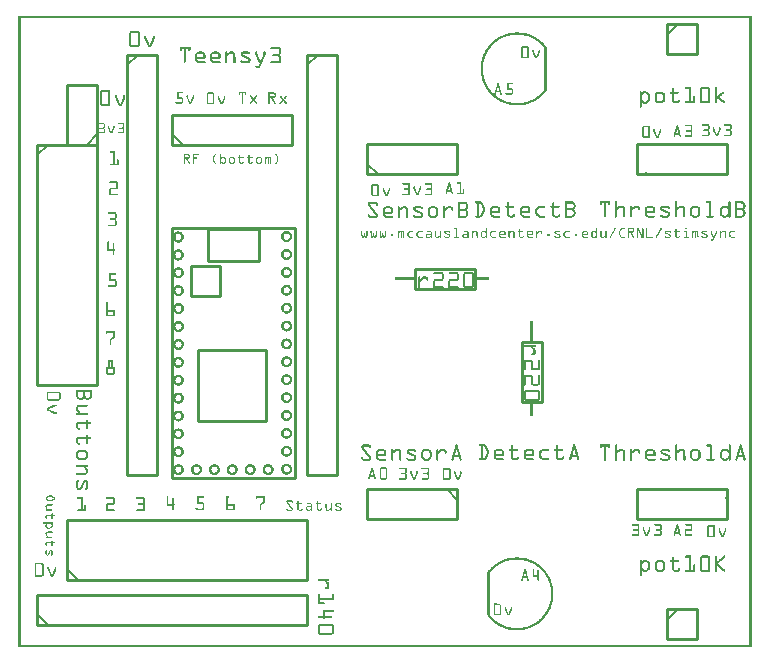
<source format=gto>
G04 MADE WITH FRITZING*
G04 WWW.FRITZING.ORG*
G04 DOUBLE SIDED*
G04 HOLES PLATED*
G04 CONTOUR ON CENTER OF CONTOUR VECTOR*
%ASAXBY*%
%FSLAX23Y23*%
%MOIN*%
%OFA0B0*%
%SFA1.0B1.0*%
%ADD10R,0.418192X0.839419X0.401261X0.822488*%
%ADD11C,0.008466*%
%ADD12R,0.237364X0.243723X0.220433X0.226792*%
%ADD13R,0.106713X0.106713X0.089782X0.089782*%
%ADD14R,0.180848X0.116645X0.163917X0.099713*%
%ADD15C,0.010000*%
%ADD16C,0.005000*%
%ADD17R,0.001000X0.001000*%
%LNSILK1*%
G90*
G70*
G54D11*
X511Y1398D02*
X921Y1398D01*
X921Y567D01*
X511Y567D01*
X511Y1398D01*
D02*
X597Y993D02*
X826Y993D01*
X826Y757D01*
X597Y757D01*
X597Y993D01*
D02*
X574Y1272D02*
X673Y1272D01*
X673Y1173D01*
X574Y1173D01*
X574Y1272D01*
D02*
X631Y1396D02*
X803Y1396D01*
X803Y1288D01*
X631Y1288D01*
X631Y1396D01*
D02*
G54D15*
X963Y1977D02*
X963Y577D01*
D02*
X963Y577D02*
X1063Y577D01*
D02*
X1063Y577D02*
X1063Y1977D01*
D02*
X1063Y1977D02*
X963Y1977D01*
G54D16*
D02*
X963Y1942D02*
X998Y1977D01*
G54D15*
D02*
X363Y1977D02*
X363Y577D01*
D02*
X363Y577D02*
X463Y577D01*
D02*
X463Y577D02*
X463Y1977D01*
D02*
X463Y1977D02*
X363Y1977D01*
G54D16*
D02*
X363Y1942D02*
X398Y1977D01*
G54D15*
D02*
X63Y1677D02*
X63Y877D01*
D02*
X63Y877D02*
X263Y877D01*
D02*
X263Y877D02*
X263Y1677D01*
D02*
X263Y1677D02*
X63Y1677D01*
G54D16*
D02*
X63Y1642D02*
X98Y1677D01*
G54D15*
D02*
X163Y227D02*
X963Y227D01*
D02*
X963Y227D02*
X963Y427D01*
D02*
X963Y427D02*
X163Y427D01*
D02*
X163Y427D02*
X163Y227D01*
G54D16*
D02*
X198Y227D02*
X163Y262D01*
G54D15*
D02*
X63Y77D02*
X963Y77D01*
D02*
X963Y77D02*
X963Y177D01*
D02*
X963Y177D02*
X63Y177D01*
D02*
X63Y177D02*
X63Y77D01*
G54D16*
D02*
X98Y77D02*
X63Y112D01*
G54D15*
D02*
X2363Y528D02*
X2063Y528D01*
D02*
X2063Y528D02*
X2063Y428D01*
D02*
X2063Y428D02*
X2363Y428D01*
D02*
X2363Y428D02*
X2363Y528D01*
D02*
X2063Y1578D02*
X2363Y1578D01*
D02*
X2363Y1578D02*
X2363Y1678D01*
D02*
X2363Y1678D02*
X2063Y1678D01*
D02*
X2063Y1678D02*
X2063Y1578D01*
D02*
X1746Y1019D02*
X1746Y819D01*
D02*
X1746Y819D02*
X1680Y819D01*
D02*
X1680Y819D02*
X1680Y1019D01*
D02*
X1680Y1019D02*
X1746Y1019D01*
D02*
X1322Y1261D02*
X1522Y1261D01*
D02*
X1522Y1261D02*
X1522Y1195D01*
D02*
X1522Y1195D02*
X1322Y1195D01*
D02*
X1322Y1195D02*
X1322Y1261D01*
D02*
X2163Y128D02*
X2163Y28D01*
D02*
X2163Y28D02*
X2263Y28D01*
D02*
X2263Y28D02*
X2263Y128D01*
D02*
X2263Y128D02*
X2163Y128D01*
G54D16*
D02*
X2163Y93D02*
X2198Y128D01*
G54D15*
D02*
X2163Y2078D02*
X2163Y1978D01*
D02*
X2163Y1978D02*
X2263Y1978D01*
D02*
X2263Y1978D02*
X2263Y2078D01*
D02*
X2263Y2078D02*
X2163Y2078D01*
G54D16*
D02*
X2163Y2043D02*
X2198Y2078D01*
G54D15*
D02*
X513Y1677D02*
X913Y1677D01*
D02*
X913Y1677D02*
X913Y1777D01*
D02*
X913Y1777D02*
X513Y1777D01*
D02*
X513Y1777D02*
X513Y1677D01*
G54D16*
D02*
X548Y1677D02*
X513Y1712D01*
G54D15*
D02*
X263Y1677D02*
X263Y1877D01*
D02*
X263Y1877D02*
X163Y1877D01*
D02*
X163Y1877D02*
X163Y1677D01*
D02*
X163Y1677D02*
X263Y1677D01*
G54D16*
D02*
X263Y1712D02*
X228Y1677D01*
G54D15*
D02*
X1463Y528D02*
X1163Y528D01*
D02*
X1163Y528D02*
X1163Y428D01*
D02*
X1163Y428D02*
X1463Y428D01*
D02*
X1463Y428D02*
X1463Y528D01*
G54D16*
D02*
X1428Y528D02*
X1463Y493D01*
G54D15*
D02*
X1163Y1578D02*
X1463Y1578D01*
D02*
X1463Y1578D02*
X1463Y1678D01*
D02*
X1463Y1678D02*
X1163Y1678D01*
D02*
X1163Y1678D02*
X1163Y1578D01*
G54D16*
D02*
X1198Y1578D02*
X1163Y1613D01*
G54D17*
X0Y2105D02*
X2443Y2105D01*
X0Y2104D02*
X2443Y2104D01*
X0Y2103D02*
X2443Y2103D01*
X0Y2102D02*
X2443Y2102D01*
X0Y2101D02*
X2443Y2101D01*
X0Y2100D02*
X2443Y2100D01*
X0Y2099D02*
X2443Y2099D01*
X0Y2098D02*
X2443Y2098D01*
X0Y2097D02*
X7Y2097D01*
X2436Y2097D02*
X2443Y2097D01*
X0Y2096D02*
X7Y2096D01*
X2436Y2096D02*
X2443Y2096D01*
X0Y2095D02*
X7Y2095D01*
X2436Y2095D02*
X2443Y2095D01*
X0Y2094D02*
X7Y2094D01*
X2436Y2094D02*
X2443Y2094D01*
X0Y2093D02*
X7Y2093D01*
X2436Y2093D02*
X2443Y2093D01*
X0Y2092D02*
X7Y2092D01*
X2436Y2092D02*
X2443Y2092D01*
X0Y2091D02*
X7Y2091D01*
X2436Y2091D02*
X2443Y2091D01*
X0Y2090D02*
X7Y2090D01*
X2436Y2090D02*
X2443Y2090D01*
X0Y2089D02*
X7Y2089D01*
X2436Y2089D02*
X2443Y2089D01*
X0Y2088D02*
X7Y2088D01*
X2436Y2088D02*
X2443Y2088D01*
X0Y2087D02*
X7Y2087D01*
X2436Y2087D02*
X2443Y2087D01*
X0Y2086D02*
X7Y2086D01*
X2436Y2086D02*
X2443Y2086D01*
X0Y2085D02*
X7Y2085D01*
X2436Y2085D02*
X2443Y2085D01*
X0Y2084D02*
X7Y2084D01*
X2436Y2084D02*
X2443Y2084D01*
X0Y2083D02*
X7Y2083D01*
X2436Y2083D02*
X2443Y2083D01*
X0Y2082D02*
X7Y2082D01*
X2436Y2082D02*
X2443Y2082D01*
X0Y2081D02*
X7Y2081D01*
X2436Y2081D02*
X2443Y2081D01*
X0Y2080D02*
X7Y2080D01*
X2436Y2080D02*
X2443Y2080D01*
X0Y2079D02*
X7Y2079D01*
X2436Y2079D02*
X2443Y2079D01*
X0Y2078D02*
X7Y2078D01*
X2436Y2078D02*
X2443Y2078D01*
X0Y2077D02*
X7Y2077D01*
X2436Y2077D02*
X2443Y2077D01*
X0Y2076D02*
X7Y2076D01*
X2436Y2076D02*
X2443Y2076D01*
X0Y2075D02*
X7Y2075D01*
X2436Y2075D02*
X2443Y2075D01*
X0Y2074D02*
X7Y2074D01*
X2436Y2074D02*
X2443Y2074D01*
X0Y2073D02*
X7Y2073D01*
X2436Y2073D02*
X2443Y2073D01*
X0Y2072D02*
X7Y2072D01*
X2436Y2072D02*
X2443Y2072D01*
X0Y2071D02*
X7Y2071D01*
X2436Y2071D02*
X2443Y2071D01*
X0Y2070D02*
X7Y2070D01*
X2436Y2070D02*
X2443Y2070D01*
X0Y2069D02*
X7Y2069D01*
X2436Y2069D02*
X2443Y2069D01*
X0Y2068D02*
X7Y2068D01*
X2436Y2068D02*
X2443Y2068D01*
X0Y2067D02*
X7Y2067D01*
X2436Y2067D02*
X2443Y2067D01*
X0Y2066D02*
X7Y2066D01*
X2436Y2066D02*
X2443Y2066D01*
X0Y2065D02*
X7Y2065D01*
X2436Y2065D02*
X2443Y2065D01*
X0Y2064D02*
X7Y2064D01*
X2436Y2064D02*
X2443Y2064D01*
X0Y2063D02*
X7Y2063D01*
X2436Y2063D02*
X2443Y2063D01*
X0Y2062D02*
X7Y2062D01*
X2436Y2062D02*
X2443Y2062D01*
X0Y2061D02*
X7Y2061D01*
X2436Y2061D02*
X2443Y2061D01*
X0Y2060D02*
X7Y2060D01*
X2436Y2060D02*
X2443Y2060D01*
X0Y2059D02*
X7Y2059D01*
X2436Y2059D02*
X2443Y2059D01*
X0Y2058D02*
X7Y2058D01*
X2436Y2058D02*
X2443Y2058D01*
X0Y2057D02*
X7Y2057D01*
X2436Y2057D02*
X2443Y2057D01*
X0Y2056D02*
X7Y2056D01*
X2436Y2056D02*
X2443Y2056D01*
X0Y2055D02*
X7Y2055D01*
X375Y2055D02*
X399Y2055D01*
X2436Y2055D02*
X2443Y2055D01*
X0Y2054D02*
X7Y2054D01*
X373Y2054D02*
X401Y2054D01*
X2436Y2054D02*
X2443Y2054D01*
X0Y2053D02*
X7Y2053D01*
X372Y2053D02*
X402Y2053D01*
X2436Y2053D02*
X2443Y2053D01*
X0Y2052D02*
X7Y2052D01*
X371Y2052D02*
X403Y2052D01*
X2436Y2052D02*
X2443Y2052D01*
X0Y2051D02*
X7Y2051D01*
X371Y2051D02*
X403Y2051D01*
X1657Y2051D02*
X1668Y2051D01*
X2436Y2051D02*
X2443Y2051D01*
X0Y2050D02*
X7Y2050D01*
X370Y2050D02*
X404Y2050D01*
X1646Y2050D02*
X1679Y2050D01*
X2436Y2050D02*
X2443Y2050D01*
X0Y2049D02*
X7Y2049D01*
X370Y2049D02*
X404Y2049D01*
X1640Y2049D02*
X1685Y2049D01*
X2436Y2049D02*
X2443Y2049D01*
X0Y2048D02*
X7Y2048D01*
X370Y2048D02*
X376Y2048D01*
X398Y2048D02*
X404Y2048D01*
X1635Y2048D02*
X1690Y2048D01*
X2436Y2048D02*
X2443Y2048D01*
X0Y2047D02*
X7Y2047D01*
X370Y2047D02*
X376Y2047D01*
X398Y2047D02*
X404Y2047D01*
X1631Y2047D02*
X1694Y2047D01*
X2436Y2047D02*
X2443Y2047D01*
X0Y2046D02*
X7Y2046D01*
X370Y2046D02*
X376Y2046D01*
X398Y2046D02*
X404Y2046D01*
X1628Y2046D02*
X1697Y2046D01*
X2436Y2046D02*
X2443Y2046D01*
X0Y2045D02*
X7Y2045D01*
X370Y2045D02*
X376Y2045D01*
X398Y2045D02*
X404Y2045D01*
X1625Y2045D02*
X1700Y2045D01*
X2436Y2045D02*
X2443Y2045D01*
X0Y2044D02*
X7Y2044D01*
X370Y2044D02*
X376Y2044D01*
X398Y2044D02*
X404Y2044D01*
X1622Y2044D02*
X1703Y2044D01*
X2436Y2044D02*
X2443Y2044D01*
X0Y2043D02*
X7Y2043D01*
X370Y2043D02*
X376Y2043D01*
X398Y2043D02*
X404Y2043D01*
X1619Y2043D02*
X1648Y2043D01*
X1676Y2043D02*
X1706Y2043D01*
X2436Y2043D02*
X2443Y2043D01*
X0Y2042D02*
X7Y2042D01*
X370Y2042D02*
X376Y2042D01*
X398Y2042D02*
X404Y2042D01*
X1616Y2042D02*
X1642Y2042D01*
X1683Y2042D02*
X1709Y2042D01*
X2436Y2042D02*
X2443Y2042D01*
X0Y2041D02*
X7Y2041D01*
X370Y2041D02*
X376Y2041D01*
X398Y2041D02*
X404Y2041D01*
X1614Y2041D02*
X1637Y2041D01*
X1687Y2041D02*
X1711Y2041D01*
X2436Y2041D02*
X2443Y2041D01*
X0Y2040D02*
X7Y2040D01*
X370Y2040D02*
X376Y2040D01*
X398Y2040D02*
X404Y2040D01*
X422Y2040D02*
X425Y2040D01*
X449Y2040D02*
X452Y2040D01*
X1612Y2040D02*
X1633Y2040D01*
X1692Y2040D02*
X1713Y2040D01*
X2436Y2040D02*
X2443Y2040D01*
X0Y2039D02*
X7Y2039D01*
X370Y2039D02*
X376Y2039D01*
X398Y2039D02*
X404Y2039D01*
X421Y2039D02*
X426Y2039D01*
X448Y2039D02*
X453Y2039D01*
X1610Y2039D02*
X1629Y2039D01*
X1695Y2039D02*
X1715Y2039D01*
X2436Y2039D02*
X2443Y2039D01*
X0Y2038D02*
X7Y2038D01*
X370Y2038D02*
X376Y2038D01*
X398Y2038D02*
X404Y2038D01*
X420Y2038D02*
X426Y2038D01*
X448Y2038D02*
X454Y2038D01*
X1608Y2038D02*
X1626Y2038D01*
X1698Y2038D02*
X1717Y2038D01*
X2436Y2038D02*
X2443Y2038D01*
X0Y2037D02*
X7Y2037D01*
X370Y2037D02*
X376Y2037D01*
X398Y2037D02*
X404Y2037D01*
X420Y2037D02*
X426Y2037D01*
X448Y2037D02*
X454Y2037D01*
X1606Y2037D02*
X1623Y2037D01*
X1701Y2037D02*
X1719Y2037D01*
X2436Y2037D02*
X2443Y2037D01*
X0Y2036D02*
X7Y2036D01*
X370Y2036D02*
X376Y2036D01*
X398Y2036D02*
X404Y2036D01*
X420Y2036D02*
X426Y2036D01*
X448Y2036D02*
X454Y2036D01*
X1604Y2036D02*
X1620Y2036D01*
X1704Y2036D02*
X1721Y2036D01*
X2436Y2036D02*
X2443Y2036D01*
X0Y2035D02*
X7Y2035D01*
X370Y2035D02*
X376Y2035D01*
X398Y2035D02*
X404Y2035D01*
X420Y2035D02*
X426Y2035D01*
X448Y2035D02*
X454Y2035D01*
X1602Y2035D02*
X1618Y2035D01*
X1706Y2035D02*
X1723Y2035D01*
X2436Y2035D02*
X2443Y2035D01*
X0Y2034D02*
X7Y2034D01*
X370Y2034D02*
X376Y2034D01*
X398Y2034D02*
X404Y2034D01*
X420Y2034D02*
X426Y2034D01*
X448Y2034D02*
X454Y2034D01*
X1600Y2034D02*
X1616Y2034D01*
X1709Y2034D02*
X1725Y2034D01*
X2436Y2034D02*
X2443Y2034D01*
X0Y2033D02*
X7Y2033D01*
X370Y2033D02*
X376Y2033D01*
X398Y2033D02*
X404Y2033D01*
X420Y2033D02*
X426Y2033D01*
X448Y2033D02*
X454Y2033D01*
X1599Y2033D02*
X1613Y2033D01*
X1711Y2033D02*
X1726Y2033D01*
X2436Y2033D02*
X2443Y2033D01*
X0Y2032D02*
X7Y2032D01*
X370Y2032D02*
X376Y2032D01*
X398Y2032D02*
X404Y2032D01*
X420Y2032D02*
X426Y2032D01*
X448Y2032D02*
X454Y2032D01*
X1597Y2032D02*
X1611Y2032D01*
X1713Y2032D02*
X1728Y2032D01*
X2436Y2032D02*
X2443Y2032D01*
X0Y2031D02*
X7Y2031D01*
X370Y2031D02*
X376Y2031D01*
X398Y2031D02*
X404Y2031D01*
X420Y2031D02*
X427Y2031D01*
X447Y2031D02*
X454Y2031D01*
X1595Y2031D02*
X1609Y2031D01*
X1715Y2031D02*
X1729Y2031D01*
X2436Y2031D02*
X2443Y2031D01*
X0Y2030D02*
X7Y2030D01*
X370Y2030D02*
X376Y2030D01*
X398Y2030D02*
X404Y2030D01*
X421Y2030D02*
X427Y2030D01*
X447Y2030D02*
X454Y2030D01*
X1594Y2030D02*
X1607Y2030D01*
X1717Y2030D02*
X1731Y2030D01*
X2436Y2030D02*
X2443Y2030D01*
X0Y2029D02*
X7Y2029D01*
X370Y2029D02*
X376Y2029D01*
X398Y2029D02*
X404Y2029D01*
X421Y2029D02*
X428Y2029D01*
X447Y2029D02*
X453Y2029D01*
X1592Y2029D02*
X1606Y2029D01*
X1718Y2029D02*
X1732Y2029D01*
X2436Y2029D02*
X2443Y2029D01*
X0Y2028D02*
X7Y2028D01*
X370Y2028D02*
X376Y2028D01*
X398Y2028D02*
X404Y2028D01*
X421Y2028D02*
X428Y2028D01*
X446Y2028D02*
X453Y2028D01*
X1591Y2028D02*
X1604Y2028D01*
X1720Y2028D02*
X1734Y2028D01*
X2436Y2028D02*
X2443Y2028D01*
X0Y2027D02*
X7Y2027D01*
X370Y2027D02*
X376Y2027D01*
X398Y2027D02*
X404Y2027D01*
X422Y2027D02*
X428Y2027D01*
X446Y2027D02*
X452Y2027D01*
X1590Y2027D02*
X1602Y2027D01*
X1722Y2027D02*
X1735Y2027D01*
X2436Y2027D02*
X2443Y2027D01*
X0Y2026D02*
X7Y2026D01*
X370Y2026D02*
X376Y2026D01*
X398Y2026D02*
X404Y2026D01*
X422Y2026D02*
X429Y2026D01*
X445Y2026D02*
X452Y2026D01*
X1588Y2026D02*
X1601Y2026D01*
X1724Y2026D02*
X1736Y2026D01*
X2436Y2026D02*
X2443Y2026D01*
X0Y2025D02*
X7Y2025D01*
X370Y2025D02*
X376Y2025D01*
X398Y2025D02*
X404Y2025D01*
X423Y2025D02*
X429Y2025D01*
X445Y2025D02*
X451Y2025D01*
X1587Y2025D02*
X1599Y2025D01*
X1725Y2025D02*
X1738Y2025D01*
X2436Y2025D02*
X2443Y2025D01*
X0Y2024D02*
X7Y2024D01*
X370Y2024D02*
X376Y2024D01*
X398Y2024D02*
X404Y2024D01*
X423Y2024D02*
X430Y2024D01*
X444Y2024D02*
X451Y2024D01*
X1586Y2024D02*
X1598Y2024D01*
X1727Y2024D02*
X1739Y2024D01*
X2436Y2024D02*
X2443Y2024D01*
X0Y2023D02*
X7Y2023D01*
X370Y2023D02*
X376Y2023D01*
X398Y2023D02*
X404Y2023D01*
X424Y2023D02*
X430Y2023D01*
X444Y2023D02*
X451Y2023D01*
X1585Y2023D02*
X1596Y2023D01*
X1728Y2023D02*
X1740Y2023D01*
X2436Y2023D02*
X2443Y2023D01*
X0Y2022D02*
X7Y2022D01*
X370Y2022D02*
X376Y2022D01*
X398Y2022D02*
X404Y2022D01*
X424Y2022D02*
X431Y2022D01*
X443Y2022D02*
X450Y2022D01*
X1583Y2022D02*
X1595Y2022D01*
X1729Y2022D02*
X1741Y2022D01*
X2436Y2022D02*
X2443Y2022D01*
X0Y2021D02*
X7Y2021D01*
X370Y2021D02*
X376Y2021D01*
X398Y2021D02*
X404Y2021D01*
X424Y2021D02*
X431Y2021D01*
X443Y2021D02*
X450Y2021D01*
X1582Y2021D02*
X1594Y2021D01*
X1731Y2021D02*
X1742Y2021D01*
X2436Y2021D02*
X2443Y2021D01*
X0Y2020D02*
X7Y2020D01*
X370Y2020D02*
X376Y2020D01*
X398Y2020D02*
X404Y2020D01*
X425Y2020D02*
X432Y2020D01*
X443Y2020D02*
X449Y2020D01*
X1581Y2020D02*
X1592Y2020D01*
X1732Y2020D02*
X1743Y2020D01*
X2436Y2020D02*
X2443Y2020D01*
X0Y2019D02*
X7Y2019D01*
X370Y2019D02*
X376Y2019D01*
X398Y2019D02*
X404Y2019D01*
X425Y2019D02*
X432Y2019D01*
X442Y2019D02*
X449Y2019D01*
X1580Y2019D02*
X1591Y2019D01*
X1733Y2019D02*
X1745Y2019D01*
X2436Y2019D02*
X2443Y2019D01*
X0Y2018D02*
X7Y2018D01*
X370Y2018D02*
X376Y2018D01*
X398Y2018D02*
X404Y2018D01*
X426Y2018D02*
X432Y2018D01*
X442Y2018D02*
X448Y2018D01*
X1579Y2018D02*
X1590Y2018D01*
X1735Y2018D02*
X1746Y2018D01*
X2436Y2018D02*
X2443Y2018D01*
X0Y2017D02*
X7Y2017D01*
X370Y2017D02*
X376Y2017D01*
X398Y2017D02*
X404Y2017D01*
X426Y2017D02*
X433Y2017D01*
X441Y2017D02*
X448Y2017D01*
X1578Y2017D02*
X1588Y2017D01*
X1736Y2017D02*
X1747Y2017D01*
X2436Y2017D02*
X2443Y2017D01*
X0Y2016D02*
X7Y2016D01*
X370Y2016D02*
X376Y2016D01*
X398Y2016D02*
X404Y2016D01*
X427Y2016D02*
X433Y2016D01*
X441Y2016D02*
X447Y2016D01*
X1577Y2016D02*
X1587Y2016D01*
X1737Y2016D02*
X1748Y2016D01*
X2436Y2016D02*
X2443Y2016D01*
X0Y2015D02*
X7Y2015D01*
X370Y2015D02*
X376Y2015D01*
X398Y2015D02*
X404Y2015D01*
X427Y2015D02*
X434Y2015D01*
X440Y2015D02*
X447Y2015D01*
X1576Y2015D02*
X1586Y2015D01*
X1738Y2015D02*
X1749Y2015D01*
X2436Y2015D02*
X2443Y2015D01*
X0Y2014D02*
X7Y2014D01*
X370Y2014D02*
X376Y2014D01*
X398Y2014D02*
X404Y2014D01*
X428Y2014D02*
X434Y2014D01*
X440Y2014D02*
X447Y2014D01*
X1575Y2014D02*
X1585Y2014D01*
X1739Y2014D02*
X1750Y2014D01*
X2436Y2014D02*
X2443Y2014D01*
X0Y2013D02*
X7Y2013D01*
X370Y2013D02*
X376Y2013D01*
X398Y2013D02*
X404Y2013D01*
X428Y2013D02*
X435Y2013D01*
X440Y2013D02*
X446Y2013D01*
X1574Y2013D02*
X1584Y2013D01*
X1740Y2013D02*
X1751Y2013D01*
X2436Y2013D02*
X2443Y2013D01*
X0Y2012D02*
X7Y2012D01*
X370Y2012D02*
X376Y2012D01*
X398Y2012D02*
X404Y2012D01*
X428Y2012D02*
X435Y2012D01*
X439Y2012D02*
X446Y2012D01*
X1573Y2012D02*
X1583Y2012D01*
X1742Y2012D02*
X1752Y2012D01*
X2436Y2012D02*
X2443Y2012D01*
X0Y2011D02*
X7Y2011D01*
X370Y2011D02*
X376Y2011D01*
X398Y2011D02*
X404Y2011D01*
X429Y2011D02*
X435Y2011D01*
X439Y2011D02*
X445Y2011D01*
X1572Y2011D02*
X1582Y2011D01*
X1743Y2011D02*
X1752Y2011D01*
X2436Y2011D02*
X2443Y2011D01*
X0Y2010D02*
X7Y2010D01*
X370Y2010D02*
X376Y2010D01*
X398Y2010D02*
X404Y2010D01*
X429Y2010D02*
X436Y2010D01*
X438Y2010D02*
X445Y2010D01*
X1571Y2010D02*
X1581Y2010D01*
X1744Y2010D02*
X1753Y2010D01*
X2436Y2010D02*
X2443Y2010D01*
X0Y2009D02*
X7Y2009D01*
X370Y2009D02*
X376Y2009D01*
X398Y2009D02*
X404Y2009D01*
X430Y2009D02*
X444Y2009D01*
X1570Y2009D02*
X1580Y2009D01*
X1745Y2009D02*
X1754Y2009D01*
X2436Y2009D02*
X2443Y2009D01*
X0Y2008D02*
X7Y2008D01*
X370Y2008D02*
X404Y2008D01*
X430Y2008D02*
X444Y2008D01*
X1569Y2008D02*
X1579Y2008D01*
X1746Y2008D02*
X1755Y2008D01*
X2436Y2008D02*
X2443Y2008D01*
X0Y2007D02*
X7Y2007D01*
X370Y2007D02*
X404Y2007D01*
X431Y2007D02*
X444Y2007D01*
X1569Y2007D02*
X1578Y2007D01*
X1746Y2007D02*
X1756Y2007D01*
X2436Y2007D02*
X2443Y2007D01*
X0Y2006D02*
X7Y2006D01*
X370Y2006D02*
X403Y2006D01*
X431Y2006D02*
X443Y2006D01*
X1568Y2006D02*
X1577Y2006D01*
X1747Y2006D02*
X1757Y2006D01*
X2436Y2006D02*
X2443Y2006D01*
X0Y2005D02*
X7Y2005D01*
X371Y2005D02*
X403Y2005D01*
X431Y2005D02*
X443Y2005D01*
X1567Y2005D02*
X1576Y2005D01*
X1748Y2005D02*
X1758Y2005D01*
X2436Y2005D02*
X2443Y2005D01*
X0Y2004D02*
X7Y2004D01*
X372Y2004D02*
X402Y2004D01*
X432Y2004D02*
X442Y2004D01*
X1566Y2004D02*
X1575Y2004D01*
X1680Y2004D02*
X1697Y2004D01*
X1749Y2004D02*
X1758Y2004D01*
X2436Y2004D02*
X2443Y2004D01*
X0Y2003D02*
X7Y2003D01*
X373Y2003D02*
X401Y2003D01*
X432Y2003D02*
X442Y2003D01*
X1565Y2003D02*
X1575Y2003D01*
X1678Y2003D02*
X1698Y2003D01*
X1750Y2003D02*
X1759Y2003D01*
X2436Y2003D02*
X2443Y2003D01*
X0Y2002D02*
X7Y2002D01*
X374Y2002D02*
X400Y2002D01*
X433Y2002D02*
X441Y2002D01*
X1565Y2002D02*
X1574Y2002D01*
X1677Y2002D02*
X1699Y2002D01*
X1751Y2002D02*
X1760Y2002D01*
X2436Y2002D02*
X2443Y2002D01*
X0Y2001D02*
X7Y2001D01*
X539Y2001D02*
X573Y2001D01*
X841Y2001D02*
X870Y2001D01*
X1564Y2001D02*
X1573Y2001D01*
X1676Y2001D02*
X1700Y2001D01*
X1752Y2001D02*
X1760Y2001D01*
X2436Y2001D02*
X2443Y2001D01*
X0Y2000D02*
X7Y2000D01*
X539Y2000D02*
X573Y2000D01*
X841Y2000D02*
X871Y2000D01*
X1563Y2000D02*
X1572Y2000D01*
X1676Y2000D02*
X1700Y2000D01*
X1752Y2000D02*
X1760Y2000D01*
X2436Y2000D02*
X2443Y2000D01*
X0Y1999D02*
X7Y1999D01*
X539Y1999D02*
X573Y1999D01*
X840Y1999D02*
X872Y1999D01*
X1563Y1999D02*
X1571Y1999D01*
X1676Y1999D02*
X1700Y1999D01*
X1753Y1999D02*
X1760Y1999D01*
X2436Y1999D02*
X2443Y1999D01*
X0Y1998D02*
X7Y1998D01*
X539Y1998D02*
X573Y1998D01*
X840Y1998D02*
X873Y1998D01*
X1562Y1998D02*
X1571Y1998D01*
X1676Y1998D02*
X1680Y1998D01*
X1696Y1998D02*
X1700Y1998D01*
X1753Y1998D02*
X1760Y1998D01*
X2436Y1998D02*
X2443Y1998D01*
X0Y1997D02*
X7Y1997D01*
X539Y1997D02*
X573Y1997D01*
X840Y1997D02*
X873Y1997D01*
X1561Y1997D02*
X1570Y1997D01*
X1676Y1997D02*
X1680Y1997D01*
X1696Y1997D02*
X1700Y1997D01*
X1753Y1997D02*
X1760Y1997D01*
X2436Y1997D02*
X2443Y1997D01*
X0Y1996D02*
X7Y1996D01*
X539Y1996D02*
X573Y1996D01*
X841Y1996D02*
X874Y1996D01*
X1561Y1996D02*
X1569Y1996D01*
X1676Y1996D02*
X1680Y1996D01*
X1696Y1996D02*
X1700Y1996D01*
X1753Y1996D02*
X1760Y1996D01*
X2436Y1996D02*
X2443Y1996D01*
X0Y1995D02*
X7Y1995D01*
X539Y1995D02*
X573Y1995D01*
X842Y1995D02*
X874Y1995D01*
X1560Y1995D02*
X1568Y1995D01*
X1676Y1995D02*
X1680Y1995D01*
X1696Y1995D02*
X1700Y1995D01*
X1753Y1995D02*
X1760Y1995D01*
X2436Y1995D02*
X2443Y1995D01*
X0Y1994D02*
X7Y1994D01*
X539Y1994D02*
X545Y1994D01*
X553Y1994D02*
X559Y1994D01*
X566Y1994D02*
X573Y1994D01*
X868Y1994D02*
X874Y1994D01*
X1559Y1994D02*
X1568Y1994D01*
X1676Y1994D02*
X1680Y1994D01*
X1696Y1994D02*
X1700Y1994D01*
X1753Y1994D02*
X1760Y1994D01*
X2436Y1994D02*
X2443Y1994D01*
X0Y1993D02*
X7Y1993D01*
X539Y1993D02*
X545Y1993D01*
X553Y1993D02*
X559Y1993D01*
X566Y1993D02*
X573Y1993D01*
X868Y1993D02*
X874Y1993D01*
X1559Y1993D02*
X1567Y1993D01*
X1676Y1993D02*
X1680Y1993D01*
X1696Y1993D02*
X1700Y1993D01*
X1715Y1993D02*
X1716Y1993D01*
X1735Y1993D02*
X1736Y1993D01*
X1753Y1993D02*
X1760Y1993D01*
X2436Y1993D02*
X2443Y1993D01*
X0Y1992D02*
X7Y1992D01*
X539Y1992D02*
X545Y1992D01*
X553Y1992D02*
X559Y1992D01*
X567Y1992D02*
X572Y1992D01*
X868Y1992D02*
X874Y1992D01*
X1558Y1992D02*
X1566Y1992D01*
X1676Y1992D02*
X1680Y1992D01*
X1696Y1992D02*
X1700Y1992D01*
X1713Y1992D02*
X1717Y1992D01*
X1734Y1992D02*
X1737Y1992D01*
X1753Y1992D02*
X1760Y1992D01*
X2436Y1992D02*
X2443Y1992D01*
X0Y1991D02*
X7Y1991D01*
X539Y1991D02*
X545Y1991D01*
X553Y1991D02*
X559Y1991D01*
X567Y1991D02*
X572Y1991D01*
X868Y1991D02*
X874Y1991D01*
X1557Y1991D02*
X1566Y1991D01*
X1676Y1991D02*
X1680Y1991D01*
X1696Y1991D02*
X1700Y1991D01*
X1713Y1991D02*
X1717Y1991D01*
X1734Y1991D02*
X1738Y1991D01*
X1753Y1991D02*
X1760Y1991D01*
X2436Y1991D02*
X2443Y1991D01*
X0Y1990D02*
X7Y1990D01*
X540Y1990D02*
X544Y1990D01*
X553Y1990D02*
X559Y1990D01*
X567Y1990D02*
X571Y1990D01*
X868Y1990D02*
X874Y1990D01*
X1557Y1990D02*
X1565Y1990D01*
X1676Y1990D02*
X1680Y1990D01*
X1696Y1990D02*
X1700Y1990D01*
X1713Y1990D02*
X1717Y1990D01*
X1733Y1990D02*
X1738Y1990D01*
X1753Y1990D02*
X1760Y1990D01*
X2436Y1990D02*
X2443Y1990D01*
X0Y1989D02*
X7Y1989D01*
X542Y1989D02*
X542Y1989D01*
X553Y1989D02*
X559Y1989D01*
X569Y1989D02*
X570Y1989D01*
X868Y1989D02*
X874Y1989D01*
X1556Y1989D02*
X1564Y1989D01*
X1676Y1989D02*
X1680Y1989D01*
X1696Y1989D02*
X1700Y1989D01*
X1713Y1989D02*
X1717Y1989D01*
X1733Y1989D02*
X1738Y1989D01*
X1753Y1989D02*
X1760Y1989D01*
X2436Y1989D02*
X2443Y1989D01*
X0Y1988D02*
X7Y1988D01*
X553Y1988D02*
X559Y1988D01*
X868Y1988D02*
X874Y1988D01*
X1556Y1988D02*
X1564Y1988D01*
X1676Y1988D02*
X1680Y1988D01*
X1696Y1988D02*
X1700Y1988D01*
X1713Y1988D02*
X1717Y1988D01*
X1733Y1988D02*
X1738Y1988D01*
X1753Y1988D02*
X1760Y1988D01*
X2436Y1988D02*
X2443Y1988D01*
X0Y1987D02*
X7Y1987D01*
X553Y1987D02*
X559Y1987D01*
X601Y1987D02*
X611Y1987D01*
X651Y1987D02*
X662Y1987D01*
X692Y1987D02*
X693Y1987D01*
X707Y1987D02*
X713Y1987D01*
X748Y1987D02*
X765Y1987D01*
X793Y1987D02*
X793Y1987D01*
X820Y1987D02*
X821Y1987D01*
X868Y1987D02*
X874Y1987D01*
X1555Y1987D02*
X1563Y1987D01*
X1676Y1987D02*
X1680Y1987D01*
X1696Y1987D02*
X1700Y1987D01*
X1713Y1987D02*
X1717Y1987D01*
X1733Y1987D02*
X1738Y1987D01*
X1753Y1987D02*
X1760Y1987D01*
X2436Y1987D02*
X2443Y1987D01*
X0Y1986D02*
X7Y1986D01*
X553Y1986D02*
X559Y1986D01*
X597Y1986D02*
X614Y1986D01*
X648Y1986D02*
X665Y1986D01*
X690Y1986D02*
X695Y1986D01*
X704Y1986D02*
X716Y1986D01*
X745Y1986D02*
X768Y1986D01*
X791Y1986D02*
X795Y1986D01*
X818Y1986D02*
X822Y1986D01*
X868Y1986D02*
X874Y1986D01*
X1555Y1986D02*
X1563Y1986D01*
X1676Y1986D02*
X1680Y1986D01*
X1696Y1986D02*
X1700Y1986D01*
X1713Y1986D02*
X1718Y1986D01*
X1733Y1986D02*
X1738Y1986D01*
X1753Y1986D02*
X1760Y1986D01*
X2436Y1986D02*
X2443Y1986D01*
X0Y1985D02*
X7Y1985D01*
X553Y1985D02*
X559Y1985D01*
X596Y1985D02*
X616Y1985D01*
X646Y1985D02*
X666Y1985D01*
X690Y1985D02*
X695Y1985D01*
X703Y1985D02*
X718Y1985D01*
X744Y1985D02*
X770Y1985D01*
X790Y1985D02*
X796Y1985D01*
X818Y1985D02*
X823Y1985D01*
X868Y1985D02*
X874Y1985D01*
X1554Y1985D02*
X1562Y1985D01*
X1676Y1985D02*
X1680Y1985D01*
X1696Y1985D02*
X1700Y1985D01*
X1713Y1985D02*
X1718Y1985D01*
X1733Y1985D02*
X1737Y1985D01*
X1753Y1985D02*
X1760Y1985D01*
X2436Y1985D02*
X2443Y1985D01*
X0Y1984D02*
X7Y1984D01*
X553Y1984D02*
X559Y1984D01*
X595Y1984D02*
X617Y1984D01*
X645Y1984D02*
X667Y1984D01*
X690Y1984D02*
X695Y1984D01*
X701Y1984D02*
X719Y1984D01*
X743Y1984D02*
X771Y1984D01*
X790Y1984D02*
X796Y1984D01*
X817Y1984D02*
X823Y1984D01*
X868Y1984D02*
X874Y1984D01*
X1554Y1984D02*
X1561Y1984D01*
X1676Y1984D02*
X1680Y1984D01*
X1696Y1984D02*
X1700Y1984D01*
X1714Y1984D02*
X1718Y1984D01*
X1732Y1984D02*
X1737Y1984D01*
X1753Y1984D02*
X1760Y1984D01*
X2436Y1984D02*
X2443Y1984D01*
X0Y1983D02*
X7Y1983D01*
X553Y1983D02*
X559Y1983D01*
X593Y1983D02*
X618Y1983D01*
X644Y1983D02*
X669Y1983D01*
X690Y1983D02*
X696Y1983D01*
X699Y1983D02*
X720Y1983D01*
X742Y1983D02*
X772Y1983D01*
X790Y1983D02*
X796Y1983D01*
X817Y1983D02*
X823Y1983D01*
X868Y1983D02*
X874Y1983D01*
X1553Y1983D02*
X1561Y1983D01*
X1676Y1983D02*
X1680Y1983D01*
X1696Y1983D02*
X1700Y1983D01*
X1714Y1983D02*
X1719Y1983D01*
X1732Y1983D02*
X1736Y1983D01*
X1753Y1983D02*
X1760Y1983D01*
X2436Y1983D02*
X2443Y1983D01*
X0Y1982D02*
X7Y1982D01*
X553Y1982D02*
X559Y1982D01*
X592Y1982D02*
X620Y1982D01*
X642Y1982D02*
X670Y1982D01*
X690Y1982D02*
X696Y1982D01*
X698Y1982D02*
X721Y1982D01*
X741Y1982D02*
X772Y1982D01*
X790Y1982D02*
X796Y1982D01*
X817Y1982D02*
X823Y1982D01*
X868Y1982D02*
X874Y1982D01*
X1553Y1982D02*
X1560Y1982D01*
X1676Y1982D02*
X1680Y1982D01*
X1696Y1982D02*
X1700Y1982D01*
X1715Y1982D02*
X1719Y1982D01*
X1731Y1982D02*
X1736Y1982D01*
X1753Y1982D02*
X1760Y1982D01*
X2436Y1982D02*
X2443Y1982D01*
X0Y1981D02*
X7Y1981D01*
X553Y1981D02*
X559Y1981D01*
X591Y1981D02*
X620Y1981D01*
X642Y1981D02*
X671Y1981D01*
X690Y1981D02*
X721Y1981D01*
X741Y1981D02*
X772Y1981D01*
X790Y1981D02*
X796Y1981D01*
X817Y1981D02*
X823Y1981D01*
X868Y1981D02*
X874Y1981D01*
X1552Y1981D02*
X1560Y1981D01*
X1676Y1981D02*
X1680Y1981D01*
X1696Y1981D02*
X1700Y1981D01*
X1715Y1981D02*
X1720Y1981D01*
X1731Y1981D02*
X1736Y1981D01*
X1753Y1981D02*
X1760Y1981D01*
X2436Y1981D02*
X2443Y1981D01*
X0Y1980D02*
X7Y1980D01*
X553Y1980D02*
X559Y1980D01*
X591Y1980D02*
X600Y1980D01*
X611Y1980D02*
X621Y1980D01*
X641Y1980D02*
X650Y1980D01*
X662Y1980D02*
X671Y1980D01*
X690Y1980D02*
X707Y1980D01*
X713Y1980D02*
X722Y1980D01*
X741Y1980D02*
X748Y1980D01*
X765Y1980D02*
X772Y1980D01*
X790Y1980D02*
X796Y1980D01*
X817Y1980D02*
X823Y1980D01*
X867Y1980D02*
X874Y1980D01*
X1552Y1980D02*
X1559Y1980D01*
X1676Y1980D02*
X1680Y1980D01*
X1696Y1980D02*
X1700Y1980D01*
X1716Y1980D02*
X1720Y1980D01*
X1730Y1980D02*
X1735Y1980D01*
X1753Y1980D02*
X1760Y1980D01*
X2436Y1980D02*
X2443Y1980D01*
X0Y1979D02*
X7Y1979D01*
X553Y1979D02*
X559Y1979D01*
X590Y1979D02*
X598Y1979D01*
X614Y1979D02*
X622Y1979D01*
X640Y1979D02*
X649Y1979D01*
X664Y1979D02*
X672Y1979D01*
X690Y1979D02*
X705Y1979D01*
X715Y1979D02*
X722Y1979D01*
X741Y1979D02*
X747Y1979D01*
X767Y1979D02*
X772Y1979D01*
X790Y1979D02*
X796Y1979D01*
X817Y1979D02*
X823Y1979D01*
X866Y1979D02*
X873Y1979D01*
X1551Y1979D02*
X1559Y1979D01*
X1676Y1979D02*
X1680Y1979D01*
X1696Y1979D02*
X1700Y1979D01*
X1716Y1979D02*
X1721Y1979D01*
X1730Y1979D02*
X1735Y1979D01*
X1753Y1979D02*
X1760Y1979D01*
X2436Y1979D02*
X2443Y1979D01*
X0Y1978D02*
X7Y1978D01*
X553Y1978D02*
X559Y1978D01*
X590Y1978D02*
X597Y1978D01*
X615Y1978D02*
X622Y1978D01*
X640Y1978D02*
X647Y1978D01*
X665Y1978D02*
X672Y1978D01*
X690Y1978D02*
X704Y1978D01*
X716Y1978D02*
X722Y1978D01*
X741Y1978D02*
X747Y1978D01*
X768Y1978D02*
X771Y1978D01*
X790Y1978D02*
X796Y1978D01*
X817Y1978D02*
X823Y1978D01*
X849Y1978D02*
X873Y1978D01*
X1551Y1978D02*
X1558Y1978D01*
X1676Y1978D02*
X1680Y1978D01*
X1696Y1978D02*
X1700Y1978D01*
X1716Y1978D02*
X1721Y1978D01*
X1730Y1978D02*
X1734Y1978D01*
X1753Y1978D02*
X1760Y1978D01*
X2436Y1978D02*
X2443Y1978D01*
X0Y1977D02*
X7Y1977D01*
X553Y1977D02*
X559Y1977D01*
X589Y1977D02*
X596Y1977D01*
X616Y1977D02*
X622Y1977D01*
X640Y1977D02*
X646Y1977D01*
X666Y1977D02*
X673Y1977D01*
X690Y1977D02*
X702Y1977D01*
X716Y1977D02*
X722Y1977D01*
X741Y1977D02*
X747Y1977D01*
X790Y1977D02*
X797Y1977D01*
X817Y1977D02*
X823Y1977D01*
X848Y1977D02*
X872Y1977D01*
X1550Y1977D02*
X1558Y1977D01*
X1676Y1977D02*
X1680Y1977D01*
X1696Y1977D02*
X1700Y1977D01*
X1717Y1977D02*
X1722Y1977D01*
X1729Y1977D02*
X1734Y1977D01*
X1753Y1977D02*
X1760Y1977D01*
X2436Y1977D02*
X2443Y1977D01*
X0Y1976D02*
X7Y1976D01*
X553Y1976D02*
X559Y1976D01*
X589Y1976D02*
X595Y1976D01*
X616Y1976D02*
X623Y1976D01*
X639Y1976D02*
X646Y1976D01*
X667Y1976D02*
X673Y1976D01*
X690Y1976D02*
X701Y1976D01*
X716Y1976D02*
X722Y1976D01*
X741Y1976D02*
X749Y1976D01*
X790Y1976D02*
X797Y1976D01*
X816Y1976D02*
X823Y1976D01*
X847Y1976D02*
X872Y1976D01*
X1550Y1976D02*
X1557Y1976D01*
X1676Y1976D02*
X1680Y1976D01*
X1696Y1976D02*
X1700Y1976D01*
X1717Y1976D02*
X1722Y1976D01*
X1729Y1976D02*
X1733Y1976D01*
X1753Y1976D02*
X1760Y1976D01*
X2436Y1976D02*
X2443Y1976D01*
X0Y1975D02*
X7Y1975D01*
X553Y1975D02*
X559Y1975D01*
X589Y1975D02*
X595Y1975D01*
X617Y1975D02*
X623Y1975D01*
X639Y1975D02*
X645Y1975D01*
X667Y1975D02*
X673Y1975D01*
X690Y1975D02*
X699Y1975D01*
X716Y1975D02*
X722Y1975D01*
X741Y1975D02*
X751Y1975D01*
X791Y1975D02*
X797Y1975D01*
X816Y1975D02*
X823Y1975D01*
X847Y1975D02*
X871Y1975D01*
X1550Y1975D02*
X1557Y1975D01*
X1676Y1975D02*
X1680Y1975D01*
X1696Y1975D02*
X1700Y1975D01*
X1718Y1975D02*
X1722Y1975D01*
X1728Y1975D02*
X1733Y1975D01*
X1753Y1975D02*
X1760Y1975D01*
X2436Y1975D02*
X2443Y1975D01*
X0Y1974D02*
X7Y1974D01*
X553Y1974D02*
X559Y1974D01*
X589Y1974D02*
X595Y1974D01*
X617Y1974D02*
X623Y1974D01*
X639Y1974D02*
X645Y1974D01*
X667Y1974D02*
X673Y1974D01*
X690Y1974D02*
X697Y1974D01*
X716Y1974D02*
X722Y1974D01*
X742Y1974D02*
X753Y1974D01*
X791Y1974D02*
X798Y1974D01*
X815Y1974D02*
X822Y1974D01*
X847Y1974D02*
X871Y1974D01*
X1549Y1974D02*
X1557Y1974D01*
X1676Y1974D02*
X1680Y1974D01*
X1696Y1974D02*
X1700Y1974D01*
X1718Y1974D02*
X1723Y1974D01*
X1728Y1974D02*
X1733Y1974D01*
X1753Y1974D02*
X1760Y1974D01*
X2436Y1974D02*
X2443Y1974D01*
X0Y1973D02*
X7Y1973D01*
X553Y1973D02*
X559Y1973D01*
X589Y1973D02*
X595Y1973D01*
X617Y1973D02*
X623Y1973D01*
X639Y1973D02*
X645Y1973D01*
X667Y1973D02*
X673Y1973D01*
X690Y1973D02*
X696Y1973D01*
X716Y1973D02*
X722Y1973D01*
X742Y1973D02*
X755Y1973D01*
X792Y1973D02*
X798Y1973D01*
X815Y1973D02*
X822Y1973D01*
X847Y1973D02*
X872Y1973D01*
X1549Y1973D02*
X1556Y1973D01*
X1676Y1973D02*
X1680Y1973D01*
X1696Y1973D02*
X1700Y1973D01*
X1719Y1973D02*
X1723Y1973D01*
X1727Y1973D02*
X1732Y1973D01*
X1753Y1973D02*
X1760Y1973D01*
X2436Y1973D02*
X2443Y1973D01*
X0Y1972D02*
X7Y1972D01*
X553Y1972D02*
X559Y1972D01*
X589Y1972D02*
X595Y1972D01*
X617Y1972D02*
X623Y1972D01*
X639Y1972D02*
X645Y1972D01*
X667Y1972D02*
X673Y1972D01*
X690Y1972D02*
X696Y1972D01*
X716Y1972D02*
X722Y1972D01*
X743Y1972D02*
X758Y1972D01*
X792Y1972D02*
X799Y1972D01*
X815Y1972D02*
X821Y1972D01*
X848Y1972D02*
X873Y1972D01*
X1549Y1972D02*
X1556Y1972D01*
X1676Y1972D02*
X1680Y1972D01*
X1696Y1972D02*
X1700Y1972D01*
X1719Y1972D02*
X1724Y1972D01*
X1727Y1972D02*
X1732Y1972D01*
X1753Y1972D02*
X1760Y1972D01*
X2436Y1972D02*
X2443Y1972D01*
X0Y1971D02*
X7Y1971D01*
X553Y1971D02*
X559Y1971D01*
X589Y1971D02*
X595Y1971D01*
X617Y1971D02*
X623Y1971D01*
X639Y1971D02*
X645Y1971D01*
X667Y1971D02*
X673Y1971D01*
X690Y1971D02*
X696Y1971D01*
X716Y1971D02*
X722Y1971D01*
X744Y1971D02*
X760Y1971D01*
X792Y1971D02*
X799Y1971D01*
X814Y1971D02*
X821Y1971D01*
X865Y1971D02*
X873Y1971D01*
X1548Y1971D02*
X1555Y1971D01*
X1676Y1971D02*
X1680Y1971D01*
X1696Y1971D02*
X1700Y1971D01*
X1719Y1971D02*
X1724Y1971D01*
X1727Y1971D02*
X1731Y1971D01*
X1753Y1971D02*
X1760Y1971D01*
X2436Y1971D02*
X2443Y1971D01*
X0Y1970D02*
X7Y1970D01*
X553Y1970D02*
X559Y1970D01*
X589Y1970D02*
X595Y1970D01*
X617Y1970D02*
X623Y1970D01*
X639Y1970D02*
X645Y1970D01*
X667Y1970D02*
X673Y1970D01*
X690Y1970D02*
X696Y1970D01*
X716Y1970D02*
X722Y1970D01*
X746Y1970D02*
X762Y1970D01*
X793Y1970D02*
X800Y1970D01*
X814Y1970D02*
X820Y1970D01*
X867Y1970D02*
X873Y1970D01*
X1548Y1970D02*
X1555Y1970D01*
X1676Y1970D02*
X1680Y1970D01*
X1696Y1970D02*
X1700Y1970D01*
X1720Y1970D02*
X1731Y1970D01*
X1753Y1970D02*
X1760Y1970D01*
X2436Y1970D02*
X2443Y1970D01*
X0Y1969D02*
X7Y1969D01*
X553Y1969D02*
X559Y1969D01*
X589Y1969D02*
X623Y1969D01*
X639Y1969D02*
X673Y1969D01*
X690Y1969D02*
X696Y1969D01*
X716Y1969D02*
X722Y1969D01*
X748Y1969D02*
X765Y1969D01*
X793Y1969D02*
X800Y1969D01*
X813Y1969D02*
X820Y1969D01*
X867Y1969D02*
X874Y1969D01*
X1547Y1969D02*
X1555Y1969D01*
X1676Y1969D02*
X1700Y1969D01*
X1720Y1969D02*
X1730Y1969D01*
X1753Y1969D02*
X1760Y1969D01*
X2436Y1969D02*
X2443Y1969D01*
X0Y1968D02*
X7Y1968D01*
X553Y1968D02*
X559Y1968D01*
X589Y1968D02*
X623Y1968D01*
X639Y1968D02*
X673Y1968D01*
X690Y1968D02*
X696Y1968D01*
X716Y1968D02*
X722Y1968D01*
X750Y1968D02*
X767Y1968D01*
X794Y1968D02*
X800Y1968D01*
X813Y1968D02*
X819Y1968D01*
X868Y1968D02*
X874Y1968D01*
X1547Y1968D02*
X1554Y1968D01*
X1676Y1968D02*
X1700Y1968D01*
X1721Y1968D02*
X1730Y1968D01*
X1753Y1968D02*
X1760Y1968D01*
X2436Y1968D02*
X2443Y1968D01*
X0Y1967D02*
X7Y1967D01*
X553Y1967D02*
X559Y1967D01*
X589Y1967D02*
X623Y1967D01*
X639Y1967D02*
X673Y1967D01*
X690Y1967D02*
X696Y1967D01*
X717Y1967D02*
X723Y1967D01*
X753Y1967D02*
X769Y1967D01*
X794Y1967D02*
X801Y1967D01*
X812Y1967D02*
X819Y1967D01*
X868Y1967D02*
X874Y1967D01*
X1547Y1967D02*
X1554Y1967D01*
X1676Y1967D02*
X1700Y1967D01*
X1721Y1967D02*
X1729Y1967D01*
X1753Y1967D02*
X1760Y1967D01*
X2436Y1967D02*
X2443Y1967D01*
X0Y1966D02*
X7Y1966D01*
X553Y1966D02*
X559Y1966D01*
X589Y1966D02*
X623Y1966D01*
X639Y1966D02*
X673Y1966D01*
X690Y1966D02*
X696Y1966D01*
X717Y1966D02*
X723Y1966D01*
X755Y1966D02*
X770Y1966D01*
X795Y1966D02*
X801Y1966D01*
X812Y1966D02*
X819Y1966D01*
X868Y1966D02*
X874Y1966D01*
X1546Y1966D02*
X1554Y1966D01*
X1677Y1966D02*
X1699Y1966D01*
X1722Y1966D02*
X1729Y1966D01*
X1753Y1966D02*
X1760Y1966D01*
X2436Y1966D02*
X2443Y1966D01*
X0Y1965D02*
X7Y1965D01*
X553Y1965D02*
X559Y1965D01*
X589Y1965D02*
X623Y1965D01*
X639Y1965D02*
X673Y1965D01*
X690Y1965D02*
X696Y1965D01*
X717Y1965D02*
X723Y1965D01*
X757Y1965D02*
X771Y1965D01*
X795Y1965D02*
X802Y1965D01*
X811Y1965D02*
X818Y1965D01*
X868Y1965D02*
X874Y1965D01*
X1546Y1965D02*
X1553Y1965D01*
X1678Y1965D02*
X1698Y1965D01*
X1722Y1965D02*
X1728Y1965D01*
X1753Y1965D02*
X1760Y1965D01*
X2436Y1965D02*
X2443Y1965D01*
X0Y1964D02*
X7Y1964D01*
X553Y1964D02*
X559Y1964D01*
X589Y1964D02*
X622Y1964D01*
X639Y1964D02*
X672Y1964D01*
X690Y1964D02*
X696Y1964D01*
X717Y1964D02*
X723Y1964D01*
X760Y1964D02*
X772Y1964D01*
X796Y1964D02*
X802Y1964D01*
X811Y1964D02*
X818Y1964D01*
X868Y1964D02*
X874Y1964D01*
X1546Y1964D02*
X1553Y1964D01*
X1753Y1964D02*
X1760Y1964D01*
X2436Y1964D02*
X2443Y1964D01*
X0Y1963D02*
X7Y1963D01*
X553Y1963D02*
X559Y1963D01*
X589Y1963D02*
X621Y1963D01*
X639Y1963D02*
X671Y1963D01*
X690Y1963D02*
X696Y1963D01*
X717Y1963D02*
X723Y1963D01*
X762Y1963D02*
X772Y1963D01*
X796Y1963D02*
X803Y1963D01*
X811Y1963D02*
X817Y1963D01*
X868Y1963D02*
X874Y1963D01*
X1546Y1963D02*
X1553Y1963D01*
X1753Y1963D02*
X1760Y1963D01*
X2436Y1963D02*
X2443Y1963D01*
X0Y1962D02*
X7Y1962D01*
X553Y1962D02*
X559Y1962D01*
X589Y1962D02*
X595Y1962D01*
X639Y1962D02*
X645Y1962D01*
X690Y1962D02*
X696Y1962D01*
X717Y1962D02*
X723Y1962D01*
X764Y1962D02*
X773Y1962D01*
X796Y1962D02*
X803Y1962D01*
X810Y1962D02*
X817Y1962D01*
X868Y1962D02*
X874Y1962D01*
X1545Y1962D02*
X1552Y1962D01*
X1753Y1962D02*
X1760Y1962D01*
X2436Y1962D02*
X2443Y1962D01*
X0Y1961D02*
X7Y1961D01*
X553Y1961D02*
X559Y1961D01*
X589Y1961D02*
X595Y1961D01*
X639Y1961D02*
X645Y1961D01*
X690Y1961D02*
X696Y1961D01*
X717Y1961D02*
X723Y1961D01*
X766Y1961D02*
X773Y1961D01*
X797Y1961D02*
X804Y1961D01*
X810Y1961D02*
X816Y1961D01*
X868Y1961D02*
X874Y1961D01*
X1545Y1961D02*
X1552Y1961D01*
X1753Y1961D02*
X1760Y1961D01*
X2436Y1961D02*
X2443Y1961D01*
X0Y1960D02*
X7Y1960D01*
X553Y1960D02*
X559Y1960D01*
X589Y1960D02*
X595Y1960D01*
X639Y1960D02*
X645Y1960D01*
X690Y1960D02*
X696Y1960D01*
X717Y1960D02*
X723Y1960D01*
X767Y1960D02*
X773Y1960D01*
X797Y1960D02*
X804Y1960D01*
X809Y1960D02*
X816Y1960D01*
X868Y1960D02*
X874Y1960D01*
X1545Y1960D02*
X1552Y1960D01*
X1753Y1960D02*
X1760Y1960D01*
X2436Y1960D02*
X2443Y1960D01*
X0Y1959D02*
X7Y1959D01*
X553Y1959D02*
X559Y1959D01*
X589Y1959D02*
X595Y1959D01*
X639Y1959D02*
X646Y1959D01*
X690Y1959D02*
X696Y1959D01*
X717Y1959D02*
X723Y1959D01*
X767Y1959D02*
X773Y1959D01*
X798Y1959D02*
X804Y1959D01*
X809Y1959D02*
X816Y1959D01*
X868Y1959D02*
X874Y1959D01*
X1545Y1959D02*
X1551Y1959D01*
X1753Y1959D02*
X1760Y1959D01*
X2436Y1959D02*
X2443Y1959D01*
X0Y1958D02*
X7Y1958D01*
X553Y1958D02*
X559Y1958D01*
X589Y1958D02*
X596Y1958D01*
X640Y1958D02*
X646Y1958D01*
X690Y1958D02*
X696Y1958D01*
X717Y1958D02*
X723Y1958D01*
X767Y1958D02*
X773Y1958D01*
X798Y1958D02*
X805Y1958D01*
X808Y1958D02*
X815Y1958D01*
X868Y1958D02*
X874Y1958D01*
X1544Y1958D02*
X1551Y1958D01*
X1753Y1958D02*
X1760Y1958D01*
X2436Y1958D02*
X2443Y1958D01*
X0Y1957D02*
X7Y1957D01*
X553Y1957D02*
X559Y1957D01*
X590Y1957D02*
X597Y1957D01*
X640Y1957D02*
X647Y1957D01*
X690Y1957D02*
X696Y1957D01*
X717Y1957D02*
X723Y1957D01*
X741Y1957D02*
X744Y1957D01*
X767Y1957D02*
X773Y1957D01*
X799Y1957D02*
X815Y1957D01*
X868Y1957D02*
X874Y1957D01*
X1544Y1957D02*
X1551Y1957D01*
X1753Y1957D02*
X1760Y1957D01*
X2436Y1957D02*
X2443Y1957D01*
X0Y1956D02*
X7Y1956D01*
X553Y1956D02*
X559Y1956D01*
X590Y1956D02*
X598Y1956D01*
X640Y1956D02*
X648Y1956D01*
X690Y1956D02*
X696Y1956D01*
X717Y1956D02*
X723Y1956D01*
X740Y1956D02*
X745Y1956D01*
X766Y1956D02*
X773Y1956D01*
X799Y1956D02*
X814Y1956D01*
X868Y1956D02*
X874Y1956D01*
X1544Y1956D02*
X1551Y1956D01*
X1753Y1956D02*
X1760Y1956D01*
X2436Y1956D02*
X2443Y1956D01*
X0Y1955D02*
X7Y1955D01*
X553Y1955D02*
X559Y1955D01*
X590Y1955D02*
X600Y1955D01*
X641Y1955D02*
X650Y1955D01*
X690Y1955D02*
X696Y1955D01*
X717Y1955D02*
X723Y1955D01*
X740Y1955D02*
X747Y1955D01*
X765Y1955D02*
X773Y1955D01*
X800Y1955D02*
X814Y1955D01*
X868Y1955D02*
X874Y1955D01*
X1544Y1955D02*
X1550Y1955D01*
X1753Y1955D02*
X1760Y1955D01*
X2436Y1955D02*
X2443Y1955D01*
X0Y1954D02*
X7Y1954D01*
X553Y1954D02*
X559Y1954D01*
X591Y1954D02*
X621Y1954D01*
X641Y1954D02*
X671Y1954D01*
X690Y1954D02*
X696Y1954D01*
X717Y1954D02*
X723Y1954D01*
X740Y1954D02*
X772Y1954D01*
X800Y1954D02*
X813Y1954D01*
X842Y1954D02*
X874Y1954D01*
X1543Y1954D02*
X1550Y1954D01*
X1753Y1954D02*
X1760Y1954D01*
X2436Y1954D02*
X2443Y1954D01*
X0Y1953D02*
X7Y1953D01*
X553Y1953D02*
X559Y1953D01*
X592Y1953D02*
X622Y1953D01*
X642Y1953D02*
X672Y1953D01*
X690Y1953D02*
X696Y1953D01*
X717Y1953D02*
X723Y1953D01*
X740Y1953D02*
X772Y1953D01*
X800Y1953D02*
X813Y1953D01*
X841Y1953D02*
X873Y1953D01*
X1543Y1953D02*
X1550Y1953D01*
X1753Y1953D02*
X1760Y1953D01*
X2436Y1953D02*
X2443Y1953D01*
X0Y1952D02*
X7Y1952D01*
X553Y1952D02*
X558Y1952D01*
X593Y1952D02*
X623Y1952D01*
X643Y1952D02*
X673Y1952D01*
X690Y1952D02*
X696Y1952D01*
X717Y1952D02*
X723Y1952D01*
X740Y1952D02*
X771Y1952D01*
X801Y1952D02*
X812Y1952D01*
X840Y1952D02*
X873Y1952D01*
X1543Y1952D02*
X1550Y1952D01*
X1753Y1952D02*
X1760Y1952D01*
X2436Y1952D02*
X2443Y1952D01*
X0Y1951D02*
X7Y1951D01*
X553Y1951D02*
X555Y1951D01*
X594Y1951D02*
X623Y1951D01*
X644Y1951D02*
X673Y1951D01*
X690Y1951D02*
X696Y1951D01*
X717Y1951D02*
X723Y1951D01*
X741Y1951D02*
X770Y1951D01*
X802Y1951D02*
X812Y1951D01*
X840Y1951D02*
X873Y1951D01*
X1543Y1951D02*
X1549Y1951D01*
X1753Y1951D02*
X1760Y1951D01*
X2436Y1951D02*
X2443Y1951D01*
X0Y1950D02*
X7Y1950D01*
X595Y1950D02*
X622Y1950D01*
X646Y1950D02*
X673Y1950D01*
X690Y1950D02*
X695Y1950D01*
X717Y1950D02*
X723Y1950D01*
X743Y1950D02*
X769Y1950D01*
X805Y1950D02*
X812Y1950D01*
X840Y1950D02*
X872Y1950D01*
X1543Y1950D02*
X1549Y1950D01*
X1753Y1950D02*
X1760Y1950D01*
X2436Y1950D02*
X2443Y1950D01*
X0Y1949D02*
X7Y1949D01*
X597Y1949D02*
X622Y1949D01*
X647Y1949D02*
X672Y1949D01*
X690Y1949D02*
X695Y1949D01*
X718Y1949D02*
X722Y1949D01*
X745Y1949D02*
X768Y1949D01*
X804Y1949D02*
X811Y1949D01*
X841Y1949D02*
X871Y1949D01*
X1543Y1949D02*
X1549Y1949D01*
X1753Y1949D02*
X1760Y1949D01*
X2436Y1949D02*
X2443Y1949D01*
X0Y1948D02*
X7Y1948D01*
X599Y1948D02*
X621Y1948D01*
X650Y1948D02*
X671Y1948D01*
X692Y1948D02*
X693Y1948D01*
X719Y1948D02*
X721Y1948D01*
X747Y1948D02*
X765Y1948D01*
X804Y1948D02*
X811Y1948D01*
X842Y1948D02*
X869Y1948D01*
X1542Y1948D02*
X1549Y1948D01*
X1753Y1948D02*
X1760Y1948D01*
X2436Y1948D02*
X2443Y1948D01*
X0Y1947D02*
X7Y1947D01*
X804Y1947D02*
X810Y1947D01*
X1542Y1947D02*
X1549Y1947D01*
X1753Y1947D02*
X1760Y1947D01*
X2436Y1947D02*
X2443Y1947D01*
X0Y1946D02*
X7Y1946D01*
X803Y1946D02*
X810Y1946D01*
X1542Y1946D02*
X1549Y1946D01*
X1753Y1946D02*
X1760Y1946D01*
X2436Y1946D02*
X2443Y1946D01*
X0Y1945D02*
X7Y1945D01*
X803Y1945D02*
X809Y1945D01*
X1542Y1945D02*
X1548Y1945D01*
X1753Y1945D02*
X1760Y1945D01*
X2436Y1945D02*
X2443Y1945D01*
X0Y1944D02*
X7Y1944D01*
X802Y1944D02*
X809Y1944D01*
X1542Y1944D02*
X1548Y1944D01*
X1753Y1944D02*
X1760Y1944D01*
X2436Y1944D02*
X2443Y1944D01*
X0Y1943D02*
X7Y1943D01*
X802Y1943D02*
X809Y1943D01*
X1542Y1943D02*
X1548Y1943D01*
X1753Y1943D02*
X1760Y1943D01*
X2436Y1943D02*
X2443Y1943D01*
X0Y1942D02*
X7Y1942D01*
X801Y1942D02*
X808Y1942D01*
X1542Y1942D02*
X1548Y1942D01*
X1753Y1942D02*
X1760Y1942D01*
X2436Y1942D02*
X2443Y1942D01*
X0Y1941D02*
X7Y1941D01*
X801Y1941D02*
X808Y1941D01*
X1542Y1941D02*
X1548Y1941D01*
X1753Y1941D02*
X1760Y1941D01*
X2436Y1941D02*
X2443Y1941D01*
X0Y1940D02*
X7Y1940D01*
X800Y1940D02*
X807Y1940D01*
X1541Y1940D02*
X1548Y1940D01*
X1753Y1940D02*
X1760Y1940D01*
X2436Y1940D02*
X2443Y1940D01*
X0Y1939D02*
X7Y1939D01*
X791Y1939D02*
X807Y1939D01*
X1541Y1939D02*
X1548Y1939D01*
X1753Y1939D02*
X1760Y1939D01*
X2436Y1939D02*
X2443Y1939D01*
X0Y1938D02*
X7Y1938D01*
X790Y1938D02*
X806Y1938D01*
X1541Y1938D02*
X1548Y1938D01*
X1753Y1938D02*
X1760Y1938D01*
X2436Y1938D02*
X2443Y1938D01*
X0Y1937D02*
X7Y1937D01*
X790Y1937D02*
X806Y1937D01*
X1541Y1937D02*
X1548Y1937D01*
X1753Y1937D02*
X1760Y1937D01*
X2436Y1937D02*
X2443Y1937D01*
X0Y1936D02*
X7Y1936D01*
X790Y1936D02*
X805Y1936D01*
X1541Y1936D02*
X1548Y1936D01*
X1753Y1936D02*
X1760Y1936D01*
X2436Y1936D02*
X2443Y1936D01*
X0Y1935D02*
X7Y1935D01*
X790Y1935D02*
X805Y1935D01*
X1541Y1935D02*
X1547Y1935D01*
X1753Y1935D02*
X1760Y1935D01*
X2436Y1935D02*
X2443Y1935D01*
X0Y1934D02*
X7Y1934D01*
X791Y1934D02*
X804Y1934D01*
X1541Y1934D02*
X1547Y1934D01*
X1753Y1934D02*
X1760Y1934D01*
X2436Y1934D02*
X2443Y1934D01*
X0Y1933D02*
X7Y1933D01*
X793Y1933D02*
X802Y1933D01*
X1541Y1933D02*
X1547Y1933D01*
X1753Y1933D02*
X1760Y1933D01*
X2436Y1933D02*
X2443Y1933D01*
X0Y1932D02*
X7Y1932D01*
X1541Y1932D02*
X1547Y1932D01*
X1753Y1932D02*
X1760Y1932D01*
X2436Y1932D02*
X2443Y1932D01*
X0Y1931D02*
X7Y1931D01*
X1541Y1931D02*
X1547Y1931D01*
X1753Y1931D02*
X1760Y1931D01*
X2436Y1931D02*
X2443Y1931D01*
X0Y1930D02*
X7Y1930D01*
X1541Y1930D02*
X1547Y1930D01*
X1753Y1930D02*
X1760Y1930D01*
X2436Y1930D02*
X2443Y1930D01*
X0Y1929D02*
X7Y1929D01*
X1541Y1929D02*
X1547Y1929D01*
X1753Y1929D02*
X1760Y1929D01*
X2436Y1929D02*
X2443Y1929D01*
X0Y1928D02*
X7Y1928D01*
X1541Y1928D02*
X1547Y1928D01*
X1753Y1928D02*
X1760Y1928D01*
X2436Y1928D02*
X2443Y1928D01*
X0Y1927D02*
X7Y1927D01*
X1541Y1927D02*
X1547Y1927D01*
X1753Y1927D02*
X1760Y1927D01*
X2436Y1927D02*
X2443Y1927D01*
X0Y1926D02*
X7Y1926D01*
X1541Y1926D02*
X1547Y1926D01*
X1753Y1926D02*
X1760Y1926D01*
X2436Y1926D02*
X2443Y1926D01*
X0Y1925D02*
X7Y1925D01*
X1541Y1925D02*
X1547Y1925D01*
X1753Y1925D02*
X1760Y1925D01*
X2436Y1925D02*
X2443Y1925D01*
X0Y1924D02*
X7Y1924D01*
X1541Y1924D02*
X1547Y1924D01*
X1753Y1924D02*
X1760Y1924D01*
X2436Y1924D02*
X2443Y1924D01*
X0Y1923D02*
X7Y1923D01*
X1541Y1923D02*
X1548Y1923D01*
X1753Y1923D02*
X1760Y1923D01*
X2436Y1923D02*
X2443Y1923D01*
X0Y1922D02*
X7Y1922D01*
X1541Y1922D02*
X1548Y1922D01*
X1753Y1922D02*
X1760Y1922D01*
X2436Y1922D02*
X2443Y1922D01*
X0Y1921D02*
X7Y1921D01*
X1541Y1921D02*
X1548Y1921D01*
X1753Y1921D02*
X1760Y1921D01*
X2436Y1921D02*
X2443Y1921D01*
X0Y1920D02*
X7Y1920D01*
X1541Y1920D02*
X1548Y1920D01*
X1753Y1920D02*
X1760Y1920D01*
X2436Y1920D02*
X2443Y1920D01*
X0Y1919D02*
X7Y1919D01*
X1541Y1919D02*
X1548Y1919D01*
X1753Y1919D02*
X1760Y1919D01*
X2436Y1919D02*
X2443Y1919D01*
X0Y1918D02*
X7Y1918D01*
X1542Y1918D02*
X1548Y1918D01*
X1753Y1918D02*
X1760Y1918D01*
X2436Y1918D02*
X2443Y1918D01*
X0Y1917D02*
X7Y1917D01*
X1542Y1917D02*
X1548Y1917D01*
X1753Y1917D02*
X1760Y1917D01*
X2436Y1917D02*
X2443Y1917D01*
X0Y1916D02*
X7Y1916D01*
X1542Y1916D02*
X1548Y1916D01*
X1753Y1916D02*
X1760Y1916D01*
X2436Y1916D02*
X2443Y1916D01*
X0Y1915D02*
X7Y1915D01*
X1542Y1915D02*
X1548Y1915D01*
X1753Y1915D02*
X1760Y1915D01*
X2436Y1915D02*
X2443Y1915D01*
X0Y1914D02*
X7Y1914D01*
X1542Y1914D02*
X1548Y1914D01*
X1753Y1914D02*
X1760Y1914D01*
X2436Y1914D02*
X2443Y1914D01*
X0Y1913D02*
X7Y1913D01*
X1542Y1913D02*
X1549Y1913D01*
X1753Y1913D02*
X1760Y1913D01*
X2436Y1913D02*
X2443Y1913D01*
X0Y1912D02*
X7Y1912D01*
X1542Y1912D02*
X1549Y1912D01*
X1753Y1912D02*
X1760Y1912D01*
X2436Y1912D02*
X2443Y1912D01*
X0Y1911D02*
X7Y1911D01*
X1542Y1911D02*
X1549Y1911D01*
X1753Y1911D02*
X1760Y1911D01*
X2436Y1911D02*
X2443Y1911D01*
X0Y1910D02*
X7Y1910D01*
X1543Y1910D02*
X1549Y1910D01*
X1753Y1910D02*
X1760Y1910D01*
X2436Y1910D02*
X2443Y1910D01*
X0Y1909D02*
X7Y1909D01*
X1543Y1909D02*
X1549Y1909D01*
X1753Y1909D02*
X1760Y1909D01*
X2436Y1909D02*
X2443Y1909D01*
X0Y1908D02*
X7Y1908D01*
X1543Y1908D02*
X1549Y1908D01*
X1753Y1908D02*
X1760Y1908D01*
X2436Y1908D02*
X2443Y1908D01*
X0Y1907D02*
X7Y1907D01*
X1543Y1907D02*
X1550Y1907D01*
X1753Y1907D02*
X1760Y1907D01*
X2436Y1907D02*
X2443Y1907D01*
X0Y1906D02*
X7Y1906D01*
X1543Y1906D02*
X1550Y1906D01*
X1753Y1906D02*
X1760Y1906D01*
X2436Y1906D02*
X2443Y1906D01*
X0Y1905D02*
X7Y1905D01*
X1544Y1905D02*
X1550Y1905D01*
X1753Y1905D02*
X1760Y1905D01*
X2436Y1905D02*
X2443Y1905D01*
X0Y1904D02*
X7Y1904D01*
X1544Y1904D02*
X1550Y1904D01*
X1753Y1904D02*
X1760Y1904D01*
X2436Y1904D02*
X2443Y1904D01*
X0Y1903D02*
X7Y1903D01*
X1544Y1903D02*
X1550Y1903D01*
X1753Y1903D02*
X1760Y1903D01*
X2436Y1903D02*
X2443Y1903D01*
X0Y1902D02*
X7Y1902D01*
X1544Y1902D02*
X1551Y1902D01*
X1753Y1902D02*
X1760Y1902D01*
X2436Y1902D02*
X2443Y1902D01*
X0Y1901D02*
X7Y1901D01*
X1544Y1901D02*
X1551Y1901D01*
X1753Y1901D02*
X1760Y1901D01*
X2436Y1901D02*
X2443Y1901D01*
X0Y1900D02*
X7Y1900D01*
X1545Y1900D02*
X1551Y1900D01*
X1753Y1900D02*
X1760Y1900D01*
X2436Y1900D02*
X2443Y1900D01*
X0Y1899D02*
X7Y1899D01*
X1545Y1899D02*
X1551Y1899D01*
X1753Y1899D02*
X1760Y1899D01*
X2436Y1899D02*
X2443Y1899D01*
X0Y1898D02*
X7Y1898D01*
X1545Y1898D02*
X1552Y1898D01*
X1753Y1898D02*
X1760Y1898D01*
X2436Y1898D02*
X2443Y1898D01*
X0Y1897D02*
X7Y1897D01*
X1545Y1897D02*
X1552Y1897D01*
X1753Y1897D02*
X1760Y1897D01*
X2436Y1897D02*
X2443Y1897D01*
X0Y1896D02*
X7Y1896D01*
X1546Y1896D02*
X1552Y1896D01*
X1753Y1896D02*
X1760Y1896D01*
X2436Y1896D02*
X2443Y1896D01*
X0Y1895D02*
X7Y1895D01*
X1546Y1895D02*
X1553Y1895D01*
X1753Y1895D02*
X1760Y1895D01*
X2436Y1895D02*
X2443Y1895D01*
X0Y1894D02*
X7Y1894D01*
X1546Y1894D02*
X1553Y1894D01*
X1753Y1894D02*
X1760Y1894D01*
X2436Y1894D02*
X2443Y1894D01*
X0Y1893D02*
X7Y1893D01*
X1547Y1893D02*
X1553Y1893D01*
X1753Y1893D02*
X1760Y1893D01*
X2436Y1893D02*
X2443Y1893D01*
X0Y1892D02*
X7Y1892D01*
X1547Y1892D02*
X1554Y1892D01*
X1753Y1892D02*
X1760Y1892D01*
X2436Y1892D02*
X2443Y1892D01*
X0Y1891D02*
X7Y1891D01*
X1547Y1891D02*
X1554Y1891D01*
X1753Y1891D02*
X1760Y1891D01*
X2436Y1891D02*
X2443Y1891D01*
X0Y1890D02*
X7Y1890D01*
X1548Y1890D02*
X1554Y1890D01*
X1753Y1890D02*
X1760Y1890D01*
X2436Y1890D02*
X2443Y1890D01*
X0Y1889D02*
X7Y1889D01*
X1548Y1889D02*
X1555Y1889D01*
X1753Y1889D02*
X1760Y1889D01*
X2436Y1889D02*
X2443Y1889D01*
X0Y1888D02*
X7Y1888D01*
X1548Y1888D02*
X1555Y1888D01*
X1753Y1888D02*
X1760Y1888D01*
X2436Y1888D02*
X2443Y1888D01*
X0Y1887D02*
X7Y1887D01*
X1549Y1887D02*
X1556Y1887D01*
X1753Y1887D02*
X1760Y1887D01*
X2436Y1887D02*
X2443Y1887D01*
X0Y1886D02*
X7Y1886D01*
X1549Y1886D02*
X1556Y1886D01*
X1753Y1886D02*
X1760Y1886D01*
X2436Y1886D02*
X2443Y1886D01*
X0Y1885D02*
X7Y1885D01*
X1549Y1885D02*
X1556Y1885D01*
X1753Y1885D02*
X1760Y1885D01*
X2436Y1885D02*
X2443Y1885D01*
X0Y1884D02*
X7Y1884D01*
X1550Y1884D02*
X1557Y1884D01*
X1753Y1884D02*
X1760Y1884D01*
X2436Y1884D02*
X2443Y1884D01*
X0Y1883D02*
X7Y1883D01*
X1550Y1883D02*
X1557Y1883D01*
X1753Y1883D02*
X1760Y1883D01*
X2436Y1883D02*
X2443Y1883D01*
X0Y1882D02*
X7Y1882D01*
X1551Y1882D02*
X1558Y1882D01*
X1597Y1882D02*
X1600Y1882D01*
X1628Y1882D02*
X1647Y1882D01*
X1753Y1882D02*
X1760Y1882D01*
X2436Y1882D02*
X2443Y1882D01*
X0Y1881D02*
X7Y1881D01*
X1551Y1881D02*
X1558Y1881D01*
X1596Y1881D02*
X1600Y1881D01*
X1628Y1881D02*
X1648Y1881D01*
X1753Y1881D02*
X1760Y1881D01*
X2436Y1881D02*
X2443Y1881D01*
X0Y1880D02*
X7Y1880D01*
X1551Y1880D02*
X1559Y1880D01*
X1596Y1880D02*
X1601Y1880D01*
X1628Y1880D02*
X1648Y1880D01*
X1753Y1880D02*
X1760Y1880D01*
X2436Y1880D02*
X2443Y1880D01*
X0Y1879D02*
X7Y1879D01*
X1552Y1879D02*
X1559Y1879D01*
X1596Y1879D02*
X1601Y1879D01*
X1628Y1879D02*
X1648Y1879D01*
X1753Y1879D02*
X1760Y1879D01*
X2436Y1879D02*
X2443Y1879D01*
X0Y1878D02*
X7Y1878D01*
X1552Y1878D02*
X1560Y1878D01*
X1596Y1878D02*
X1601Y1878D01*
X1628Y1878D02*
X1647Y1878D01*
X1753Y1878D02*
X1760Y1878D01*
X2436Y1878D02*
X2443Y1878D01*
X0Y1877D02*
X7Y1877D01*
X1553Y1877D02*
X1560Y1877D01*
X1595Y1877D02*
X1602Y1877D01*
X1628Y1877D02*
X1633Y1877D01*
X1753Y1877D02*
X1760Y1877D01*
X2436Y1877D02*
X2443Y1877D01*
X0Y1876D02*
X7Y1876D01*
X1553Y1876D02*
X1561Y1876D01*
X1595Y1876D02*
X1602Y1876D01*
X1628Y1876D02*
X1633Y1876D01*
X1753Y1876D02*
X1760Y1876D01*
X2436Y1876D02*
X2443Y1876D01*
X0Y1875D02*
X7Y1875D01*
X1554Y1875D02*
X1561Y1875D01*
X1595Y1875D02*
X1602Y1875D01*
X1628Y1875D02*
X1633Y1875D01*
X1753Y1875D02*
X1760Y1875D01*
X2436Y1875D02*
X2443Y1875D01*
X0Y1874D02*
X7Y1874D01*
X1554Y1874D02*
X1562Y1874D01*
X1594Y1874D02*
X1602Y1874D01*
X1628Y1874D02*
X1633Y1874D01*
X1753Y1874D02*
X1760Y1874D01*
X2436Y1874D02*
X2443Y1874D01*
X0Y1873D02*
X7Y1873D01*
X1555Y1873D02*
X1562Y1873D01*
X1594Y1873D02*
X1603Y1873D01*
X1628Y1873D02*
X1633Y1873D01*
X1753Y1873D02*
X1760Y1873D01*
X2436Y1873D02*
X2443Y1873D01*
X0Y1872D02*
X7Y1872D01*
X1555Y1872D02*
X1563Y1872D01*
X1594Y1872D02*
X1603Y1872D01*
X1628Y1872D02*
X1633Y1872D01*
X1753Y1872D02*
X1760Y1872D01*
X2436Y1872D02*
X2443Y1872D01*
X0Y1871D02*
X7Y1871D01*
X1556Y1871D02*
X1564Y1871D01*
X1594Y1871D02*
X1603Y1871D01*
X1628Y1871D02*
X1633Y1871D01*
X1753Y1871D02*
X1760Y1871D01*
X2436Y1871D02*
X2443Y1871D01*
X0Y1870D02*
X7Y1870D01*
X1556Y1870D02*
X1564Y1870D01*
X1593Y1870D02*
X1604Y1870D01*
X1628Y1870D02*
X1633Y1870D01*
X1753Y1870D02*
X1760Y1870D01*
X2436Y1870D02*
X2443Y1870D01*
X0Y1869D02*
X7Y1869D01*
X1557Y1869D02*
X1565Y1869D01*
X1593Y1869D02*
X1597Y1869D01*
X1599Y1869D02*
X1604Y1869D01*
X1628Y1869D02*
X1633Y1869D01*
X1753Y1869D02*
X1760Y1869D01*
X2436Y1869D02*
X2443Y1869D01*
X0Y1868D02*
X7Y1868D01*
X1557Y1868D02*
X1565Y1868D01*
X1593Y1868D02*
X1597Y1868D01*
X1600Y1868D02*
X1604Y1868D01*
X1628Y1868D02*
X1633Y1868D01*
X1753Y1868D02*
X1760Y1868D01*
X2223Y1868D02*
X2241Y1868D01*
X2276Y1868D02*
X2300Y1868D01*
X2323Y1868D02*
X2326Y1868D01*
X2436Y1868D02*
X2443Y1868D01*
X0Y1867D02*
X7Y1867D01*
X1558Y1867D02*
X1566Y1867D01*
X1592Y1867D02*
X1597Y1867D01*
X1600Y1867D02*
X1605Y1867D01*
X1628Y1867D02*
X1633Y1867D01*
X1753Y1867D02*
X1760Y1867D01*
X2222Y1867D02*
X2241Y1867D01*
X2274Y1867D02*
X2302Y1867D01*
X2322Y1867D02*
X2327Y1867D01*
X2436Y1867D02*
X2443Y1867D01*
X0Y1866D02*
X7Y1866D01*
X1559Y1866D02*
X1567Y1866D01*
X1592Y1866D02*
X1596Y1866D01*
X1600Y1866D02*
X1605Y1866D01*
X1628Y1866D02*
X1633Y1866D01*
X1753Y1866D02*
X1760Y1866D01*
X2221Y1866D02*
X2241Y1866D01*
X2273Y1866D02*
X2303Y1866D01*
X2322Y1866D02*
X2327Y1866D01*
X2436Y1866D02*
X2443Y1866D01*
X0Y1865D02*
X7Y1865D01*
X1559Y1865D02*
X1567Y1865D01*
X1592Y1865D02*
X1596Y1865D01*
X1601Y1865D02*
X1605Y1865D01*
X1628Y1865D02*
X1645Y1865D01*
X1753Y1865D02*
X1760Y1865D01*
X2180Y1865D02*
X2182Y1865D01*
X2221Y1865D02*
X2241Y1865D01*
X2272Y1865D02*
X2304Y1865D01*
X2322Y1865D02*
X2328Y1865D01*
X2436Y1865D02*
X2443Y1865D01*
X0Y1864D02*
X7Y1864D01*
X1560Y1864D02*
X1568Y1864D01*
X1591Y1864D02*
X1596Y1864D01*
X1601Y1864D02*
X1605Y1864D01*
X1628Y1864D02*
X1646Y1864D01*
X1753Y1864D02*
X1760Y1864D01*
X2179Y1864D02*
X2183Y1864D01*
X2221Y1864D02*
X2241Y1864D01*
X2272Y1864D02*
X2304Y1864D01*
X2322Y1864D02*
X2328Y1864D01*
X2436Y1864D02*
X2443Y1864D01*
X0Y1863D02*
X7Y1863D01*
X1561Y1863D02*
X1569Y1863D01*
X1591Y1863D02*
X1596Y1863D01*
X1601Y1863D02*
X1606Y1863D01*
X1628Y1863D02*
X1647Y1863D01*
X1753Y1863D02*
X1760Y1863D01*
X2178Y1863D02*
X2184Y1863D01*
X2222Y1863D02*
X2241Y1863D01*
X2272Y1863D02*
X2305Y1863D01*
X2322Y1863D02*
X2328Y1863D01*
X2436Y1863D02*
X2443Y1863D01*
X0Y1862D02*
X7Y1862D01*
X1561Y1862D02*
X1570Y1862D01*
X1591Y1862D02*
X1595Y1862D01*
X1602Y1862D02*
X1606Y1862D01*
X1628Y1862D02*
X1648Y1862D01*
X1753Y1862D02*
X1760Y1862D01*
X2178Y1862D02*
X2184Y1862D01*
X2223Y1862D02*
X2241Y1862D01*
X2271Y1862D02*
X2305Y1862D01*
X2322Y1862D02*
X2328Y1862D01*
X2436Y1862D02*
X2443Y1862D01*
X0Y1861D02*
X7Y1861D01*
X1562Y1861D02*
X1570Y1861D01*
X1591Y1861D02*
X1595Y1861D01*
X1602Y1861D02*
X1606Y1861D01*
X1628Y1861D02*
X1648Y1861D01*
X1753Y1861D02*
X1760Y1861D01*
X2178Y1861D02*
X2184Y1861D01*
X2235Y1861D02*
X2241Y1861D01*
X2271Y1861D02*
X2277Y1861D01*
X2299Y1861D02*
X2305Y1861D01*
X2322Y1861D02*
X2328Y1861D01*
X2436Y1861D02*
X2443Y1861D01*
X0Y1860D02*
X7Y1860D01*
X1563Y1860D02*
X1571Y1860D01*
X1590Y1860D02*
X1595Y1860D01*
X1602Y1860D02*
X1607Y1860D01*
X1644Y1860D02*
X1648Y1860D01*
X1753Y1860D02*
X1760Y1860D01*
X2178Y1860D02*
X2184Y1860D01*
X2235Y1860D02*
X2241Y1860D01*
X2271Y1860D02*
X2277Y1860D01*
X2299Y1860D02*
X2305Y1860D01*
X2322Y1860D02*
X2328Y1860D01*
X2436Y1860D02*
X2443Y1860D01*
X0Y1859D02*
X7Y1859D01*
X1563Y1859D02*
X1572Y1859D01*
X1590Y1859D02*
X1594Y1859D01*
X1602Y1859D02*
X1607Y1859D01*
X1644Y1859D02*
X1648Y1859D01*
X1753Y1859D02*
X1760Y1859D01*
X2178Y1859D02*
X2184Y1859D01*
X2235Y1859D02*
X2241Y1859D01*
X2271Y1859D02*
X2277Y1859D01*
X2299Y1859D02*
X2305Y1859D01*
X2322Y1859D02*
X2328Y1859D01*
X2436Y1859D02*
X2443Y1859D01*
X0Y1858D02*
X7Y1858D01*
X277Y1858D02*
X301Y1858D01*
X1564Y1858D02*
X1573Y1858D01*
X1590Y1858D02*
X1594Y1858D01*
X1603Y1858D02*
X1607Y1858D01*
X1644Y1858D02*
X1648Y1858D01*
X1752Y1858D02*
X1760Y1858D01*
X2178Y1858D02*
X2184Y1858D01*
X2235Y1858D02*
X2241Y1858D01*
X2271Y1858D02*
X2277Y1858D01*
X2299Y1858D02*
X2305Y1858D01*
X2322Y1858D02*
X2328Y1858D01*
X2436Y1858D02*
X2443Y1858D01*
X0Y1857D02*
X7Y1857D01*
X275Y1857D02*
X303Y1857D01*
X1565Y1857D02*
X1573Y1857D01*
X1589Y1857D02*
X1594Y1857D01*
X1603Y1857D02*
X1607Y1857D01*
X1644Y1857D02*
X1648Y1857D01*
X1751Y1857D02*
X1760Y1857D01*
X2178Y1857D02*
X2184Y1857D01*
X2235Y1857D02*
X2241Y1857D01*
X2271Y1857D02*
X2277Y1857D01*
X2299Y1857D02*
X2305Y1857D01*
X2322Y1857D02*
X2328Y1857D01*
X2436Y1857D02*
X2443Y1857D01*
X0Y1856D02*
X7Y1856D01*
X274Y1856D02*
X304Y1856D01*
X1565Y1856D02*
X1574Y1856D01*
X1589Y1856D02*
X1608Y1856D01*
X1644Y1856D02*
X1648Y1856D01*
X1750Y1856D02*
X1759Y1856D01*
X2178Y1856D02*
X2184Y1856D01*
X2235Y1856D02*
X2241Y1856D01*
X2271Y1856D02*
X2277Y1856D01*
X2299Y1856D02*
X2305Y1856D01*
X2322Y1856D02*
X2328Y1856D01*
X2436Y1856D02*
X2443Y1856D01*
X0Y1855D02*
X7Y1855D01*
X273Y1855D02*
X305Y1855D01*
X1566Y1855D02*
X1575Y1855D01*
X1589Y1855D02*
X1608Y1855D01*
X1644Y1855D02*
X1648Y1855D01*
X1749Y1855D02*
X1758Y1855D01*
X2073Y1855D02*
X2074Y1855D01*
X2085Y1855D02*
X2090Y1855D01*
X2178Y1855D02*
X2184Y1855D01*
X2235Y1855D02*
X2241Y1855D01*
X2271Y1855D02*
X2277Y1855D01*
X2299Y1855D02*
X2305Y1855D01*
X2322Y1855D02*
X2328Y1855D01*
X2436Y1855D02*
X2443Y1855D01*
X0Y1854D02*
X7Y1854D01*
X273Y1854D02*
X305Y1854D01*
X1567Y1854D02*
X1576Y1854D01*
X1589Y1854D02*
X1608Y1854D01*
X1644Y1854D02*
X1648Y1854D01*
X1748Y1854D02*
X1758Y1854D01*
X2072Y1854D02*
X2076Y1854D01*
X2082Y1854D02*
X2092Y1854D01*
X2178Y1854D02*
X2184Y1854D01*
X2235Y1854D02*
X2241Y1854D01*
X2271Y1854D02*
X2277Y1854D01*
X2299Y1854D02*
X2305Y1854D01*
X2322Y1854D02*
X2328Y1854D01*
X2436Y1854D02*
X2443Y1854D01*
X0Y1853D02*
X7Y1853D01*
X272Y1853D02*
X306Y1853D01*
X1568Y1853D02*
X1577Y1853D01*
X1588Y1853D02*
X1609Y1853D01*
X1644Y1853D02*
X1648Y1853D01*
X1748Y1853D02*
X1757Y1853D01*
X2071Y1853D02*
X2076Y1853D01*
X2081Y1853D02*
X2094Y1853D01*
X2130Y1853D02*
X2145Y1853D01*
X2172Y1853D02*
X2200Y1853D01*
X2235Y1853D02*
X2241Y1853D01*
X2271Y1853D02*
X2277Y1853D01*
X2299Y1853D02*
X2305Y1853D01*
X2322Y1853D02*
X2328Y1853D01*
X2347Y1853D02*
X2350Y1853D01*
X2436Y1853D02*
X2443Y1853D01*
X0Y1852D02*
X7Y1852D01*
X272Y1852D02*
X306Y1852D01*
X528Y1852D02*
X547Y1852D01*
X734Y1852D02*
X759Y1852D01*
X1569Y1852D02*
X1578Y1852D01*
X1588Y1852D02*
X1609Y1852D01*
X1644Y1852D02*
X1648Y1852D01*
X1747Y1852D02*
X1756Y1852D01*
X2071Y1852D02*
X2077Y1852D01*
X2080Y1852D02*
X2096Y1852D01*
X2128Y1852D02*
X2147Y1852D01*
X2172Y1852D02*
X2201Y1852D01*
X2235Y1852D02*
X2241Y1852D01*
X2271Y1852D02*
X2277Y1852D01*
X2299Y1852D02*
X2305Y1852D01*
X2322Y1852D02*
X2328Y1852D01*
X2346Y1852D02*
X2351Y1852D01*
X2436Y1852D02*
X2443Y1852D01*
X0Y1851D02*
X7Y1851D01*
X272Y1851D02*
X278Y1851D01*
X300Y1851D02*
X306Y1851D01*
X528Y1851D02*
X548Y1851D01*
X631Y1851D02*
X649Y1851D01*
X734Y1851D02*
X759Y1851D01*
X833Y1851D02*
X852Y1851D01*
X1569Y1851D02*
X1579Y1851D01*
X1588Y1851D02*
X1592Y1851D01*
X1605Y1851D02*
X1609Y1851D01*
X1644Y1851D02*
X1648Y1851D01*
X1746Y1851D02*
X1755Y1851D01*
X2071Y1851D02*
X2077Y1851D01*
X2079Y1851D02*
X2097Y1851D01*
X2127Y1851D02*
X2148Y1851D01*
X2171Y1851D02*
X2201Y1851D01*
X2235Y1851D02*
X2241Y1851D01*
X2271Y1851D02*
X2277Y1851D01*
X2299Y1851D02*
X2305Y1851D01*
X2322Y1851D02*
X2328Y1851D01*
X2345Y1851D02*
X2352Y1851D01*
X2436Y1851D02*
X2443Y1851D01*
X0Y1850D02*
X7Y1850D01*
X272Y1850D02*
X278Y1850D01*
X300Y1850D02*
X306Y1850D01*
X528Y1850D02*
X548Y1850D01*
X629Y1850D02*
X650Y1850D01*
X734Y1850D02*
X759Y1850D01*
X833Y1850D02*
X854Y1850D01*
X1570Y1850D02*
X1580Y1850D01*
X1587Y1850D02*
X1592Y1850D01*
X1605Y1850D02*
X1609Y1850D01*
X1625Y1850D02*
X1625Y1850D01*
X1644Y1850D02*
X1648Y1850D01*
X1745Y1850D02*
X1754Y1850D01*
X2071Y1850D02*
X2098Y1850D01*
X2126Y1850D02*
X2150Y1850D01*
X2171Y1850D02*
X2201Y1850D01*
X2235Y1850D02*
X2241Y1850D01*
X2271Y1850D02*
X2277Y1850D01*
X2299Y1850D02*
X2305Y1850D01*
X2322Y1850D02*
X2328Y1850D01*
X2344Y1850D02*
X2352Y1850D01*
X2436Y1850D02*
X2443Y1850D01*
X0Y1849D02*
X7Y1849D01*
X272Y1849D02*
X278Y1849D01*
X300Y1849D02*
X306Y1849D01*
X528Y1849D02*
X548Y1849D01*
X629Y1849D02*
X651Y1849D01*
X734Y1849D02*
X759Y1849D01*
X833Y1849D02*
X855Y1849D01*
X1571Y1849D02*
X1581Y1849D01*
X1587Y1849D02*
X1591Y1849D01*
X1605Y1849D02*
X1610Y1849D01*
X1624Y1849D02*
X1628Y1849D01*
X1644Y1849D02*
X1648Y1849D01*
X1744Y1849D02*
X1753Y1849D01*
X2071Y1849D02*
X2099Y1849D01*
X2124Y1849D02*
X2151Y1849D01*
X2171Y1849D02*
X2201Y1849D01*
X2235Y1849D02*
X2241Y1849D01*
X2271Y1849D02*
X2277Y1849D01*
X2299Y1849D02*
X2305Y1849D01*
X2322Y1849D02*
X2328Y1849D01*
X2342Y1849D02*
X2351Y1849D01*
X2436Y1849D02*
X2443Y1849D01*
X0Y1848D02*
X7Y1848D01*
X272Y1848D02*
X278Y1848D01*
X300Y1848D02*
X306Y1848D01*
X528Y1848D02*
X547Y1848D01*
X628Y1848D02*
X652Y1848D01*
X734Y1848D02*
X759Y1848D01*
X833Y1848D02*
X856Y1848D01*
X1572Y1848D02*
X1582Y1848D01*
X1587Y1848D02*
X1591Y1848D01*
X1606Y1848D02*
X1610Y1848D01*
X1623Y1848D02*
X1630Y1848D01*
X1643Y1848D02*
X1648Y1848D01*
X1743Y1848D02*
X1753Y1848D01*
X2071Y1848D02*
X2085Y1848D01*
X2090Y1848D02*
X2100Y1848D01*
X2123Y1848D02*
X2152Y1848D01*
X2172Y1848D02*
X2200Y1848D01*
X2235Y1848D02*
X2241Y1848D01*
X2271Y1848D02*
X2277Y1848D01*
X2299Y1848D02*
X2305Y1848D01*
X2322Y1848D02*
X2328Y1848D01*
X2341Y1848D02*
X2351Y1848D01*
X2436Y1848D02*
X2443Y1848D01*
X0Y1847D02*
X7Y1847D01*
X272Y1847D02*
X278Y1847D01*
X300Y1847D02*
X306Y1847D01*
X528Y1847D02*
X533Y1847D01*
X628Y1847D02*
X652Y1847D01*
X734Y1847D02*
X739Y1847D01*
X744Y1847D02*
X749Y1847D01*
X754Y1847D02*
X759Y1847D01*
X833Y1847D02*
X857Y1847D01*
X1573Y1847D02*
X1583Y1847D01*
X1586Y1847D02*
X1591Y1847D01*
X1606Y1847D02*
X1610Y1847D01*
X1623Y1847D02*
X1648Y1847D01*
X1742Y1847D02*
X1752Y1847D01*
X2071Y1847D02*
X2084Y1847D01*
X2091Y1847D02*
X2101Y1847D01*
X2123Y1847D02*
X2153Y1847D01*
X2173Y1847D02*
X2199Y1847D01*
X2235Y1847D02*
X2241Y1847D01*
X2271Y1847D02*
X2277Y1847D01*
X2299Y1847D02*
X2305Y1847D01*
X2322Y1847D02*
X2328Y1847D01*
X2340Y1847D02*
X2350Y1847D01*
X2436Y1847D02*
X2443Y1847D01*
X0Y1846D02*
X7Y1846D01*
X272Y1846D02*
X278Y1846D01*
X300Y1846D02*
X306Y1846D01*
X528Y1846D02*
X533Y1846D01*
X628Y1846D02*
X632Y1846D01*
X648Y1846D02*
X652Y1846D01*
X734Y1846D02*
X738Y1846D01*
X744Y1846D02*
X748Y1846D01*
X755Y1846D02*
X759Y1846D01*
X833Y1846D02*
X838Y1846D01*
X852Y1846D02*
X857Y1846D01*
X1574Y1846D02*
X1584Y1846D01*
X1586Y1846D02*
X1591Y1846D01*
X1606Y1846D02*
X1611Y1846D01*
X1624Y1846D02*
X1648Y1846D01*
X1741Y1846D02*
X1751Y1846D01*
X2071Y1846D02*
X2083Y1846D01*
X2093Y1846D02*
X2102Y1846D01*
X2122Y1846D02*
X2131Y1846D01*
X2145Y1846D02*
X2153Y1846D01*
X2178Y1846D02*
X2184Y1846D01*
X2235Y1846D02*
X2241Y1846D01*
X2271Y1846D02*
X2277Y1846D01*
X2299Y1846D02*
X2305Y1846D01*
X2322Y1846D02*
X2328Y1846D01*
X2339Y1846D02*
X2349Y1846D01*
X2436Y1846D02*
X2443Y1846D01*
X0Y1845D02*
X7Y1845D01*
X272Y1845D02*
X278Y1845D01*
X300Y1845D02*
X306Y1845D01*
X528Y1845D02*
X533Y1845D01*
X628Y1845D02*
X632Y1845D01*
X648Y1845D02*
X652Y1845D01*
X734Y1845D02*
X738Y1845D01*
X744Y1845D02*
X748Y1845D01*
X755Y1845D02*
X759Y1845D01*
X833Y1845D02*
X837Y1845D01*
X853Y1845D02*
X858Y1845D01*
X1575Y1845D02*
X1590Y1845D01*
X1607Y1845D02*
X1611Y1845D01*
X1625Y1845D02*
X1647Y1845D01*
X1740Y1845D02*
X1750Y1845D01*
X2071Y1845D02*
X2082Y1845D01*
X2094Y1845D02*
X2103Y1845D01*
X2122Y1845D02*
X2129Y1845D01*
X2146Y1845D02*
X2154Y1845D01*
X2178Y1845D02*
X2184Y1845D01*
X2235Y1845D02*
X2241Y1845D01*
X2271Y1845D02*
X2277Y1845D01*
X2299Y1845D02*
X2305Y1845D01*
X2322Y1845D02*
X2328Y1845D01*
X2338Y1845D02*
X2347Y1845D01*
X2436Y1845D02*
X2443Y1845D01*
X0Y1844D02*
X7Y1844D01*
X272Y1844D02*
X278Y1844D01*
X300Y1844D02*
X306Y1844D01*
X528Y1844D02*
X533Y1844D01*
X628Y1844D02*
X632Y1844D01*
X648Y1844D02*
X652Y1844D01*
X734Y1844D02*
X738Y1844D01*
X744Y1844D02*
X748Y1844D01*
X755Y1844D02*
X758Y1844D01*
X833Y1844D02*
X837Y1844D01*
X853Y1844D02*
X858Y1844D01*
X1576Y1844D02*
X1590Y1844D01*
X1607Y1844D02*
X1610Y1844D01*
X1627Y1844D02*
X1646Y1844D01*
X1739Y1844D02*
X1749Y1844D01*
X2071Y1844D02*
X2081Y1844D01*
X2095Y1844D02*
X2103Y1844D01*
X2121Y1844D02*
X2128Y1844D01*
X2147Y1844D02*
X2154Y1844D01*
X2178Y1844D02*
X2184Y1844D01*
X2235Y1844D02*
X2241Y1844D01*
X2271Y1844D02*
X2277Y1844D01*
X2299Y1844D02*
X2305Y1844D01*
X2322Y1844D02*
X2328Y1844D01*
X2337Y1844D02*
X2346Y1844D01*
X2436Y1844D02*
X2443Y1844D01*
X0Y1843D02*
X7Y1843D01*
X272Y1843D02*
X278Y1843D01*
X300Y1843D02*
X306Y1843D01*
X324Y1843D02*
X327Y1843D01*
X352Y1843D02*
X355Y1843D01*
X528Y1843D02*
X533Y1843D01*
X628Y1843D02*
X632Y1843D01*
X648Y1843D02*
X652Y1843D01*
X735Y1843D02*
X737Y1843D01*
X744Y1843D02*
X748Y1843D01*
X756Y1843D02*
X757Y1843D01*
X833Y1843D02*
X837Y1843D01*
X854Y1843D02*
X858Y1843D01*
X1577Y1843D02*
X1589Y1843D01*
X1608Y1843D02*
X1609Y1843D01*
X1630Y1843D02*
X1645Y1843D01*
X1737Y1843D02*
X1748Y1843D01*
X2071Y1843D02*
X2080Y1843D01*
X2096Y1843D02*
X2104Y1843D01*
X2121Y1843D02*
X2127Y1843D01*
X2148Y1843D02*
X2154Y1843D01*
X2178Y1843D02*
X2184Y1843D01*
X2235Y1843D02*
X2241Y1843D01*
X2271Y1843D02*
X2277Y1843D01*
X2299Y1843D02*
X2305Y1843D01*
X2322Y1843D02*
X2328Y1843D01*
X2335Y1843D02*
X2345Y1843D01*
X2436Y1843D02*
X2443Y1843D01*
X0Y1842D02*
X7Y1842D01*
X272Y1842D02*
X278Y1842D01*
X300Y1842D02*
X306Y1842D01*
X323Y1842D02*
X328Y1842D01*
X351Y1842D02*
X356Y1842D01*
X528Y1842D02*
X533Y1842D01*
X628Y1842D02*
X632Y1842D01*
X648Y1842D02*
X652Y1842D01*
X744Y1842D02*
X748Y1842D01*
X833Y1842D02*
X837Y1842D01*
X854Y1842D02*
X858Y1842D01*
X1578Y1842D02*
X1588Y1842D01*
X1736Y1842D02*
X1747Y1842D01*
X2071Y1842D02*
X2079Y1842D01*
X2097Y1842D02*
X2104Y1842D01*
X2121Y1842D02*
X2127Y1842D01*
X2148Y1842D02*
X2154Y1842D01*
X2178Y1842D02*
X2184Y1842D01*
X2235Y1842D02*
X2241Y1842D01*
X2271Y1842D02*
X2277Y1842D01*
X2299Y1842D02*
X2305Y1842D01*
X2322Y1842D02*
X2328Y1842D01*
X2334Y1842D02*
X2344Y1842D01*
X2436Y1842D02*
X2443Y1842D01*
X0Y1841D02*
X7Y1841D01*
X272Y1841D02*
X278Y1841D01*
X300Y1841D02*
X306Y1841D01*
X323Y1841D02*
X328Y1841D01*
X350Y1841D02*
X356Y1841D01*
X528Y1841D02*
X533Y1841D01*
X561Y1841D02*
X564Y1841D01*
X582Y1841D02*
X584Y1841D01*
X628Y1841D02*
X632Y1841D01*
X648Y1841D02*
X652Y1841D01*
X744Y1841D02*
X748Y1841D01*
X773Y1841D02*
X775Y1841D01*
X792Y1841D02*
X794Y1841D01*
X833Y1841D02*
X837Y1841D01*
X854Y1841D02*
X858Y1841D01*
X1579Y1841D02*
X1590Y1841D01*
X1735Y1841D02*
X1746Y1841D01*
X2071Y1841D02*
X2078Y1841D01*
X2098Y1841D02*
X2104Y1841D01*
X2121Y1841D02*
X2127Y1841D01*
X2148Y1841D02*
X2154Y1841D01*
X2178Y1841D02*
X2184Y1841D01*
X2235Y1841D02*
X2241Y1841D01*
X2271Y1841D02*
X2277Y1841D01*
X2299Y1841D02*
X2305Y1841D01*
X2322Y1841D02*
X2328Y1841D01*
X2333Y1841D02*
X2343Y1841D01*
X2436Y1841D02*
X2443Y1841D01*
X0Y1840D02*
X7Y1840D01*
X272Y1840D02*
X278Y1840D01*
X300Y1840D02*
X306Y1840D01*
X322Y1840D02*
X329Y1840D01*
X350Y1840D02*
X356Y1840D01*
X528Y1840D02*
X533Y1840D01*
X561Y1840D02*
X564Y1840D01*
X581Y1840D02*
X585Y1840D01*
X628Y1840D02*
X632Y1840D01*
X648Y1840D02*
X652Y1840D01*
X666Y1840D02*
X668Y1840D01*
X686Y1840D02*
X688Y1840D01*
X744Y1840D02*
X748Y1840D01*
X772Y1840D02*
X776Y1840D01*
X791Y1840D02*
X795Y1840D01*
X833Y1840D02*
X837Y1840D01*
X853Y1840D02*
X858Y1840D01*
X872Y1840D02*
X874Y1840D01*
X891Y1840D02*
X893Y1840D01*
X1580Y1840D02*
X1591Y1840D01*
X1734Y1840D02*
X1745Y1840D01*
X2071Y1840D02*
X2077Y1840D01*
X2098Y1840D02*
X2104Y1840D01*
X2121Y1840D02*
X2127Y1840D01*
X2148Y1840D02*
X2154Y1840D01*
X2178Y1840D02*
X2184Y1840D01*
X2235Y1840D02*
X2241Y1840D01*
X2271Y1840D02*
X2277Y1840D01*
X2299Y1840D02*
X2305Y1840D01*
X2322Y1840D02*
X2328Y1840D01*
X2332Y1840D02*
X2342Y1840D01*
X2436Y1840D02*
X2443Y1840D01*
X0Y1839D02*
X7Y1839D01*
X272Y1839D02*
X278Y1839D01*
X300Y1839D02*
X306Y1839D01*
X322Y1839D02*
X329Y1839D01*
X350Y1839D02*
X356Y1839D01*
X528Y1839D02*
X533Y1839D01*
X560Y1839D02*
X565Y1839D01*
X581Y1839D02*
X585Y1839D01*
X628Y1839D02*
X632Y1839D01*
X648Y1839D02*
X652Y1839D01*
X665Y1839D02*
X669Y1839D01*
X686Y1839D02*
X689Y1839D01*
X744Y1839D02*
X748Y1839D01*
X772Y1839D02*
X777Y1839D01*
X791Y1839D02*
X795Y1839D01*
X833Y1839D02*
X837Y1839D01*
X853Y1839D02*
X858Y1839D01*
X871Y1839D02*
X875Y1839D01*
X890Y1839D02*
X894Y1839D01*
X1581Y1839D02*
X1592Y1839D01*
X1733Y1839D02*
X1744Y1839D01*
X2071Y1839D02*
X2077Y1839D01*
X2098Y1839D02*
X2104Y1839D01*
X2121Y1839D02*
X2127Y1839D01*
X2148Y1839D02*
X2154Y1839D01*
X2178Y1839D02*
X2184Y1839D01*
X2235Y1839D02*
X2241Y1839D01*
X2252Y1839D02*
X2252Y1839D01*
X2271Y1839D02*
X2277Y1839D01*
X2299Y1839D02*
X2305Y1839D01*
X2322Y1839D02*
X2328Y1839D01*
X2331Y1839D02*
X2340Y1839D01*
X2436Y1839D02*
X2443Y1839D01*
X0Y1838D02*
X7Y1838D01*
X272Y1838D02*
X278Y1838D01*
X300Y1838D02*
X306Y1838D01*
X322Y1838D02*
X329Y1838D01*
X350Y1838D02*
X356Y1838D01*
X528Y1838D02*
X533Y1838D01*
X560Y1838D02*
X565Y1838D01*
X581Y1838D02*
X585Y1838D01*
X628Y1838D02*
X632Y1838D01*
X648Y1838D02*
X652Y1838D01*
X665Y1838D02*
X669Y1838D01*
X685Y1838D02*
X689Y1838D01*
X744Y1838D02*
X748Y1838D01*
X772Y1838D02*
X777Y1838D01*
X790Y1838D02*
X795Y1838D01*
X833Y1838D02*
X857Y1838D01*
X871Y1838D02*
X876Y1838D01*
X890Y1838D02*
X894Y1838D01*
X1582Y1838D02*
X1593Y1838D01*
X1731Y1838D02*
X1743Y1838D01*
X2071Y1838D02*
X2077Y1838D01*
X2098Y1838D02*
X2104Y1838D01*
X2121Y1838D02*
X2127Y1838D01*
X2148Y1838D02*
X2154Y1838D01*
X2178Y1838D02*
X2184Y1838D01*
X2235Y1838D02*
X2241Y1838D01*
X2250Y1838D02*
X2254Y1838D01*
X2271Y1838D02*
X2277Y1838D01*
X2299Y1838D02*
X2305Y1838D01*
X2322Y1838D02*
X2339Y1838D01*
X2436Y1838D02*
X2443Y1838D01*
X0Y1837D02*
X7Y1837D01*
X272Y1837D02*
X278Y1837D01*
X300Y1837D02*
X306Y1837D01*
X322Y1837D02*
X329Y1837D01*
X350Y1837D02*
X356Y1837D01*
X528Y1837D02*
X533Y1837D01*
X560Y1837D02*
X565Y1837D01*
X581Y1837D02*
X585Y1837D01*
X628Y1837D02*
X632Y1837D01*
X648Y1837D02*
X652Y1837D01*
X665Y1837D02*
X669Y1837D01*
X685Y1837D02*
X689Y1837D01*
X744Y1837D02*
X748Y1837D01*
X773Y1837D02*
X778Y1837D01*
X789Y1837D02*
X795Y1837D01*
X833Y1837D02*
X857Y1837D01*
X871Y1837D02*
X877Y1837D01*
X889Y1837D02*
X894Y1837D01*
X1583Y1837D02*
X1595Y1837D01*
X1730Y1837D02*
X1741Y1837D01*
X2071Y1837D02*
X2077Y1837D01*
X2098Y1837D02*
X2104Y1837D01*
X2121Y1837D02*
X2127Y1837D01*
X2148Y1837D02*
X2154Y1837D01*
X2178Y1837D02*
X2184Y1837D01*
X2235Y1837D02*
X2241Y1837D01*
X2249Y1837D02*
X2254Y1837D01*
X2271Y1837D02*
X2277Y1837D01*
X2299Y1837D02*
X2305Y1837D01*
X2322Y1837D02*
X2338Y1837D01*
X2436Y1837D02*
X2443Y1837D01*
X0Y1836D02*
X7Y1836D01*
X272Y1836D02*
X278Y1836D01*
X300Y1836D02*
X306Y1836D01*
X322Y1836D02*
X329Y1836D01*
X350Y1836D02*
X356Y1836D01*
X528Y1836D02*
X533Y1836D01*
X560Y1836D02*
X565Y1836D01*
X581Y1836D02*
X585Y1836D01*
X628Y1836D02*
X632Y1836D01*
X648Y1836D02*
X652Y1836D01*
X665Y1836D02*
X669Y1836D01*
X685Y1836D02*
X689Y1836D01*
X744Y1836D02*
X748Y1836D01*
X773Y1836D02*
X779Y1836D01*
X788Y1836D02*
X794Y1836D01*
X833Y1836D02*
X856Y1836D01*
X872Y1836D02*
X877Y1836D01*
X888Y1836D02*
X894Y1836D01*
X1584Y1836D02*
X1596Y1836D01*
X1729Y1836D02*
X1740Y1836D01*
X2071Y1836D02*
X2077Y1836D01*
X2098Y1836D02*
X2104Y1836D01*
X2121Y1836D02*
X2127Y1836D01*
X2148Y1836D02*
X2154Y1836D01*
X2178Y1836D02*
X2184Y1836D01*
X2235Y1836D02*
X2241Y1836D01*
X2249Y1836D02*
X2255Y1836D01*
X2271Y1836D02*
X2277Y1836D01*
X2299Y1836D02*
X2305Y1836D01*
X2322Y1836D02*
X2337Y1836D01*
X2436Y1836D02*
X2443Y1836D01*
X0Y1835D02*
X7Y1835D01*
X272Y1835D02*
X278Y1835D01*
X300Y1835D02*
X306Y1835D01*
X322Y1835D02*
X329Y1835D01*
X350Y1835D02*
X356Y1835D01*
X528Y1835D02*
X543Y1835D01*
X560Y1835D02*
X565Y1835D01*
X581Y1835D02*
X585Y1835D01*
X628Y1835D02*
X632Y1835D01*
X648Y1835D02*
X652Y1835D01*
X665Y1835D02*
X669Y1835D01*
X685Y1835D02*
X689Y1835D01*
X744Y1835D02*
X748Y1835D01*
X774Y1835D02*
X780Y1835D01*
X787Y1835D02*
X793Y1835D01*
X833Y1835D02*
X855Y1835D01*
X872Y1835D02*
X878Y1835D01*
X887Y1835D02*
X893Y1835D01*
X1586Y1835D02*
X1598Y1835D01*
X1727Y1835D02*
X1739Y1835D01*
X2071Y1835D02*
X2077Y1835D01*
X2098Y1835D02*
X2104Y1835D01*
X2121Y1835D02*
X2127Y1835D01*
X2148Y1835D02*
X2154Y1835D01*
X2178Y1835D02*
X2184Y1835D01*
X2235Y1835D02*
X2241Y1835D01*
X2249Y1835D02*
X2255Y1835D01*
X2271Y1835D02*
X2277Y1835D01*
X2299Y1835D02*
X2305Y1835D01*
X2322Y1835D02*
X2337Y1835D01*
X2436Y1835D02*
X2443Y1835D01*
X0Y1834D02*
X7Y1834D01*
X272Y1834D02*
X278Y1834D01*
X300Y1834D02*
X306Y1834D01*
X323Y1834D02*
X329Y1834D01*
X350Y1834D02*
X356Y1834D01*
X528Y1834D02*
X546Y1834D01*
X561Y1834D02*
X565Y1834D01*
X580Y1834D02*
X585Y1834D01*
X628Y1834D02*
X632Y1834D01*
X648Y1834D02*
X652Y1834D01*
X665Y1834D02*
X669Y1834D01*
X685Y1834D02*
X689Y1834D01*
X744Y1834D02*
X748Y1834D01*
X775Y1834D02*
X781Y1834D01*
X786Y1834D02*
X792Y1834D01*
X833Y1834D02*
X854Y1834D01*
X873Y1834D02*
X879Y1834D01*
X886Y1834D02*
X892Y1834D01*
X1587Y1834D02*
X1599Y1834D01*
X1726Y1834D02*
X1738Y1834D01*
X2071Y1834D02*
X2077Y1834D01*
X2098Y1834D02*
X2104Y1834D01*
X2121Y1834D02*
X2127Y1834D01*
X2148Y1834D02*
X2154Y1834D01*
X2178Y1834D02*
X2184Y1834D01*
X2235Y1834D02*
X2241Y1834D01*
X2249Y1834D02*
X2255Y1834D01*
X2271Y1834D02*
X2277Y1834D01*
X2299Y1834D02*
X2305Y1834D01*
X2322Y1834D02*
X2338Y1834D01*
X2436Y1834D02*
X2443Y1834D01*
X0Y1833D02*
X7Y1833D01*
X272Y1833D02*
X278Y1833D01*
X300Y1833D02*
X306Y1833D01*
X323Y1833D02*
X329Y1833D01*
X349Y1833D02*
X356Y1833D01*
X528Y1833D02*
X547Y1833D01*
X561Y1833D02*
X566Y1833D01*
X580Y1833D02*
X585Y1833D01*
X628Y1833D02*
X632Y1833D01*
X648Y1833D02*
X652Y1833D01*
X665Y1833D02*
X669Y1833D01*
X685Y1833D02*
X689Y1833D01*
X744Y1833D02*
X748Y1833D01*
X776Y1833D02*
X782Y1833D01*
X786Y1833D02*
X791Y1833D01*
X833Y1833D02*
X850Y1833D01*
X874Y1833D02*
X880Y1833D01*
X885Y1833D02*
X891Y1833D01*
X1588Y1833D02*
X1601Y1833D01*
X1724Y1833D02*
X1736Y1833D01*
X2071Y1833D02*
X2077Y1833D01*
X2098Y1833D02*
X2104Y1833D01*
X2121Y1833D02*
X2127Y1833D01*
X2148Y1833D02*
X2154Y1833D01*
X2178Y1833D02*
X2184Y1833D01*
X2235Y1833D02*
X2241Y1833D01*
X2249Y1833D02*
X2255Y1833D01*
X2271Y1833D02*
X2277Y1833D01*
X2299Y1833D02*
X2305Y1833D01*
X2322Y1833D02*
X2339Y1833D01*
X2436Y1833D02*
X2443Y1833D01*
X0Y1832D02*
X7Y1832D01*
X272Y1832D02*
X278Y1832D01*
X300Y1832D02*
X306Y1832D01*
X323Y1832D02*
X330Y1832D01*
X349Y1832D02*
X355Y1832D01*
X528Y1832D02*
X547Y1832D01*
X561Y1832D02*
X566Y1832D01*
X579Y1832D02*
X584Y1832D01*
X628Y1832D02*
X632Y1832D01*
X648Y1832D02*
X652Y1832D01*
X665Y1832D02*
X670Y1832D01*
X684Y1832D02*
X689Y1832D01*
X744Y1832D02*
X748Y1832D01*
X777Y1832D02*
X782Y1832D01*
X785Y1832D02*
X791Y1832D01*
X833Y1832D02*
X837Y1832D01*
X842Y1832D02*
X848Y1832D01*
X875Y1832D02*
X881Y1832D01*
X885Y1832D02*
X890Y1832D01*
X1589Y1832D02*
X1602Y1832D01*
X1722Y1832D02*
X1735Y1832D01*
X2071Y1832D02*
X2077Y1832D01*
X2098Y1832D02*
X2104Y1832D01*
X2121Y1832D02*
X2127Y1832D01*
X2148Y1832D02*
X2154Y1832D01*
X2178Y1832D02*
X2184Y1832D01*
X2235Y1832D02*
X2241Y1832D01*
X2249Y1832D02*
X2255Y1832D01*
X2271Y1832D02*
X2277Y1832D01*
X2299Y1832D02*
X2305Y1832D01*
X2322Y1832D02*
X2340Y1832D01*
X2436Y1832D02*
X2443Y1832D01*
X0Y1831D02*
X7Y1831D01*
X272Y1831D02*
X278Y1831D01*
X300Y1831D02*
X306Y1831D01*
X324Y1831D02*
X330Y1831D01*
X348Y1831D02*
X355Y1831D01*
X528Y1831D02*
X548Y1831D01*
X562Y1831D02*
X566Y1831D01*
X579Y1831D02*
X584Y1831D01*
X628Y1831D02*
X632Y1831D01*
X648Y1831D02*
X652Y1831D01*
X666Y1831D02*
X670Y1831D01*
X684Y1831D02*
X689Y1831D01*
X744Y1831D02*
X748Y1831D01*
X777Y1831D02*
X790Y1831D01*
X833Y1831D02*
X837Y1831D01*
X843Y1831D02*
X848Y1831D01*
X876Y1831D02*
X882Y1831D01*
X884Y1831D02*
X890Y1831D01*
X1591Y1831D02*
X1604Y1831D01*
X1721Y1831D02*
X1734Y1831D01*
X2071Y1831D02*
X2077Y1831D01*
X2098Y1831D02*
X2104Y1831D01*
X2121Y1831D02*
X2127Y1831D01*
X2148Y1831D02*
X2154Y1831D01*
X2178Y1831D02*
X2184Y1831D01*
X2235Y1831D02*
X2241Y1831D01*
X2249Y1831D02*
X2255Y1831D01*
X2271Y1831D02*
X2277Y1831D01*
X2299Y1831D02*
X2305Y1831D01*
X2322Y1831D02*
X2342Y1831D01*
X2436Y1831D02*
X2443Y1831D01*
X0Y1830D02*
X7Y1830D01*
X272Y1830D02*
X278Y1830D01*
X300Y1830D02*
X306Y1830D01*
X324Y1830D02*
X331Y1830D01*
X348Y1830D02*
X354Y1830D01*
X529Y1830D02*
X548Y1830D01*
X562Y1830D02*
X567Y1830D01*
X579Y1830D02*
X583Y1830D01*
X628Y1830D02*
X632Y1830D01*
X648Y1830D02*
X652Y1830D01*
X666Y1830D02*
X671Y1830D01*
X684Y1830D02*
X688Y1830D01*
X744Y1830D02*
X748Y1830D01*
X778Y1830D02*
X789Y1830D01*
X833Y1830D02*
X837Y1830D01*
X844Y1830D02*
X849Y1830D01*
X877Y1830D02*
X889Y1830D01*
X1592Y1830D02*
X1606Y1830D01*
X1719Y1830D02*
X1732Y1830D01*
X2071Y1830D02*
X2077Y1830D01*
X2098Y1830D02*
X2104Y1830D01*
X2121Y1830D02*
X2127Y1830D01*
X2148Y1830D02*
X2154Y1830D01*
X2178Y1830D02*
X2184Y1830D01*
X2235Y1830D02*
X2241Y1830D01*
X2249Y1830D02*
X2255Y1830D01*
X2271Y1830D02*
X2277Y1830D01*
X2299Y1830D02*
X2305Y1830D01*
X2322Y1830D02*
X2330Y1830D01*
X2333Y1830D02*
X2343Y1830D01*
X2436Y1830D02*
X2443Y1830D01*
X0Y1829D02*
X7Y1829D01*
X272Y1829D02*
X278Y1829D01*
X300Y1829D02*
X306Y1829D01*
X324Y1829D02*
X331Y1829D01*
X347Y1829D02*
X354Y1829D01*
X544Y1829D02*
X548Y1829D01*
X563Y1829D02*
X567Y1829D01*
X578Y1829D02*
X583Y1829D01*
X628Y1829D02*
X632Y1829D01*
X648Y1829D02*
X652Y1829D01*
X667Y1829D02*
X671Y1829D01*
X683Y1829D02*
X688Y1829D01*
X744Y1829D02*
X748Y1829D01*
X779Y1829D02*
X788Y1829D01*
X833Y1829D02*
X837Y1829D01*
X844Y1829D02*
X849Y1829D01*
X877Y1829D02*
X888Y1829D01*
X1593Y1829D02*
X1607Y1829D01*
X1717Y1829D02*
X1731Y1829D01*
X2071Y1829D02*
X2077Y1829D01*
X2098Y1829D02*
X2104Y1829D01*
X2121Y1829D02*
X2127Y1829D01*
X2148Y1829D02*
X2154Y1829D01*
X2178Y1829D02*
X2184Y1829D01*
X2235Y1829D02*
X2241Y1829D01*
X2249Y1829D02*
X2255Y1829D01*
X2271Y1829D02*
X2277Y1829D01*
X2299Y1829D02*
X2305Y1829D01*
X2322Y1829D02*
X2329Y1829D01*
X2334Y1829D02*
X2344Y1829D01*
X2436Y1829D02*
X2443Y1829D01*
X0Y1828D02*
X7Y1828D01*
X272Y1828D02*
X278Y1828D01*
X300Y1828D02*
X306Y1828D01*
X325Y1828D02*
X332Y1828D01*
X347Y1828D02*
X354Y1828D01*
X544Y1828D02*
X548Y1828D01*
X563Y1828D02*
X568Y1828D01*
X578Y1828D02*
X582Y1828D01*
X628Y1828D02*
X632Y1828D01*
X648Y1828D02*
X652Y1828D01*
X667Y1828D02*
X672Y1828D01*
X683Y1828D02*
X687Y1828D01*
X744Y1828D02*
X748Y1828D01*
X780Y1828D02*
X787Y1828D01*
X833Y1828D02*
X837Y1828D01*
X845Y1828D02*
X850Y1828D01*
X878Y1828D02*
X887Y1828D01*
X1595Y1828D02*
X1609Y1828D01*
X1716Y1828D02*
X1729Y1828D01*
X2071Y1828D02*
X2077Y1828D01*
X2098Y1828D02*
X2104Y1828D01*
X2121Y1828D02*
X2127Y1828D01*
X2148Y1828D02*
X2154Y1828D01*
X2178Y1828D02*
X2184Y1828D01*
X2235Y1828D02*
X2241Y1828D01*
X2249Y1828D02*
X2255Y1828D01*
X2271Y1828D02*
X2277Y1828D01*
X2299Y1828D02*
X2305Y1828D01*
X2322Y1828D02*
X2328Y1828D01*
X2335Y1828D02*
X2345Y1828D01*
X2436Y1828D02*
X2443Y1828D01*
X0Y1827D02*
X7Y1827D01*
X272Y1827D02*
X278Y1827D01*
X300Y1827D02*
X306Y1827D01*
X325Y1827D02*
X332Y1827D01*
X347Y1827D02*
X353Y1827D01*
X544Y1827D02*
X548Y1827D01*
X564Y1827D02*
X568Y1827D01*
X577Y1827D02*
X582Y1827D01*
X628Y1827D02*
X632Y1827D01*
X648Y1827D02*
X652Y1827D01*
X667Y1827D02*
X672Y1827D01*
X682Y1827D02*
X687Y1827D01*
X744Y1827D02*
X748Y1827D01*
X780Y1827D02*
X787Y1827D01*
X833Y1827D02*
X837Y1827D01*
X845Y1827D02*
X850Y1827D01*
X879Y1827D02*
X886Y1827D01*
X1597Y1827D02*
X1611Y1827D01*
X1714Y1827D02*
X1728Y1827D01*
X2071Y1827D02*
X2078Y1827D01*
X2098Y1827D02*
X2104Y1827D01*
X2121Y1827D02*
X2127Y1827D01*
X2148Y1827D02*
X2154Y1827D01*
X2178Y1827D02*
X2184Y1827D01*
X2201Y1827D02*
X2202Y1827D01*
X2235Y1827D02*
X2241Y1827D01*
X2249Y1827D02*
X2255Y1827D01*
X2271Y1827D02*
X2277Y1827D01*
X2299Y1827D02*
X2305Y1827D01*
X2322Y1827D02*
X2328Y1827D01*
X2336Y1827D02*
X2346Y1827D01*
X2436Y1827D02*
X2443Y1827D01*
X0Y1826D02*
X7Y1826D01*
X272Y1826D02*
X278Y1826D01*
X300Y1826D02*
X306Y1826D01*
X326Y1826D02*
X332Y1826D01*
X346Y1826D02*
X353Y1826D01*
X544Y1826D02*
X548Y1826D01*
X564Y1826D02*
X569Y1826D01*
X577Y1826D02*
X582Y1826D01*
X628Y1826D02*
X632Y1826D01*
X648Y1826D02*
X652Y1826D01*
X668Y1826D02*
X673Y1826D01*
X682Y1826D02*
X686Y1826D01*
X744Y1826D02*
X748Y1826D01*
X780Y1826D02*
X787Y1826D01*
X833Y1826D02*
X837Y1826D01*
X846Y1826D02*
X851Y1826D01*
X880Y1826D02*
X886Y1826D01*
X1598Y1826D02*
X1613Y1826D01*
X1711Y1826D02*
X1726Y1826D01*
X2071Y1826D02*
X2079Y1826D01*
X2097Y1826D02*
X2104Y1826D01*
X2121Y1826D02*
X2127Y1826D01*
X2148Y1826D02*
X2154Y1826D01*
X2178Y1826D02*
X2184Y1826D01*
X2200Y1826D02*
X2204Y1826D01*
X2235Y1826D02*
X2241Y1826D01*
X2249Y1826D02*
X2255Y1826D01*
X2271Y1826D02*
X2277Y1826D01*
X2299Y1826D02*
X2305Y1826D01*
X2322Y1826D02*
X2328Y1826D01*
X2338Y1826D02*
X2347Y1826D01*
X2436Y1826D02*
X2443Y1826D01*
X0Y1825D02*
X7Y1825D01*
X272Y1825D02*
X278Y1825D01*
X300Y1825D02*
X306Y1825D01*
X326Y1825D02*
X333Y1825D01*
X346Y1825D02*
X352Y1825D01*
X544Y1825D02*
X548Y1825D01*
X564Y1825D02*
X569Y1825D01*
X576Y1825D02*
X581Y1825D01*
X628Y1825D02*
X632Y1825D01*
X648Y1825D02*
X652Y1825D01*
X668Y1825D02*
X673Y1825D01*
X681Y1825D02*
X686Y1825D01*
X744Y1825D02*
X748Y1825D01*
X779Y1825D02*
X788Y1825D01*
X833Y1825D02*
X837Y1825D01*
X847Y1825D02*
X852Y1825D01*
X879Y1825D02*
X886Y1825D01*
X1600Y1825D02*
X1616Y1825D01*
X1709Y1825D02*
X1725Y1825D01*
X2071Y1825D02*
X2080Y1825D01*
X2096Y1825D02*
X2104Y1825D01*
X2121Y1825D02*
X2127Y1825D01*
X2148Y1825D02*
X2154Y1825D01*
X2178Y1825D02*
X2184Y1825D01*
X2199Y1825D02*
X2204Y1825D01*
X2235Y1825D02*
X2241Y1825D01*
X2249Y1825D02*
X2255Y1825D01*
X2271Y1825D02*
X2277Y1825D01*
X2299Y1825D02*
X2305Y1825D01*
X2322Y1825D02*
X2328Y1825D01*
X2339Y1825D02*
X2349Y1825D01*
X2436Y1825D02*
X2443Y1825D01*
X0Y1824D02*
X7Y1824D01*
X272Y1824D02*
X278Y1824D01*
X300Y1824D02*
X306Y1824D01*
X327Y1824D02*
X333Y1824D01*
X345Y1824D02*
X352Y1824D01*
X544Y1824D02*
X548Y1824D01*
X565Y1824D02*
X569Y1824D01*
X576Y1824D02*
X581Y1824D01*
X628Y1824D02*
X632Y1824D01*
X648Y1824D02*
X652Y1824D01*
X669Y1824D02*
X673Y1824D01*
X681Y1824D02*
X686Y1824D01*
X744Y1824D02*
X748Y1824D01*
X778Y1824D02*
X789Y1824D01*
X833Y1824D02*
X837Y1824D01*
X847Y1824D02*
X852Y1824D01*
X878Y1824D02*
X887Y1824D01*
X1601Y1824D02*
X1618Y1824D01*
X1707Y1824D02*
X1723Y1824D01*
X2071Y1824D02*
X2081Y1824D01*
X2095Y1824D02*
X2103Y1824D01*
X2121Y1824D02*
X2128Y1824D01*
X2147Y1824D02*
X2154Y1824D01*
X2178Y1824D02*
X2184Y1824D01*
X2199Y1824D02*
X2205Y1824D01*
X2235Y1824D02*
X2241Y1824D01*
X2249Y1824D02*
X2255Y1824D01*
X2271Y1824D02*
X2277Y1824D01*
X2299Y1824D02*
X2305Y1824D01*
X2322Y1824D02*
X2328Y1824D01*
X2340Y1824D02*
X2350Y1824D01*
X2436Y1824D02*
X2443Y1824D01*
X0Y1823D02*
X7Y1823D01*
X272Y1823D02*
X278Y1823D01*
X300Y1823D02*
X306Y1823D01*
X327Y1823D02*
X334Y1823D01*
X345Y1823D02*
X351Y1823D01*
X544Y1823D02*
X548Y1823D01*
X565Y1823D02*
X570Y1823D01*
X576Y1823D02*
X580Y1823D01*
X628Y1823D02*
X632Y1823D01*
X648Y1823D02*
X652Y1823D01*
X669Y1823D02*
X674Y1823D01*
X680Y1823D02*
X685Y1823D01*
X744Y1823D02*
X748Y1823D01*
X777Y1823D02*
X790Y1823D01*
X833Y1823D02*
X837Y1823D01*
X848Y1823D02*
X853Y1823D01*
X877Y1823D02*
X888Y1823D01*
X1603Y1823D02*
X1620Y1823D01*
X1705Y1823D02*
X1721Y1823D01*
X2071Y1823D02*
X2082Y1823D01*
X2094Y1823D02*
X2103Y1823D01*
X2122Y1823D02*
X2129Y1823D01*
X2146Y1823D02*
X2154Y1823D01*
X2178Y1823D02*
X2184Y1823D01*
X2198Y1823D02*
X2205Y1823D01*
X2235Y1823D02*
X2241Y1823D01*
X2249Y1823D02*
X2255Y1823D01*
X2271Y1823D02*
X2277Y1823D01*
X2299Y1823D02*
X2305Y1823D01*
X2322Y1823D02*
X2328Y1823D01*
X2341Y1823D02*
X2351Y1823D01*
X2436Y1823D02*
X2443Y1823D01*
X0Y1822D02*
X7Y1822D01*
X272Y1822D02*
X278Y1822D01*
X300Y1822D02*
X306Y1822D01*
X328Y1822D02*
X334Y1822D01*
X344Y1822D02*
X351Y1822D01*
X544Y1822D02*
X548Y1822D01*
X566Y1822D02*
X570Y1822D01*
X575Y1822D02*
X580Y1822D01*
X628Y1822D02*
X632Y1822D01*
X648Y1822D02*
X652Y1822D01*
X670Y1822D02*
X674Y1822D01*
X680Y1822D02*
X685Y1822D01*
X744Y1822D02*
X748Y1822D01*
X776Y1822D02*
X782Y1822D01*
X785Y1822D02*
X791Y1822D01*
X833Y1822D02*
X837Y1822D01*
X848Y1822D02*
X853Y1822D01*
X876Y1822D02*
X889Y1822D01*
X1605Y1822D02*
X1623Y1822D01*
X1702Y1822D02*
X1719Y1822D01*
X2071Y1822D02*
X2083Y1822D01*
X2093Y1822D02*
X2102Y1822D01*
X2122Y1822D02*
X2131Y1822D01*
X2145Y1822D02*
X2153Y1822D01*
X2178Y1822D02*
X2185Y1822D01*
X2197Y1822D02*
X2204Y1822D01*
X2235Y1822D02*
X2241Y1822D01*
X2249Y1822D02*
X2255Y1822D01*
X2271Y1822D02*
X2277Y1822D01*
X2299Y1822D02*
X2305Y1822D01*
X2322Y1822D02*
X2328Y1822D01*
X2342Y1822D02*
X2352Y1822D01*
X2436Y1822D02*
X2443Y1822D01*
X0Y1821D02*
X7Y1821D01*
X272Y1821D02*
X278Y1821D01*
X300Y1821D02*
X306Y1821D01*
X328Y1821D02*
X335Y1821D01*
X344Y1821D02*
X351Y1821D01*
X544Y1821D02*
X548Y1821D01*
X566Y1821D02*
X571Y1821D01*
X575Y1821D02*
X579Y1821D01*
X628Y1821D02*
X632Y1821D01*
X648Y1821D02*
X652Y1821D01*
X670Y1821D02*
X675Y1821D01*
X680Y1821D02*
X684Y1821D01*
X744Y1821D02*
X748Y1821D01*
X776Y1821D02*
X781Y1821D01*
X786Y1821D02*
X792Y1821D01*
X833Y1821D02*
X837Y1821D01*
X849Y1821D02*
X854Y1821D01*
X875Y1821D02*
X881Y1821D01*
X884Y1821D02*
X890Y1821D01*
X1607Y1821D02*
X1626Y1821D01*
X1699Y1821D02*
X1717Y1821D01*
X2071Y1821D02*
X2084Y1821D01*
X2091Y1821D02*
X2101Y1821D01*
X2123Y1821D02*
X2153Y1821D01*
X2179Y1821D02*
X2204Y1821D01*
X2223Y1821D02*
X2255Y1821D01*
X2271Y1821D02*
X2305Y1821D01*
X2322Y1821D02*
X2328Y1821D01*
X2343Y1821D02*
X2353Y1821D01*
X2436Y1821D02*
X2443Y1821D01*
X0Y1820D02*
X7Y1820D01*
X272Y1820D02*
X278Y1820D01*
X300Y1820D02*
X306Y1820D01*
X328Y1820D02*
X335Y1820D01*
X343Y1820D02*
X350Y1820D01*
X544Y1820D02*
X548Y1820D01*
X567Y1820D02*
X571Y1820D01*
X574Y1820D02*
X579Y1820D01*
X628Y1820D02*
X632Y1820D01*
X648Y1820D02*
X652Y1820D01*
X670Y1820D02*
X675Y1820D01*
X679Y1820D02*
X684Y1820D01*
X744Y1820D02*
X748Y1820D01*
X775Y1820D02*
X781Y1820D01*
X787Y1820D02*
X792Y1820D01*
X833Y1820D02*
X837Y1820D01*
X849Y1820D02*
X855Y1820D01*
X875Y1820D02*
X880Y1820D01*
X885Y1820D02*
X891Y1820D01*
X1609Y1820D02*
X1629Y1820D01*
X1696Y1820D02*
X1715Y1820D01*
X2071Y1820D02*
X2085Y1820D01*
X2090Y1820D02*
X2100Y1820D01*
X2123Y1820D02*
X2152Y1820D01*
X2179Y1820D02*
X2203Y1820D01*
X2222Y1820D02*
X2255Y1820D01*
X2272Y1820D02*
X2305Y1820D01*
X2322Y1820D02*
X2328Y1820D01*
X2345Y1820D02*
X2354Y1820D01*
X2436Y1820D02*
X2443Y1820D01*
X0Y1819D02*
X7Y1819D01*
X272Y1819D02*
X278Y1819D01*
X300Y1819D02*
X306Y1819D01*
X329Y1819D02*
X335Y1819D01*
X343Y1819D02*
X350Y1819D01*
X524Y1819D02*
X527Y1819D01*
X544Y1819D02*
X548Y1819D01*
X567Y1819D02*
X572Y1819D01*
X574Y1819D02*
X578Y1819D01*
X628Y1819D02*
X632Y1819D01*
X648Y1819D02*
X652Y1819D01*
X671Y1819D02*
X676Y1819D01*
X679Y1819D02*
X683Y1819D01*
X744Y1819D02*
X748Y1819D01*
X774Y1819D02*
X780Y1819D01*
X787Y1819D02*
X793Y1819D01*
X833Y1819D02*
X837Y1819D01*
X850Y1819D02*
X855Y1819D01*
X874Y1819D02*
X880Y1819D01*
X886Y1819D02*
X891Y1819D01*
X1611Y1819D02*
X1632Y1819D01*
X1693Y1819D02*
X1713Y1819D01*
X2071Y1819D02*
X2099Y1819D01*
X2124Y1819D02*
X2151Y1819D01*
X2180Y1819D02*
X2203Y1819D01*
X2221Y1819D02*
X2255Y1819D01*
X2272Y1819D02*
X2305Y1819D01*
X2322Y1819D02*
X2328Y1819D01*
X2346Y1819D02*
X2355Y1819D01*
X2436Y1819D02*
X2443Y1819D01*
X0Y1818D02*
X7Y1818D01*
X272Y1818D02*
X278Y1818D01*
X300Y1818D02*
X306Y1818D01*
X329Y1818D02*
X336Y1818D01*
X343Y1818D02*
X349Y1818D01*
X523Y1818D02*
X529Y1818D01*
X544Y1818D02*
X548Y1818D01*
X567Y1818D02*
X578Y1818D01*
X628Y1818D02*
X632Y1818D01*
X648Y1818D02*
X652Y1818D01*
X671Y1818D02*
X676Y1818D01*
X678Y1818D02*
X683Y1818D01*
X744Y1818D02*
X748Y1818D01*
X773Y1818D02*
X779Y1818D01*
X788Y1818D02*
X794Y1818D01*
X833Y1818D02*
X837Y1818D01*
X851Y1818D02*
X856Y1818D01*
X873Y1818D02*
X879Y1818D01*
X886Y1818D02*
X892Y1818D01*
X1613Y1818D02*
X1636Y1818D01*
X1689Y1818D02*
X1711Y1818D01*
X2071Y1818D02*
X2098Y1818D01*
X2126Y1818D02*
X2150Y1818D01*
X2180Y1818D02*
X2202Y1818D01*
X2221Y1818D02*
X2255Y1818D01*
X2272Y1818D02*
X2304Y1818D01*
X2322Y1818D02*
X2328Y1818D01*
X2347Y1818D02*
X2355Y1818D01*
X2436Y1818D02*
X2443Y1818D01*
X0Y1817D02*
X7Y1817D01*
X272Y1817D02*
X278Y1817D01*
X300Y1817D02*
X306Y1817D01*
X330Y1817D02*
X336Y1817D01*
X342Y1817D02*
X349Y1817D01*
X523Y1817D02*
X548Y1817D01*
X568Y1817D02*
X578Y1817D01*
X628Y1817D02*
X632Y1817D01*
X648Y1817D02*
X652Y1817D01*
X672Y1817D02*
X683Y1817D01*
X744Y1817D02*
X748Y1817D01*
X772Y1817D02*
X778Y1817D01*
X789Y1817D02*
X795Y1817D01*
X833Y1817D02*
X837Y1817D01*
X851Y1817D02*
X856Y1817D01*
X872Y1817D02*
X878Y1817D01*
X887Y1817D02*
X893Y1817D01*
X1615Y1817D02*
X1641Y1817D01*
X1684Y1817D02*
X1709Y1817D01*
X2071Y1817D02*
X2077Y1817D01*
X2079Y1817D02*
X2097Y1817D01*
X2127Y1817D02*
X2148Y1817D01*
X2181Y1817D02*
X2201Y1817D01*
X2221Y1817D02*
X2255Y1817D01*
X2273Y1817D02*
X2303Y1817D01*
X2322Y1817D02*
X2327Y1817D01*
X2348Y1817D02*
X2355Y1817D01*
X2436Y1817D02*
X2443Y1817D01*
X0Y1816D02*
X7Y1816D01*
X272Y1816D02*
X278Y1816D01*
X300Y1816D02*
X306Y1816D01*
X330Y1816D02*
X337Y1816D01*
X342Y1816D02*
X348Y1816D01*
X523Y1816D02*
X548Y1816D01*
X568Y1816D02*
X577Y1816D01*
X628Y1816D02*
X652Y1816D01*
X672Y1816D02*
X682Y1816D01*
X744Y1816D02*
X748Y1816D01*
X772Y1816D02*
X777Y1816D01*
X790Y1816D02*
X796Y1816D01*
X833Y1816D02*
X837Y1816D01*
X852Y1816D02*
X857Y1816D01*
X871Y1816D02*
X877Y1816D01*
X888Y1816D02*
X894Y1816D01*
X1618Y1816D02*
X1647Y1816D01*
X1678Y1816D02*
X1706Y1816D01*
X2071Y1816D02*
X2077Y1816D01*
X2080Y1816D02*
X2095Y1816D01*
X2128Y1816D02*
X2147Y1816D01*
X2183Y1816D02*
X2200Y1816D01*
X2222Y1816D02*
X2254Y1816D01*
X2274Y1816D02*
X2302Y1816D01*
X2322Y1816D02*
X2327Y1816D01*
X2349Y1816D02*
X2355Y1816D01*
X2436Y1816D02*
X2443Y1816D01*
X0Y1815D02*
X7Y1815D01*
X272Y1815D02*
X278Y1815D01*
X300Y1815D02*
X306Y1815D01*
X331Y1815D02*
X337Y1815D01*
X341Y1815D02*
X348Y1815D01*
X524Y1815D02*
X547Y1815D01*
X569Y1815D02*
X577Y1815D01*
X628Y1815D02*
X652Y1815D01*
X673Y1815D02*
X682Y1815D01*
X744Y1815D02*
X748Y1815D01*
X771Y1815D02*
X776Y1815D01*
X791Y1815D02*
X796Y1815D01*
X833Y1815D02*
X837Y1815D01*
X852Y1815D02*
X857Y1815D01*
X871Y1815D02*
X876Y1815D01*
X889Y1815D02*
X895Y1815D01*
X1621Y1815D02*
X1703Y1815D01*
X2071Y1815D02*
X2077Y1815D01*
X2081Y1815D02*
X2094Y1815D01*
X2130Y1815D02*
X2145Y1815D01*
X2184Y1815D02*
X2198Y1815D01*
X2223Y1815D02*
X2253Y1815D01*
X2275Y1815D02*
X2301Y1815D01*
X2323Y1815D02*
X2326Y1815D01*
X2351Y1815D02*
X2354Y1815D01*
X2436Y1815D02*
X2443Y1815D01*
X0Y1814D02*
X7Y1814D01*
X272Y1814D02*
X278Y1814D01*
X300Y1814D02*
X306Y1814D01*
X331Y1814D02*
X338Y1814D01*
X341Y1814D02*
X348Y1814D01*
X526Y1814D02*
X546Y1814D01*
X569Y1814D02*
X576Y1814D01*
X628Y1814D02*
X652Y1814D01*
X673Y1814D02*
X681Y1814D01*
X744Y1814D02*
X748Y1814D01*
X771Y1814D02*
X776Y1814D01*
X792Y1814D02*
X796Y1814D01*
X833Y1814D02*
X837Y1814D01*
X853Y1814D02*
X858Y1814D01*
X870Y1814D02*
X875Y1814D01*
X890Y1814D02*
X895Y1814D01*
X1624Y1814D02*
X1700Y1814D01*
X2071Y1814D02*
X2077Y1814D01*
X2083Y1814D02*
X2093Y1814D01*
X2436Y1814D02*
X2443Y1814D01*
X0Y1813D02*
X7Y1813D01*
X272Y1813D02*
X278Y1813D01*
X300Y1813D02*
X306Y1813D01*
X331Y1813D02*
X338Y1813D01*
X340Y1813D02*
X347Y1813D01*
X529Y1813D02*
X545Y1813D01*
X570Y1813D02*
X576Y1813D01*
X629Y1813D02*
X651Y1813D01*
X674Y1813D02*
X681Y1813D01*
X745Y1813D02*
X748Y1813D01*
X772Y1813D02*
X775Y1813D01*
X792Y1813D02*
X795Y1813D01*
X833Y1813D02*
X837Y1813D01*
X854Y1813D02*
X858Y1813D01*
X870Y1813D02*
X875Y1813D01*
X891Y1813D02*
X895Y1813D01*
X1627Y1813D02*
X1697Y1813D01*
X2071Y1813D02*
X2077Y1813D01*
X2086Y1813D02*
X2090Y1813D01*
X2436Y1813D02*
X2443Y1813D01*
X0Y1812D02*
X7Y1812D01*
X272Y1812D02*
X278Y1812D01*
X300Y1812D02*
X306Y1812D01*
X332Y1812D02*
X347Y1812D01*
X630Y1812D02*
X650Y1812D01*
X674Y1812D02*
X680Y1812D01*
X834Y1812D02*
X837Y1812D01*
X854Y1812D02*
X857Y1812D01*
X871Y1812D02*
X874Y1812D01*
X891Y1812D02*
X894Y1812D01*
X1630Y1812D02*
X1694Y1812D01*
X2071Y1812D02*
X2077Y1812D01*
X2436Y1812D02*
X2443Y1812D01*
X0Y1811D02*
X7Y1811D01*
X272Y1811D02*
X306Y1811D01*
X332Y1811D02*
X346Y1811D01*
X1634Y1811D02*
X1690Y1811D01*
X2071Y1811D02*
X2077Y1811D01*
X2436Y1811D02*
X2443Y1811D01*
X0Y1810D02*
X7Y1810D01*
X272Y1810D02*
X306Y1810D01*
X333Y1810D02*
X346Y1810D01*
X1639Y1810D02*
X1685Y1810D01*
X2071Y1810D02*
X2077Y1810D01*
X2436Y1810D02*
X2443Y1810D01*
X0Y1809D02*
X7Y1809D01*
X273Y1809D02*
X306Y1809D01*
X333Y1809D02*
X345Y1809D01*
X1644Y1809D02*
X1679Y1809D01*
X2071Y1809D02*
X2077Y1809D01*
X2436Y1809D02*
X2443Y1809D01*
X0Y1808D02*
X7Y1808D01*
X273Y1808D02*
X305Y1808D01*
X334Y1808D02*
X345Y1808D01*
X1654Y1808D02*
X1670Y1808D01*
X2071Y1808D02*
X2077Y1808D01*
X2436Y1808D02*
X2443Y1808D01*
X0Y1807D02*
X7Y1807D01*
X274Y1807D02*
X304Y1807D01*
X334Y1807D02*
X344Y1807D01*
X2071Y1807D02*
X2077Y1807D01*
X2436Y1807D02*
X2443Y1807D01*
X0Y1806D02*
X7Y1806D01*
X275Y1806D02*
X303Y1806D01*
X335Y1806D02*
X344Y1806D01*
X2071Y1806D02*
X2077Y1806D01*
X2436Y1806D02*
X2443Y1806D01*
X0Y1805D02*
X7Y1805D01*
X276Y1805D02*
X302Y1805D01*
X335Y1805D02*
X343Y1805D01*
X2071Y1805D02*
X2077Y1805D01*
X2436Y1805D02*
X2443Y1805D01*
X0Y1804D02*
X7Y1804D01*
X2071Y1804D02*
X2077Y1804D01*
X2436Y1804D02*
X2443Y1804D01*
X0Y1803D02*
X7Y1803D01*
X2071Y1803D02*
X2077Y1803D01*
X2436Y1803D02*
X2443Y1803D01*
X0Y1802D02*
X7Y1802D01*
X2071Y1802D02*
X2076Y1802D01*
X2436Y1802D02*
X2443Y1802D01*
X0Y1801D02*
X7Y1801D01*
X2071Y1801D02*
X2076Y1801D01*
X2436Y1801D02*
X2443Y1801D01*
X0Y1800D02*
X7Y1800D01*
X2072Y1800D02*
X2075Y1800D01*
X2436Y1800D02*
X2443Y1800D01*
X0Y1799D02*
X7Y1799D01*
X2436Y1799D02*
X2443Y1799D01*
X0Y1798D02*
X7Y1798D01*
X2436Y1798D02*
X2443Y1798D01*
X0Y1797D02*
X7Y1797D01*
X2436Y1797D02*
X2443Y1797D01*
X0Y1796D02*
X7Y1796D01*
X2436Y1796D02*
X2443Y1796D01*
X0Y1795D02*
X7Y1795D01*
X2436Y1795D02*
X2443Y1795D01*
X0Y1794D02*
X7Y1794D01*
X2436Y1794D02*
X2443Y1794D01*
X0Y1793D02*
X7Y1793D01*
X2436Y1793D02*
X2443Y1793D01*
X0Y1792D02*
X7Y1792D01*
X2436Y1792D02*
X2443Y1792D01*
X0Y1791D02*
X7Y1791D01*
X2436Y1791D02*
X2443Y1791D01*
X0Y1790D02*
X7Y1790D01*
X2436Y1790D02*
X2443Y1790D01*
X0Y1789D02*
X7Y1789D01*
X2436Y1789D02*
X2443Y1789D01*
X0Y1788D02*
X7Y1788D01*
X2436Y1788D02*
X2443Y1788D01*
X0Y1787D02*
X7Y1787D01*
X2436Y1787D02*
X2443Y1787D01*
X0Y1786D02*
X7Y1786D01*
X2436Y1786D02*
X2443Y1786D01*
X0Y1785D02*
X7Y1785D01*
X2436Y1785D02*
X2443Y1785D01*
X0Y1784D02*
X7Y1784D01*
X2436Y1784D02*
X2443Y1784D01*
X0Y1783D02*
X7Y1783D01*
X2436Y1783D02*
X2443Y1783D01*
X0Y1782D02*
X7Y1782D01*
X2436Y1782D02*
X2443Y1782D01*
X0Y1781D02*
X7Y1781D01*
X2436Y1781D02*
X2443Y1781D01*
X0Y1780D02*
X7Y1780D01*
X2436Y1780D02*
X2443Y1780D01*
X0Y1779D02*
X7Y1779D01*
X2436Y1779D02*
X2443Y1779D01*
X0Y1778D02*
X7Y1778D01*
X2436Y1778D02*
X2443Y1778D01*
X0Y1777D02*
X7Y1777D01*
X2436Y1777D02*
X2443Y1777D01*
X0Y1776D02*
X7Y1776D01*
X2436Y1776D02*
X2443Y1776D01*
X0Y1775D02*
X7Y1775D01*
X2436Y1775D02*
X2443Y1775D01*
X0Y1774D02*
X7Y1774D01*
X2436Y1774D02*
X2443Y1774D01*
X0Y1773D02*
X7Y1773D01*
X2436Y1773D02*
X2443Y1773D01*
X0Y1772D02*
X7Y1772D01*
X2436Y1772D02*
X2443Y1772D01*
X0Y1771D02*
X7Y1771D01*
X2436Y1771D02*
X2443Y1771D01*
X0Y1770D02*
X7Y1770D01*
X2436Y1770D02*
X2443Y1770D01*
X0Y1769D02*
X7Y1769D01*
X2436Y1769D02*
X2443Y1769D01*
X0Y1768D02*
X7Y1768D01*
X2436Y1768D02*
X2443Y1768D01*
X0Y1767D02*
X7Y1767D01*
X2436Y1767D02*
X2443Y1767D01*
X0Y1766D02*
X7Y1766D01*
X2436Y1766D02*
X2443Y1766D01*
X0Y1765D02*
X7Y1765D01*
X2436Y1765D02*
X2443Y1765D01*
X0Y1764D02*
X7Y1764D01*
X2436Y1764D02*
X2443Y1764D01*
X0Y1763D02*
X7Y1763D01*
X2436Y1763D02*
X2443Y1763D01*
X0Y1762D02*
X7Y1762D01*
X2436Y1762D02*
X2443Y1762D01*
X0Y1761D02*
X7Y1761D01*
X2436Y1761D02*
X2443Y1761D01*
X0Y1760D02*
X7Y1760D01*
X2436Y1760D02*
X2443Y1760D01*
X0Y1759D02*
X7Y1759D01*
X2436Y1759D02*
X2443Y1759D01*
X0Y1758D02*
X7Y1758D01*
X2436Y1758D02*
X2443Y1758D01*
X0Y1757D02*
X7Y1757D01*
X2436Y1757D02*
X2443Y1757D01*
X0Y1756D02*
X7Y1756D01*
X2436Y1756D02*
X2443Y1756D01*
X0Y1755D02*
X7Y1755D01*
X2436Y1755D02*
X2443Y1755D01*
X0Y1754D02*
X7Y1754D01*
X2436Y1754D02*
X2443Y1754D01*
X0Y1753D02*
X7Y1753D01*
X2436Y1753D02*
X2443Y1753D01*
X0Y1752D02*
X7Y1752D01*
X2436Y1752D02*
X2443Y1752D01*
X0Y1751D02*
X7Y1751D01*
X2436Y1751D02*
X2443Y1751D01*
X0Y1750D02*
X7Y1750D01*
X2436Y1750D02*
X2443Y1750D01*
X0Y1749D02*
X7Y1749D01*
X267Y1749D02*
X284Y1749D01*
X332Y1749D02*
X349Y1749D01*
X2436Y1749D02*
X2443Y1749D01*
X0Y1748D02*
X7Y1748D01*
X266Y1748D02*
X286Y1748D01*
X331Y1748D02*
X351Y1748D01*
X2436Y1748D02*
X2443Y1748D01*
X0Y1747D02*
X7Y1747D01*
X266Y1747D02*
X286Y1747D01*
X331Y1747D02*
X351Y1747D01*
X2436Y1747D02*
X2443Y1747D01*
X0Y1746D02*
X7Y1746D01*
X266Y1746D02*
X287Y1746D01*
X331Y1746D02*
X352Y1746D01*
X2436Y1746D02*
X2443Y1746D01*
X0Y1745D02*
X7Y1745D01*
X267Y1745D02*
X287Y1745D01*
X332Y1745D02*
X352Y1745D01*
X2280Y1745D02*
X2297Y1745D01*
X2355Y1745D02*
X2372Y1745D01*
X2436Y1745D02*
X2443Y1745D01*
X0Y1744D02*
X7Y1744D01*
X284Y1744D02*
X287Y1744D01*
X349Y1744D02*
X352Y1744D01*
X2278Y1744D02*
X2300Y1744D01*
X2353Y1744D02*
X2375Y1744D01*
X2436Y1744D02*
X2443Y1744D01*
X0Y1743D02*
X7Y1743D01*
X284Y1743D02*
X287Y1743D01*
X349Y1743D02*
X352Y1743D01*
X2278Y1743D02*
X2301Y1743D01*
X2352Y1743D02*
X2376Y1743D01*
X2436Y1743D02*
X2443Y1743D01*
X0Y1742D02*
X7Y1742D01*
X284Y1742D02*
X287Y1742D01*
X349Y1742D02*
X352Y1742D01*
X2195Y1742D02*
X2196Y1742D01*
X2222Y1742D02*
X2242Y1742D01*
X2278Y1742D02*
X2302Y1742D01*
X2352Y1742D02*
X2376Y1742D01*
X2436Y1742D02*
X2443Y1742D01*
X0Y1741D02*
X7Y1741D01*
X284Y1741D02*
X287Y1741D01*
X349Y1741D02*
X352Y1741D01*
X2194Y1741D02*
X2198Y1741D01*
X2221Y1741D02*
X2244Y1741D01*
X2278Y1741D02*
X2302Y1741D01*
X2353Y1741D02*
X2377Y1741D01*
X2436Y1741D02*
X2443Y1741D01*
X0Y1740D02*
X7Y1740D01*
X284Y1740D02*
X287Y1740D01*
X349Y1740D02*
X352Y1740D01*
X2194Y1740D02*
X2198Y1740D01*
X2221Y1740D02*
X2244Y1740D01*
X2280Y1740D02*
X2302Y1740D01*
X2354Y1740D02*
X2377Y1740D01*
X2436Y1740D02*
X2443Y1740D01*
X0Y1739D02*
X7Y1739D01*
X284Y1739D02*
X287Y1739D01*
X299Y1739D02*
X301Y1739D01*
X317Y1739D02*
X319Y1739D01*
X349Y1739D02*
X352Y1739D01*
X2083Y1739D02*
X2102Y1739D01*
X2193Y1739D02*
X2198Y1739D01*
X2221Y1739D02*
X2245Y1739D01*
X2298Y1739D02*
X2303Y1739D01*
X2373Y1739D02*
X2377Y1739D01*
X2436Y1739D02*
X2443Y1739D01*
X0Y1738D02*
X7Y1738D01*
X284Y1738D02*
X287Y1738D01*
X298Y1738D02*
X302Y1738D01*
X316Y1738D02*
X320Y1738D01*
X349Y1738D02*
X352Y1738D01*
X2082Y1738D02*
X2103Y1738D01*
X2193Y1738D02*
X2199Y1738D01*
X2221Y1738D02*
X2245Y1738D01*
X2298Y1738D02*
X2303Y1738D01*
X2373Y1738D02*
X2377Y1738D01*
X2436Y1738D02*
X2443Y1738D01*
X0Y1737D02*
X7Y1737D01*
X284Y1737D02*
X287Y1737D01*
X298Y1737D02*
X302Y1737D01*
X316Y1737D02*
X320Y1737D01*
X349Y1737D02*
X352Y1737D01*
X2081Y1737D02*
X2104Y1737D01*
X2193Y1737D02*
X2199Y1737D01*
X2241Y1737D02*
X2245Y1737D01*
X2298Y1737D02*
X2303Y1737D01*
X2373Y1737D02*
X2377Y1737D01*
X2436Y1737D02*
X2443Y1737D01*
X0Y1736D02*
X7Y1736D01*
X284Y1736D02*
X287Y1736D01*
X298Y1736D02*
X302Y1736D01*
X316Y1736D02*
X320Y1736D01*
X349Y1736D02*
X352Y1736D01*
X2080Y1736D02*
X2104Y1736D01*
X2193Y1736D02*
X2199Y1736D01*
X2241Y1736D02*
X2245Y1736D01*
X2298Y1736D02*
X2303Y1736D01*
X2373Y1736D02*
X2377Y1736D01*
X2436Y1736D02*
X2443Y1736D01*
X0Y1735D02*
X7Y1735D01*
X283Y1735D02*
X287Y1735D01*
X298Y1735D02*
X302Y1735D01*
X316Y1735D02*
X320Y1735D01*
X348Y1735D02*
X352Y1735D01*
X2080Y1735D02*
X2105Y1735D01*
X2192Y1735D02*
X2199Y1735D01*
X2241Y1735D02*
X2245Y1735D01*
X2298Y1735D02*
X2303Y1735D01*
X2373Y1735D02*
X2377Y1735D01*
X2436Y1735D02*
X2443Y1735D01*
X0Y1734D02*
X7Y1734D01*
X282Y1734D02*
X287Y1734D01*
X298Y1734D02*
X302Y1734D01*
X316Y1734D02*
X320Y1734D01*
X347Y1734D02*
X352Y1734D01*
X2080Y1734D02*
X2084Y1734D01*
X2100Y1734D02*
X2105Y1734D01*
X2192Y1734D02*
X2200Y1734D01*
X2241Y1734D02*
X2245Y1734D01*
X2298Y1734D02*
X2303Y1734D01*
X2317Y1734D02*
X2317Y1734D01*
X2337Y1734D02*
X2338Y1734D01*
X2373Y1734D02*
X2377Y1734D01*
X2436Y1734D02*
X2443Y1734D01*
X0Y1733D02*
X7Y1733D01*
X271Y1733D02*
X286Y1733D01*
X298Y1733D02*
X302Y1733D01*
X316Y1733D02*
X320Y1733D01*
X336Y1733D02*
X351Y1733D01*
X2080Y1733D02*
X2084Y1733D01*
X2100Y1733D02*
X2105Y1733D01*
X2192Y1733D02*
X2200Y1733D01*
X2241Y1733D02*
X2245Y1733D01*
X2298Y1733D02*
X2303Y1733D01*
X2316Y1733D02*
X2319Y1733D01*
X2336Y1733D02*
X2339Y1733D01*
X2373Y1733D02*
X2377Y1733D01*
X2436Y1733D02*
X2443Y1733D01*
X0Y1732D02*
X7Y1732D01*
X270Y1732D02*
X286Y1732D01*
X299Y1732D02*
X303Y1732D01*
X315Y1732D02*
X319Y1732D01*
X335Y1732D02*
X351Y1732D01*
X2080Y1732D02*
X2084Y1732D01*
X2100Y1732D02*
X2105Y1732D01*
X2191Y1732D02*
X2200Y1732D01*
X2241Y1732D02*
X2245Y1732D01*
X2298Y1732D02*
X2303Y1732D01*
X2315Y1732D02*
X2319Y1732D01*
X2336Y1732D02*
X2340Y1732D01*
X2373Y1732D02*
X2377Y1732D01*
X2436Y1732D02*
X2443Y1732D01*
X0Y1731D02*
X7Y1731D01*
X270Y1731D02*
X286Y1731D01*
X299Y1731D02*
X303Y1731D01*
X315Y1731D02*
X319Y1731D01*
X335Y1731D02*
X351Y1731D01*
X2080Y1731D02*
X2084Y1731D01*
X2100Y1731D02*
X2105Y1731D01*
X2191Y1731D02*
X2201Y1731D01*
X2241Y1731D02*
X2245Y1731D01*
X2298Y1731D02*
X2303Y1731D01*
X2315Y1731D02*
X2319Y1731D01*
X2336Y1731D02*
X2340Y1731D01*
X2373Y1731D02*
X2377Y1731D01*
X2436Y1731D02*
X2443Y1731D01*
X0Y1730D02*
X7Y1730D01*
X271Y1730D02*
X286Y1730D01*
X300Y1730D02*
X304Y1730D01*
X314Y1730D02*
X318Y1730D01*
X336Y1730D02*
X351Y1730D01*
X2080Y1730D02*
X2084Y1730D01*
X2100Y1730D02*
X2105Y1730D01*
X2191Y1730D02*
X2201Y1730D01*
X2241Y1730D02*
X2245Y1730D01*
X2298Y1730D02*
X2302Y1730D01*
X2315Y1730D02*
X2319Y1730D01*
X2336Y1730D02*
X2340Y1730D01*
X2373Y1730D02*
X2377Y1730D01*
X2436Y1730D02*
X2443Y1730D01*
X0Y1729D02*
X7Y1729D01*
X282Y1729D02*
X287Y1729D01*
X300Y1729D02*
X304Y1729D01*
X314Y1729D02*
X318Y1729D01*
X347Y1729D02*
X352Y1729D01*
X2080Y1729D02*
X2084Y1729D01*
X2100Y1729D02*
X2105Y1729D01*
X2191Y1729D02*
X2195Y1729D01*
X2197Y1729D02*
X2201Y1729D01*
X2241Y1729D02*
X2245Y1729D01*
X2298Y1729D02*
X2302Y1729D01*
X2315Y1729D02*
X2319Y1729D01*
X2336Y1729D02*
X2340Y1729D01*
X2372Y1729D02*
X2377Y1729D01*
X2436Y1729D02*
X2443Y1729D01*
X0Y1728D02*
X7Y1728D01*
X283Y1728D02*
X287Y1728D01*
X300Y1728D02*
X304Y1728D01*
X313Y1728D02*
X317Y1728D01*
X348Y1728D02*
X352Y1728D01*
X2080Y1728D02*
X2084Y1728D01*
X2100Y1728D02*
X2105Y1728D01*
X2118Y1728D02*
X2120Y1728D01*
X2139Y1728D02*
X2141Y1728D01*
X2190Y1728D02*
X2195Y1728D01*
X2197Y1728D02*
X2201Y1728D01*
X2241Y1728D02*
X2245Y1728D01*
X2297Y1728D02*
X2302Y1728D01*
X2315Y1728D02*
X2319Y1728D01*
X2336Y1728D02*
X2340Y1728D01*
X2371Y1728D02*
X2377Y1728D01*
X2436Y1728D02*
X2443Y1728D01*
X0Y1727D02*
X7Y1727D01*
X284Y1727D02*
X287Y1727D01*
X301Y1727D02*
X305Y1727D01*
X313Y1727D02*
X317Y1727D01*
X349Y1727D02*
X352Y1727D01*
X2080Y1727D02*
X2084Y1727D01*
X2100Y1727D02*
X2105Y1727D01*
X2117Y1727D02*
X2121Y1727D01*
X2138Y1727D02*
X2142Y1727D01*
X2190Y1727D02*
X2194Y1727D01*
X2197Y1727D02*
X2202Y1727D01*
X2241Y1727D02*
X2245Y1727D01*
X2284Y1727D02*
X2302Y1727D01*
X2315Y1727D02*
X2320Y1727D01*
X2335Y1727D02*
X2340Y1727D01*
X2358Y1727D02*
X2376Y1727D01*
X2436Y1727D02*
X2443Y1727D01*
X0Y1726D02*
X7Y1726D01*
X284Y1726D02*
X287Y1726D01*
X301Y1726D02*
X305Y1726D01*
X313Y1726D02*
X317Y1726D01*
X349Y1726D02*
X352Y1726D01*
X2080Y1726D02*
X2084Y1726D01*
X2100Y1726D02*
X2105Y1726D01*
X2117Y1726D02*
X2121Y1726D01*
X2138Y1726D02*
X2142Y1726D01*
X2190Y1726D02*
X2194Y1726D01*
X2198Y1726D02*
X2202Y1726D01*
X2241Y1726D02*
X2245Y1726D01*
X2283Y1726D02*
X2301Y1726D01*
X2315Y1726D02*
X2320Y1726D01*
X2335Y1726D02*
X2339Y1726D01*
X2358Y1726D02*
X2376Y1726D01*
X2436Y1726D02*
X2443Y1726D01*
X0Y1725D02*
X7Y1725D01*
X284Y1725D02*
X287Y1725D01*
X302Y1725D02*
X306Y1725D01*
X312Y1725D02*
X316Y1725D01*
X349Y1725D02*
X352Y1725D01*
X2080Y1725D02*
X2084Y1725D01*
X2100Y1725D02*
X2105Y1725D01*
X2117Y1725D02*
X2121Y1725D01*
X2138Y1725D02*
X2142Y1725D01*
X2189Y1725D02*
X2194Y1725D01*
X2198Y1725D02*
X2202Y1725D01*
X2240Y1725D02*
X2245Y1725D01*
X2283Y1725D02*
X2301Y1725D01*
X2316Y1725D02*
X2320Y1725D01*
X2334Y1725D02*
X2339Y1725D01*
X2357Y1725D02*
X2375Y1725D01*
X2436Y1725D02*
X2443Y1725D01*
X0Y1724D02*
X7Y1724D01*
X284Y1724D02*
X287Y1724D01*
X302Y1724D02*
X306Y1724D01*
X312Y1724D02*
X316Y1724D01*
X349Y1724D02*
X352Y1724D01*
X2080Y1724D02*
X2084Y1724D01*
X2100Y1724D02*
X2105Y1724D01*
X2117Y1724D02*
X2121Y1724D01*
X2138Y1724D02*
X2142Y1724D01*
X2189Y1724D02*
X2194Y1724D01*
X2198Y1724D02*
X2203Y1724D01*
X2227Y1724D02*
X2245Y1724D01*
X2283Y1724D02*
X2301Y1724D01*
X2316Y1724D02*
X2321Y1724D01*
X2334Y1724D02*
X2339Y1724D01*
X2358Y1724D02*
X2376Y1724D01*
X2436Y1724D02*
X2443Y1724D01*
X0Y1723D02*
X7Y1723D01*
X284Y1723D02*
X287Y1723D01*
X303Y1723D02*
X307Y1723D01*
X311Y1723D02*
X315Y1723D01*
X349Y1723D02*
X352Y1723D01*
X2080Y1723D02*
X2084Y1723D01*
X2100Y1723D02*
X2105Y1723D01*
X2117Y1723D02*
X2121Y1723D01*
X2138Y1723D02*
X2142Y1723D01*
X2189Y1723D02*
X2193Y1723D01*
X2199Y1723D02*
X2203Y1723D01*
X2226Y1723D02*
X2244Y1723D01*
X2284Y1723D02*
X2302Y1723D01*
X2317Y1723D02*
X2321Y1723D01*
X2333Y1723D02*
X2338Y1723D01*
X2358Y1723D02*
X2376Y1723D01*
X2436Y1723D02*
X2443Y1723D01*
X0Y1722D02*
X7Y1722D01*
X284Y1722D02*
X287Y1722D01*
X303Y1722D02*
X307Y1722D01*
X311Y1722D02*
X315Y1722D01*
X349Y1722D02*
X352Y1722D01*
X2080Y1722D02*
X2084Y1722D01*
X2100Y1722D02*
X2105Y1722D01*
X2117Y1722D02*
X2121Y1722D01*
X2138Y1722D02*
X2142Y1722D01*
X2189Y1722D02*
X2193Y1722D01*
X2199Y1722D02*
X2203Y1722D01*
X2226Y1722D02*
X2244Y1722D01*
X2297Y1722D02*
X2302Y1722D01*
X2317Y1722D02*
X2322Y1722D01*
X2333Y1722D02*
X2338Y1722D01*
X2371Y1722D02*
X2377Y1722D01*
X2436Y1722D02*
X2443Y1722D01*
X0Y1721D02*
X7Y1721D01*
X284Y1721D02*
X287Y1721D01*
X303Y1721D02*
X307Y1721D01*
X310Y1721D02*
X314Y1721D01*
X349Y1721D02*
X352Y1721D01*
X2080Y1721D02*
X2084Y1721D01*
X2100Y1721D02*
X2105Y1721D01*
X2117Y1721D02*
X2122Y1721D01*
X2137Y1721D02*
X2142Y1721D01*
X2188Y1721D02*
X2193Y1721D01*
X2199Y1721D02*
X2204Y1721D01*
X2226Y1721D02*
X2244Y1721D01*
X2298Y1721D02*
X2302Y1721D01*
X2317Y1721D02*
X2322Y1721D01*
X2333Y1721D02*
X2337Y1721D01*
X2372Y1721D02*
X2377Y1721D01*
X2436Y1721D02*
X2443Y1721D01*
X0Y1720D02*
X7Y1720D01*
X284Y1720D02*
X287Y1720D01*
X304Y1720D02*
X308Y1720D01*
X310Y1720D02*
X314Y1720D01*
X349Y1720D02*
X352Y1720D01*
X2080Y1720D02*
X2084Y1720D01*
X2100Y1720D02*
X2105Y1720D01*
X2118Y1720D02*
X2122Y1720D01*
X2137Y1720D02*
X2141Y1720D01*
X2188Y1720D02*
X2192Y1720D01*
X2199Y1720D02*
X2204Y1720D01*
X2227Y1720D02*
X2245Y1720D01*
X2298Y1720D02*
X2302Y1720D01*
X2318Y1720D02*
X2323Y1720D01*
X2332Y1720D02*
X2337Y1720D01*
X2373Y1720D02*
X2377Y1720D01*
X2436Y1720D02*
X2443Y1720D01*
X0Y1719D02*
X7Y1719D01*
X284Y1719D02*
X287Y1719D01*
X304Y1719D02*
X313Y1719D01*
X349Y1719D02*
X352Y1719D01*
X2080Y1719D02*
X2084Y1719D01*
X2100Y1719D02*
X2105Y1719D01*
X2118Y1719D02*
X2123Y1719D01*
X2136Y1719D02*
X2141Y1719D01*
X2188Y1719D02*
X2192Y1719D01*
X2200Y1719D02*
X2204Y1719D01*
X2240Y1719D02*
X2245Y1719D01*
X2298Y1719D02*
X2303Y1719D01*
X2318Y1719D02*
X2323Y1719D01*
X2332Y1719D02*
X2336Y1719D01*
X2373Y1719D02*
X2377Y1719D01*
X2436Y1719D02*
X2443Y1719D01*
X0Y1718D02*
X7Y1718D01*
X266Y1718D02*
X287Y1718D01*
X305Y1718D02*
X313Y1718D01*
X331Y1718D02*
X352Y1718D01*
X2080Y1718D02*
X2084Y1718D01*
X2100Y1718D02*
X2105Y1718D01*
X2119Y1718D02*
X2123Y1718D01*
X2136Y1718D02*
X2140Y1718D01*
X2187Y1718D02*
X2192Y1718D01*
X2200Y1718D02*
X2204Y1718D01*
X2241Y1718D02*
X2245Y1718D01*
X2298Y1718D02*
X2303Y1718D01*
X2319Y1718D02*
X2323Y1718D01*
X2331Y1718D02*
X2336Y1718D01*
X2373Y1718D02*
X2377Y1718D01*
X2436Y1718D02*
X2443Y1718D01*
X0Y1717D02*
X7Y1717D01*
X266Y1717D02*
X287Y1717D01*
X305Y1717D02*
X313Y1717D01*
X331Y1717D02*
X352Y1717D01*
X2080Y1717D02*
X2084Y1717D01*
X2100Y1717D02*
X2105Y1717D01*
X2119Y1717D02*
X2124Y1717D01*
X2135Y1717D02*
X2140Y1717D01*
X2187Y1717D02*
X2191Y1717D01*
X2200Y1717D02*
X2205Y1717D01*
X2241Y1717D02*
X2245Y1717D01*
X2298Y1717D02*
X2303Y1717D01*
X2319Y1717D02*
X2324Y1717D01*
X2331Y1717D02*
X2335Y1717D01*
X2373Y1717D02*
X2377Y1717D01*
X2436Y1717D02*
X2443Y1717D01*
X0Y1716D02*
X7Y1716D01*
X266Y1716D02*
X286Y1716D01*
X306Y1716D02*
X312Y1716D01*
X331Y1716D02*
X351Y1716D01*
X2080Y1716D02*
X2084Y1716D01*
X2100Y1716D02*
X2105Y1716D01*
X2119Y1716D02*
X2124Y1716D01*
X2135Y1716D02*
X2140Y1716D01*
X2187Y1716D02*
X2205Y1716D01*
X2241Y1716D02*
X2245Y1716D01*
X2298Y1716D02*
X2303Y1716D01*
X2320Y1716D02*
X2324Y1716D01*
X2330Y1716D02*
X2335Y1716D01*
X2373Y1716D02*
X2377Y1716D01*
X2436Y1716D02*
X2443Y1716D01*
X0Y1715D02*
X7Y1715D01*
X266Y1715D02*
X285Y1715D01*
X306Y1715D02*
X312Y1715D01*
X331Y1715D02*
X350Y1715D01*
X2080Y1715D02*
X2084Y1715D01*
X2100Y1715D02*
X2105Y1715D01*
X2120Y1715D02*
X2124Y1715D01*
X2135Y1715D02*
X2139Y1715D01*
X2186Y1715D02*
X2205Y1715D01*
X2241Y1715D02*
X2245Y1715D01*
X2298Y1715D02*
X2303Y1715D01*
X2320Y1715D02*
X2325Y1715D01*
X2330Y1715D02*
X2335Y1715D01*
X2373Y1715D02*
X2377Y1715D01*
X2436Y1715D02*
X2443Y1715D01*
X0Y1714D02*
X7Y1714D01*
X2080Y1714D02*
X2084Y1714D01*
X2100Y1714D02*
X2105Y1714D01*
X2120Y1714D02*
X2125Y1714D01*
X2134Y1714D02*
X2139Y1714D01*
X2186Y1714D02*
X2206Y1714D01*
X2241Y1714D02*
X2245Y1714D01*
X2298Y1714D02*
X2303Y1714D01*
X2321Y1714D02*
X2325Y1714D01*
X2330Y1714D02*
X2334Y1714D01*
X2373Y1714D02*
X2377Y1714D01*
X2436Y1714D02*
X2443Y1714D01*
X0Y1713D02*
X7Y1713D01*
X2080Y1713D02*
X2084Y1713D01*
X2100Y1713D02*
X2105Y1713D01*
X2121Y1713D02*
X2125Y1713D01*
X2134Y1713D02*
X2138Y1713D01*
X2186Y1713D02*
X2206Y1713D01*
X2241Y1713D02*
X2245Y1713D01*
X2298Y1713D02*
X2303Y1713D01*
X2321Y1713D02*
X2326Y1713D01*
X2329Y1713D02*
X2334Y1713D01*
X2373Y1713D02*
X2377Y1713D01*
X2436Y1713D02*
X2443Y1713D01*
X0Y1712D02*
X7Y1712D01*
X2080Y1712D02*
X2084Y1712D01*
X2100Y1712D02*
X2105Y1712D01*
X2121Y1712D02*
X2126Y1712D01*
X2133Y1712D02*
X2138Y1712D01*
X2186Y1712D02*
X2206Y1712D01*
X2241Y1712D02*
X2245Y1712D01*
X2298Y1712D02*
X2303Y1712D01*
X2321Y1712D02*
X2326Y1712D01*
X2329Y1712D02*
X2333Y1712D01*
X2373Y1712D02*
X2377Y1712D01*
X2436Y1712D02*
X2443Y1712D01*
X0Y1711D02*
X7Y1711D01*
X2080Y1711D02*
X2084Y1711D01*
X2100Y1711D02*
X2105Y1711D01*
X2122Y1711D02*
X2126Y1711D01*
X2133Y1711D02*
X2137Y1711D01*
X2185Y1711D02*
X2206Y1711D01*
X2241Y1711D02*
X2245Y1711D01*
X2298Y1711D02*
X2303Y1711D01*
X2322Y1711D02*
X2333Y1711D01*
X2373Y1711D02*
X2377Y1711D01*
X2436Y1711D02*
X2443Y1711D01*
X0Y1710D02*
X7Y1710D01*
X2080Y1710D02*
X2084Y1710D01*
X2100Y1710D02*
X2105Y1710D01*
X2122Y1710D02*
X2127Y1710D01*
X2132Y1710D02*
X2137Y1710D01*
X2185Y1710D02*
X2189Y1710D01*
X2202Y1710D02*
X2207Y1710D01*
X2241Y1710D02*
X2245Y1710D01*
X2280Y1710D02*
X2302Y1710D01*
X2322Y1710D02*
X2332Y1710D01*
X2354Y1710D02*
X2377Y1710D01*
X2436Y1710D02*
X2443Y1710D01*
X0Y1709D02*
X7Y1709D01*
X2080Y1709D02*
X2084Y1709D01*
X2100Y1709D02*
X2105Y1709D01*
X2122Y1709D02*
X2127Y1709D01*
X2132Y1709D02*
X2137Y1709D01*
X2185Y1709D02*
X2189Y1709D01*
X2203Y1709D02*
X2207Y1709D01*
X2241Y1709D02*
X2245Y1709D01*
X2278Y1709D02*
X2302Y1709D01*
X2323Y1709D02*
X2332Y1709D01*
X2353Y1709D02*
X2377Y1709D01*
X2436Y1709D02*
X2443Y1709D01*
X0Y1708D02*
X7Y1708D01*
X2080Y1708D02*
X2084Y1708D01*
X2100Y1708D02*
X2105Y1708D01*
X2123Y1708D02*
X2128Y1708D01*
X2131Y1708D02*
X2136Y1708D01*
X2184Y1708D02*
X2189Y1708D01*
X2203Y1708D02*
X2207Y1708D01*
X2241Y1708D02*
X2245Y1708D01*
X2278Y1708D02*
X2302Y1708D01*
X2323Y1708D02*
X2332Y1708D01*
X2352Y1708D02*
X2376Y1708D01*
X2436Y1708D02*
X2443Y1708D01*
X0Y1707D02*
X7Y1707D01*
X2080Y1707D02*
X2084Y1707D01*
X2100Y1707D02*
X2105Y1707D01*
X2123Y1707D02*
X2128Y1707D01*
X2131Y1707D02*
X2136Y1707D01*
X2184Y1707D02*
X2189Y1707D01*
X2203Y1707D02*
X2208Y1707D01*
X2222Y1707D02*
X2245Y1707D01*
X2278Y1707D02*
X2301Y1707D01*
X2324Y1707D02*
X2331Y1707D01*
X2352Y1707D02*
X2376Y1707D01*
X2436Y1707D02*
X2443Y1707D01*
X0Y1706D02*
X7Y1706D01*
X2080Y1706D02*
X2084Y1706D01*
X2100Y1706D02*
X2105Y1706D01*
X2124Y1706D02*
X2128Y1706D01*
X2131Y1706D02*
X2135Y1706D01*
X2184Y1706D02*
X2188Y1706D01*
X2204Y1706D02*
X2208Y1706D01*
X2221Y1706D02*
X2245Y1706D01*
X2278Y1706D02*
X2300Y1706D01*
X2324Y1706D02*
X2331Y1706D01*
X2353Y1706D02*
X2375Y1706D01*
X2436Y1706D02*
X2443Y1706D01*
X0Y1705D02*
X7Y1705D01*
X2080Y1705D02*
X2084Y1705D01*
X2100Y1705D02*
X2105Y1705D01*
X2124Y1705D02*
X2135Y1705D01*
X2184Y1705D02*
X2188Y1705D01*
X2204Y1705D02*
X2208Y1705D01*
X2221Y1705D02*
X2245Y1705D01*
X2280Y1705D02*
X2298Y1705D01*
X2325Y1705D02*
X2329Y1705D01*
X2354Y1705D02*
X2373Y1705D01*
X2436Y1705D02*
X2443Y1705D01*
X0Y1704D02*
X7Y1704D01*
X2080Y1704D02*
X2105Y1704D01*
X2125Y1704D02*
X2134Y1704D01*
X2184Y1704D02*
X2188Y1704D01*
X2204Y1704D02*
X2208Y1704D01*
X2221Y1704D02*
X2244Y1704D01*
X2436Y1704D02*
X2443Y1704D01*
X0Y1703D02*
X7Y1703D01*
X2080Y1703D02*
X2104Y1703D01*
X2125Y1703D02*
X2134Y1703D01*
X2184Y1703D02*
X2187Y1703D01*
X2205Y1703D02*
X2208Y1703D01*
X2221Y1703D02*
X2243Y1703D01*
X2436Y1703D02*
X2443Y1703D01*
X0Y1702D02*
X7Y1702D01*
X2081Y1702D02*
X2104Y1702D01*
X2126Y1702D02*
X2134Y1702D01*
X2436Y1702D02*
X2443Y1702D01*
X0Y1701D02*
X7Y1701D01*
X2081Y1701D02*
X2103Y1701D01*
X2126Y1701D02*
X2133Y1701D01*
X2436Y1701D02*
X2443Y1701D01*
X0Y1700D02*
X7Y1700D01*
X2083Y1700D02*
X2102Y1700D01*
X2127Y1700D02*
X2132Y1700D01*
X2436Y1700D02*
X2443Y1700D01*
X0Y1699D02*
X7Y1699D01*
X2436Y1699D02*
X2443Y1699D01*
X0Y1698D02*
X7Y1698D01*
X2436Y1698D02*
X2443Y1698D01*
X0Y1697D02*
X7Y1697D01*
X2436Y1697D02*
X2443Y1697D01*
X0Y1696D02*
X7Y1696D01*
X2436Y1696D02*
X2443Y1696D01*
X0Y1695D02*
X7Y1695D01*
X2436Y1695D02*
X2443Y1695D01*
X0Y1694D02*
X7Y1694D01*
X2436Y1694D02*
X2443Y1694D01*
X0Y1693D02*
X7Y1693D01*
X2436Y1693D02*
X2443Y1693D01*
X0Y1692D02*
X7Y1692D01*
X2436Y1692D02*
X2443Y1692D01*
X0Y1691D02*
X7Y1691D01*
X2436Y1691D02*
X2443Y1691D01*
X0Y1690D02*
X7Y1690D01*
X2436Y1690D02*
X2443Y1690D01*
X0Y1689D02*
X7Y1689D01*
X2436Y1689D02*
X2443Y1689D01*
X0Y1688D02*
X7Y1688D01*
X2436Y1688D02*
X2443Y1688D01*
X0Y1687D02*
X7Y1687D01*
X2436Y1687D02*
X2443Y1687D01*
X0Y1686D02*
X7Y1686D01*
X2436Y1686D02*
X2443Y1686D01*
X0Y1685D02*
X7Y1685D01*
X2436Y1685D02*
X2443Y1685D01*
X0Y1684D02*
X7Y1684D01*
X2436Y1684D02*
X2443Y1684D01*
X0Y1683D02*
X7Y1683D01*
X2436Y1683D02*
X2443Y1683D01*
X0Y1682D02*
X7Y1682D01*
X2436Y1682D02*
X2443Y1682D01*
X0Y1681D02*
X7Y1681D01*
X2436Y1681D02*
X2443Y1681D01*
X0Y1680D02*
X7Y1680D01*
X2436Y1680D02*
X2443Y1680D01*
X0Y1679D02*
X7Y1679D01*
X2436Y1679D02*
X2443Y1679D01*
X0Y1678D02*
X7Y1678D01*
X2436Y1678D02*
X2443Y1678D01*
X0Y1677D02*
X7Y1677D01*
X2436Y1677D02*
X2443Y1677D01*
X0Y1676D02*
X7Y1676D01*
X2436Y1676D02*
X2443Y1676D01*
X0Y1675D02*
X7Y1675D01*
X2436Y1675D02*
X2443Y1675D01*
X0Y1674D02*
X7Y1674D01*
X2436Y1674D02*
X2443Y1674D01*
X0Y1673D02*
X7Y1673D01*
X2436Y1673D02*
X2443Y1673D01*
X0Y1672D02*
X7Y1672D01*
X2436Y1672D02*
X2443Y1672D01*
X0Y1671D02*
X7Y1671D01*
X2436Y1671D02*
X2443Y1671D01*
X0Y1670D02*
X7Y1670D01*
X2436Y1670D02*
X2443Y1670D01*
X0Y1669D02*
X7Y1669D01*
X2436Y1669D02*
X2443Y1669D01*
X0Y1668D02*
X7Y1668D01*
X2436Y1668D02*
X2443Y1668D01*
X0Y1667D02*
X7Y1667D01*
X2436Y1667D02*
X2443Y1667D01*
X0Y1666D02*
X7Y1666D01*
X2436Y1666D02*
X2443Y1666D01*
X0Y1665D02*
X7Y1665D01*
X2436Y1665D02*
X2443Y1665D01*
X0Y1664D02*
X7Y1664D01*
X2436Y1664D02*
X2443Y1664D01*
X0Y1663D02*
X7Y1663D01*
X2436Y1663D02*
X2443Y1663D01*
X0Y1662D02*
X7Y1662D01*
X2436Y1662D02*
X2443Y1662D01*
X0Y1661D02*
X7Y1661D01*
X2436Y1661D02*
X2443Y1661D01*
X0Y1660D02*
X7Y1660D01*
X2436Y1660D02*
X2443Y1660D01*
X0Y1659D02*
X7Y1659D01*
X2436Y1659D02*
X2443Y1659D01*
X0Y1658D02*
X7Y1658D01*
X2436Y1658D02*
X2443Y1658D01*
X0Y1657D02*
X7Y1657D01*
X2436Y1657D02*
X2443Y1657D01*
X0Y1656D02*
X7Y1656D01*
X2436Y1656D02*
X2443Y1656D01*
X0Y1655D02*
X7Y1655D01*
X2436Y1655D02*
X2443Y1655D01*
X0Y1654D02*
X7Y1654D01*
X305Y1654D02*
X321Y1654D01*
X2436Y1654D02*
X2443Y1654D01*
X0Y1653D02*
X7Y1653D01*
X304Y1653D02*
X321Y1653D01*
X2436Y1653D02*
X2443Y1653D01*
X0Y1652D02*
X7Y1652D01*
X304Y1652D02*
X321Y1652D01*
X2436Y1652D02*
X2443Y1652D01*
X0Y1651D02*
X7Y1651D01*
X304Y1651D02*
X321Y1651D01*
X2436Y1651D02*
X2443Y1651D01*
X0Y1650D02*
X7Y1650D01*
X304Y1650D02*
X321Y1650D01*
X2436Y1650D02*
X2443Y1650D01*
X0Y1649D02*
X7Y1649D01*
X305Y1649D02*
X321Y1649D01*
X2436Y1649D02*
X2443Y1649D01*
X0Y1648D02*
X7Y1648D01*
X315Y1648D02*
X321Y1648D01*
X2436Y1648D02*
X2443Y1648D01*
X0Y1647D02*
X7Y1647D01*
X316Y1647D02*
X321Y1647D01*
X2436Y1647D02*
X2443Y1647D01*
X0Y1646D02*
X7Y1646D01*
X316Y1646D02*
X321Y1646D01*
X2436Y1646D02*
X2443Y1646D01*
X0Y1645D02*
X7Y1645D01*
X316Y1645D02*
X321Y1645D01*
X552Y1645D02*
X567Y1645D01*
X582Y1645D02*
X600Y1645D01*
X655Y1645D02*
X656Y1645D01*
X673Y1645D02*
X674Y1645D01*
X858Y1645D02*
X859Y1645D01*
X2436Y1645D02*
X2443Y1645D01*
X0Y1644D02*
X7Y1644D01*
X316Y1644D02*
X321Y1644D01*
X551Y1644D02*
X569Y1644D01*
X581Y1644D02*
X601Y1644D01*
X654Y1644D02*
X657Y1644D01*
X672Y1644D02*
X675Y1644D01*
X857Y1644D02*
X860Y1644D01*
X2436Y1644D02*
X2443Y1644D01*
X0Y1643D02*
X7Y1643D01*
X316Y1643D02*
X321Y1643D01*
X551Y1643D02*
X570Y1643D01*
X581Y1643D02*
X601Y1643D01*
X653Y1643D02*
X657Y1643D01*
X672Y1643D02*
X675Y1643D01*
X737Y1643D02*
X739Y1643D01*
X767Y1643D02*
X769Y1643D01*
X857Y1643D02*
X861Y1643D01*
X2436Y1643D02*
X2443Y1643D01*
X0Y1642D02*
X7Y1642D01*
X316Y1642D02*
X321Y1642D01*
X551Y1642D02*
X570Y1642D01*
X581Y1642D02*
X601Y1642D01*
X653Y1642D02*
X657Y1642D01*
X672Y1642D02*
X675Y1642D01*
X736Y1642D02*
X739Y1642D01*
X766Y1642D02*
X769Y1642D01*
X857Y1642D02*
X861Y1642D01*
X2436Y1642D02*
X2443Y1642D01*
X0Y1641D02*
X7Y1641D01*
X316Y1641D02*
X321Y1641D01*
X551Y1641D02*
X555Y1641D01*
X566Y1641D02*
X571Y1641D01*
X581Y1641D02*
X585Y1641D01*
X652Y1641D02*
X656Y1641D01*
X672Y1641D02*
X675Y1641D01*
X736Y1641D02*
X739Y1641D01*
X766Y1641D02*
X770Y1641D01*
X858Y1641D02*
X862Y1641D01*
X2436Y1641D02*
X2443Y1641D01*
X0Y1640D02*
X7Y1640D01*
X316Y1640D02*
X321Y1640D01*
X551Y1640D02*
X555Y1640D01*
X568Y1640D02*
X571Y1640D01*
X581Y1640D02*
X585Y1640D01*
X651Y1640D02*
X655Y1640D01*
X672Y1640D02*
X675Y1640D01*
X736Y1640D02*
X739Y1640D01*
X766Y1640D02*
X770Y1640D01*
X858Y1640D02*
X863Y1640D01*
X2436Y1640D02*
X2443Y1640D01*
X0Y1639D02*
X7Y1639D01*
X316Y1639D02*
X321Y1639D01*
X551Y1639D02*
X555Y1639D01*
X568Y1639D02*
X571Y1639D01*
X581Y1639D02*
X585Y1639D01*
X650Y1639D02*
X655Y1639D01*
X672Y1639D02*
X675Y1639D01*
X736Y1639D02*
X739Y1639D01*
X766Y1639D02*
X770Y1639D01*
X859Y1639D02*
X864Y1639D01*
X2436Y1639D02*
X2443Y1639D01*
X0Y1638D02*
X7Y1638D01*
X316Y1638D02*
X321Y1638D01*
X551Y1638D02*
X555Y1638D01*
X568Y1638D02*
X571Y1638D01*
X581Y1638D02*
X585Y1638D01*
X650Y1638D02*
X654Y1638D01*
X672Y1638D02*
X675Y1638D01*
X736Y1638D02*
X739Y1638D01*
X766Y1638D02*
X770Y1638D01*
X860Y1638D02*
X864Y1638D01*
X2436Y1638D02*
X2443Y1638D01*
X0Y1637D02*
X7Y1637D01*
X316Y1637D02*
X321Y1637D01*
X551Y1637D02*
X555Y1637D01*
X568Y1637D02*
X571Y1637D01*
X581Y1637D02*
X585Y1637D01*
X649Y1637D02*
X653Y1637D01*
X672Y1637D02*
X675Y1637D01*
X736Y1637D02*
X739Y1637D01*
X766Y1637D02*
X770Y1637D01*
X861Y1637D02*
X865Y1637D01*
X2436Y1637D02*
X2443Y1637D01*
X0Y1636D02*
X7Y1636D01*
X316Y1636D02*
X321Y1636D01*
X551Y1636D02*
X555Y1636D01*
X568Y1636D02*
X571Y1636D01*
X581Y1636D02*
X585Y1636D01*
X648Y1636D02*
X652Y1636D01*
X672Y1636D02*
X675Y1636D01*
X679Y1636D02*
X686Y1636D01*
X707Y1636D02*
X716Y1636D01*
X733Y1636D02*
X749Y1636D01*
X763Y1636D02*
X779Y1636D01*
X798Y1636D02*
X806Y1636D01*
X823Y1636D02*
X824Y1636D01*
X828Y1636D02*
X831Y1636D01*
X836Y1636D02*
X839Y1636D01*
X862Y1636D02*
X866Y1636D01*
X2436Y1636D02*
X2443Y1636D01*
X0Y1635D02*
X7Y1635D01*
X316Y1635D02*
X321Y1635D01*
X551Y1635D02*
X555Y1635D01*
X567Y1635D02*
X571Y1635D01*
X581Y1635D02*
X585Y1635D01*
X648Y1635D02*
X652Y1635D01*
X672Y1635D02*
X675Y1635D01*
X678Y1635D02*
X688Y1635D01*
X706Y1635D02*
X718Y1635D01*
X732Y1635D02*
X750Y1635D01*
X762Y1635D02*
X780Y1635D01*
X796Y1635D02*
X808Y1635D01*
X822Y1635D02*
X832Y1635D01*
X834Y1635D02*
X840Y1635D01*
X862Y1635D02*
X866Y1635D01*
X2436Y1635D02*
X2443Y1635D01*
X0Y1634D02*
X7Y1634D01*
X316Y1634D02*
X321Y1634D01*
X551Y1634D02*
X570Y1634D01*
X581Y1634D02*
X596Y1634D01*
X648Y1634D02*
X651Y1634D01*
X672Y1634D02*
X689Y1634D01*
X705Y1634D02*
X719Y1634D01*
X732Y1634D02*
X750Y1634D01*
X762Y1634D02*
X780Y1634D01*
X795Y1634D02*
X809Y1634D01*
X822Y1634D02*
X841Y1634D01*
X863Y1634D02*
X866Y1634D01*
X2436Y1634D02*
X2443Y1634D01*
X0Y1633D02*
X7Y1633D01*
X316Y1633D02*
X321Y1633D01*
X551Y1633D02*
X570Y1633D01*
X581Y1633D02*
X597Y1633D01*
X648Y1633D02*
X651Y1633D01*
X672Y1633D02*
X690Y1633D01*
X704Y1633D02*
X720Y1633D01*
X733Y1633D02*
X749Y1633D01*
X763Y1633D02*
X779Y1633D01*
X794Y1633D02*
X810Y1633D01*
X822Y1633D02*
X842Y1633D01*
X863Y1633D02*
X866Y1633D01*
X2436Y1633D02*
X2443Y1633D01*
X0Y1632D02*
X7Y1632D01*
X316Y1632D02*
X321Y1632D01*
X551Y1632D02*
X569Y1632D01*
X581Y1632D02*
X597Y1632D01*
X648Y1632D02*
X651Y1632D01*
X672Y1632D02*
X680Y1632D01*
X686Y1632D02*
X691Y1632D01*
X703Y1632D02*
X708Y1632D01*
X716Y1632D02*
X721Y1632D01*
X736Y1632D02*
X740Y1632D01*
X766Y1632D02*
X770Y1632D01*
X793Y1632D02*
X798Y1632D01*
X806Y1632D02*
X811Y1632D01*
X822Y1632D02*
X828Y1632D01*
X830Y1632D02*
X842Y1632D01*
X863Y1632D02*
X866Y1632D01*
X2436Y1632D02*
X2443Y1632D01*
X0Y1631D02*
X7Y1631D01*
X316Y1631D02*
X321Y1631D01*
X551Y1631D02*
X567Y1631D01*
X581Y1631D02*
X596Y1631D01*
X648Y1631D02*
X651Y1631D01*
X672Y1631D02*
X679Y1631D01*
X687Y1631D02*
X691Y1631D01*
X702Y1631D02*
X706Y1631D01*
X717Y1631D02*
X721Y1631D01*
X736Y1631D02*
X739Y1631D01*
X766Y1631D02*
X770Y1631D01*
X793Y1631D02*
X797Y1631D01*
X808Y1631D02*
X812Y1631D01*
X822Y1631D02*
X827Y1631D01*
X831Y1631D02*
X835Y1631D01*
X839Y1631D02*
X842Y1631D01*
X863Y1631D02*
X866Y1631D01*
X2436Y1631D02*
X2443Y1631D01*
X0Y1630D02*
X7Y1630D01*
X316Y1630D02*
X321Y1630D01*
X551Y1630D02*
X555Y1630D01*
X559Y1630D02*
X563Y1630D01*
X581Y1630D02*
X585Y1630D01*
X648Y1630D02*
X651Y1630D01*
X672Y1630D02*
X677Y1630D01*
X688Y1630D02*
X691Y1630D01*
X702Y1630D02*
X706Y1630D01*
X718Y1630D02*
X722Y1630D01*
X736Y1630D02*
X739Y1630D01*
X766Y1630D02*
X770Y1630D01*
X792Y1630D02*
X796Y1630D01*
X808Y1630D02*
X812Y1630D01*
X822Y1630D02*
X826Y1630D01*
X831Y1630D02*
X834Y1630D01*
X839Y1630D02*
X842Y1630D01*
X863Y1630D02*
X866Y1630D01*
X2436Y1630D02*
X2443Y1630D01*
X0Y1629D02*
X7Y1629D01*
X316Y1629D02*
X321Y1629D01*
X551Y1629D02*
X555Y1629D01*
X559Y1629D02*
X563Y1629D01*
X581Y1629D02*
X585Y1629D01*
X648Y1629D02*
X651Y1629D01*
X672Y1629D02*
X676Y1629D01*
X688Y1629D02*
X692Y1629D01*
X702Y1629D02*
X705Y1629D01*
X718Y1629D02*
X722Y1629D01*
X736Y1629D02*
X739Y1629D01*
X766Y1629D02*
X770Y1629D01*
X792Y1629D02*
X796Y1629D01*
X809Y1629D02*
X812Y1629D01*
X822Y1629D02*
X825Y1629D01*
X831Y1629D02*
X834Y1629D01*
X839Y1629D02*
X842Y1629D01*
X863Y1629D02*
X866Y1629D01*
X2436Y1629D02*
X2443Y1629D01*
X0Y1628D02*
X7Y1628D01*
X316Y1628D02*
X321Y1628D01*
X329Y1628D02*
X332Y1628D01*
X551Y1628D02*
X555Y1628D01*
X560Y1628D02*
X564Y1628D01*
X581Y1628D02*
X585Y1628D01*
X648Y1628D02*
X651Y1628D01*
X672Y1628D02*
X675Y1628D01*
X688Y1628D02*
X692Y1628D01*
X702Y1628D02*
X705Y1628D01*
X718Y1628D02*
X722Y1628D01*
X736Y1628D02*
X739Y1628D01*
X766Y1628D02*
X770Y1628D01*
X792Y1628D02*
X796Y1628D01*
X809Y1628D02*
X812Y1628D01*
X822Y1628D02*
X825Y1628D01*
X831Y1628D02*
X834Y1628D01*
X839Y1628D02*
X842Y1628D01*
X863Y1628D02*
X866Y1628D01*
X2436Y1628D02*
X2443Y1628D01*
X0Y1627D02*
X7Y1627D01*
X316Y1627D02*
X321Y1627D01*
X328Y1627D02*
X332Y1627D01*
X551Y1627D02*
X555Y1627D01*
X560Y1627D02*
X564Y1627D01*
X581Y1627D02*
X585Y1627D01*
X648Y1627D02*
X651Y1627D01*
X672Y1627D02*
X675Y1627D01*
X688Y1627D02*
X692Y1627D01*
X702Y1627D02*
X705Y1627D01*
X718Y1627D02*
X722Y1627D01*
X736Y1627D02*
X739Y1627D01*
X766Y1627D02*
X770Y1627D01*
X792Y1627D02*
X796Y1627D01*
X809Y1627D02*
X812Y1627D01*
X822Y1627D02*
X825Y1627D01*
X831Y1627D02*
X834Y1627D01*
X839Y1627D02*
X842Y1627D01*
X863Y1627D02*
X866Y1627D01*
X2436Y1627D02*
X2443Y1627D01*
X0Y1626D02*
X7Y1626D01*
X316Y1626D02*
X321Y1626D01*
X328Y1626D02*
X333Y1626D01*
X551Y1626D02*
X555Y1626D01*
X561Y1626D02*
X565Y1626D01*
X581Y1626D02*
X585Y1626D01*
X648Y1626D02*
X651Y1626D01*
X672Y1626D02*
X675Y1626D01*
X688Y1626D02*
X692Y1626D01*
X702Y1626D02*
X705Y1626D01*
X718Y1626D02*
X722Y1626D01*
X736Y1626D02*
X739Y1626D01*
X766Y1626D02*
X770Y1626D01*
X792Y1626D02*
X796Y1626D01*
X809Y1626D02*
X812Y1626D01*
X822Y1626D02*
X825Y1626D01*
X831Y1626D02*
X834Y1626D01*
X839Y1626D02*
X842Y1626D01*
X863Y1626D02*
X866Y1626D01*
X2436Y1626D02*
X2443Y1626D01*
X0Y1625D02*
X7Y1625D01*
X316Y1625D02*
X321Y1625D01*
X328Y1625D02*
X333Y1625D01*
X551Y1625D02*
X555Y1625D01*
X562Y1625D02*
X566Y1625D01*
X581Y1625D02*
X585Y1625D01*
X648Y1625D02*
X651Y1625D01*
X672Y1625D02*
X675Y1625D01*
X688Y1625D02*
X692Y1625D01*
X702Y1625D02*
X705Y1625D01*
X718Y1625D02*
X722Y1625D01*
X736Y1625D02*
X739Y1625D01*
X766Y1625D02*
X770Y1625D01*
X792Y1625D02*
X796Y1625D01*
X809Y1625D02*
X812Y1625D01*
X822Y1625D02*
X825Y1625D01*
X831Y1625D02*
X834Y1625D01*
X839Y1625D02*
X842Y1625D01*
X863Y1625D02*
X866Y1625D01*
X2436Y1625D02*
X2443Y1625D01*
X0Y1624D02*
X7Y1624D01*
X316Y1624D02*
X321Y1624D01*
X328Y1624D02*
X333Y1624D01*
X551Y1624D02*
X555Y1624D01*
X562Y1624D02*
X566Y1624D01*
X581Y1624D02*
X585Y1624D01*
X648Y1624D02*
X651Y1624D01*
X672Y1624D02*
X675Y1624D01*
X688Y1624D02*
X692Y1624D01*
X702Y1624D02*
X705Y1624D01*
X718Y1624D02*
X722Y1624D01*
X736Y1624D02*
X739Y1624D01*
X766Y1624D02*
X770Y1624D01*
X792Y1624D02*
X796Y1624D01*
X809Y1624D02*
X812Y1624D01*
X822Y1624D02*
X825Y1624D01*
X831Y1624D02*
X834Y1624D01*
X839Y1624D02*
X842Y1624D01*
X863Y1624D02*
X866Y1624D01*
X2436Y1624D02*
X2443Y1624D01*
X0Y1623D02*
X7Y1623D01*
X316Y1623D02*
X321Y1623D01*
X328Y1623D02*
X333Y1623D01*
X551Y1623D02*
X555Y1623D01*
X563Y1623D02*
X567Y1623D01*
X581Y1623D02*
X585Y1623D01*
X648Y1623D02*
X652Y1623D01*
X672Y1623D02*
X675Y1623D01*
X688Y1623D02*
X692Y1623D01*
X702Y1623D02*
X705Y1623D01*
X718Y1623D02*
X722Y1623D01*
X736Y1623D02*
X739Y1623D01*
X766Y1623D02*
X770Y1623D01*
X792Y1623D02*
X796Y1623D01*
X809Y1623D02*
X812Y1623D01*
X822Y1623D02*
X825Y1623D01*
X831Y1623D02*
X834Y1623D01*
X839Y1623D02*
X842Y1623D01*
X862Y1623D02*
X866Y1623D01*
X2436Y1623D02*
X2443Y1623D01*
X0Y1622D02*
X7Y1622D01*
X316Y1622D02*
X321Y1622D01*
X328Y1622D02*
X333Y1622D01*
X551Y1622D02*
X555Y1622D01*
X563Y1622D02*
X567Y1622D01*
X581Y1622D02*
X585Y1622D01*
X648Y1622D02*
X652Y1622D01*
X672Y1622D02*
X675Y1622D01*
X688Y1622D02*
X692Y1622D01*
X702Y1622D02*
X705Y1622D01*
X718Y1622D02*
X722Y1622D01*
X736Y1622D02*
X739Y1622D01*
X766Y1622D02*
X770Y1622D01*
X792Y1622D02*
X796Y1622D01*
X809Y1622D02*
X812Y1622D01*
X822Y1622D02*
X825Y1622D01*
X831Y1622D02*
X834Y1622D01*
X839Y1622D02*
X842Y1622D01*
X862Y1622D02*
X865Y1622D01*
X2436Y1622D02*
X2443Y1622D01*
X0Y1621D02*
X7Y1621D01*
X316Y1621D02*
X321Y1621D01*
X328Y1621D02*
X333Y1621D01*
X551Y1621D02*
X555Y1621D01*
X564Y1621D02*
X568Y1621D01*
X581Y1621D02*
X585Y1621D01*
X649Y1621D02*
X653Y1621D01*
X672Y1621D02*
X675Y1621D01*
X688Y1621D02*
X692Y1621D01*
X702Y1621D02*
X705Y1621D01*
X718Y1621D02*
X722Y1621D01*
X736Y1621D02*
X739Y1621D01*
X766Y1621D02*
X770Y1621D01*
X792Y1621D02*
X796Y1621D01*
X809Y1621D02*
X812Y1621D01*
X822Y1621D02*
X825Y1621D01*
X831Y1621D02*
X834Y1621D01*
X839Y1621D02*
X842Y1621D01*
X861Y1621D02*
X865Y1621D01*
X2436Y1621D02*
X2443Y1621D01*
X0Y1620D02*
X7Y1620D01*
X316Y1620D02*
X321Y1620D01*
X328Y1620D02*
X333Y1620D01*
X551Y1620D02*
X555Y1620D01*
X565Y1620D02*
X568Y1620D01*
X581Y1620D02*
X585Y1620D01*
X650Y1620D02*
X654Y1620D01*
X672Y1620D02*
X676Y1620D01*
X688Y1620D02*
X692Y1620D01*
X702Y1620D02*
X705Y1620D01*
X718Y1620D02*
X722Y1620D01*
X736Y1620D02*
X739Y1620D01*
X749Y1620D02*
X751Y1620D01*
X766Y1620D02*
X770Y1620D01*
X780Y1620D02*
X781Y1620D01*
X792Y1620D02*
X796Y1620D01*
X809Y1620D02*
X812Y1620D01*
X822Y1620D02*
X825Y1620D01*
X831Y1620D02*
X834Y1620D01*
X839Y1620D02*
X842Y1620D01*
X860Y1620D02*
X864Y1620D01*
X2436Y1620D02*
X2443Y1620D01*
X0Y1619D02*
X7Y1619D01*
X316Y1619D02*
X321Y1619D01*
X328Y1619D02*
X333Y1619D01*
X551Y1619D02*
X555Y1619D01*
X565Y1619D02*
X569Y1619D01*
X581Y1619D02*
X585Y1619D01*
X650Y1619D02*
X655Y1619D01*
X672Y1619D02*
X678Y1619D01*
X688Y1619D02*
X691Y1619D01*
X702Y1619D02*
X706Y1619D01*
X718Y1619D02*
X722Y1619D01*
X736Y1619D02*
X739Y1619D01*
X749Y1619D02*
X752Y1619D01*
X766Y1619D02*
X770Y1619D01*
X779Y1619D02*
X782Y1619D01*
X792Y1619D02*
X796Y1619D01*
X808Y1619D02*
X812Y1619D01*
X822Y1619D02*
X825Y1619D01*
X831Y1619D02*
X834Y1619D01*
X839Y1619D02*
X842Y1619D01*
X859Y1619D02*
X864Y1619D01*
X2436Y1619D02*
X2443Y1619D01*
X0Y1618D02*
X7Y1618D01*
X316Y1618D02*
X321Y1618D01*
X328Y1618D02*
X333Y1618D01*
X551Y1618D02*
X555Y1618D01*
X566Y1618D02*
X570Y1618D01*
X581Y1618D02*
X585Y1618D01*
X651Y1618D02*
X655Y1618D01*
X672Y1618D02*
X679Y1618D01*
X687Y1618D02*
X691Y1618D01*
X702Y1618D02*
X707Y1618D01*
X717Y1618D02*
X721Y1618D01*
X736Y1618D02*
X740Y1618D01*
X748Y1618D02*
X752Y1618D01*
X766Y1618D02*
X770Y1618D01*
X778Y1618D02*
X782Y1618D01*
X793Y1618D02*
X797Y1618D01*
X807Y1618D02*
X812Y1618D01*
X822Y1618D02*
X825Y1618D01*
X831Y1618D02*
X834Y1618D01*
X839Y1618D02*
X842Y1618D01*
X858Y1618D02*
X863Y1618D01*
X2436Y1618D02*
X2443Y1618D01*
X0Y1617D02*
X7Y1617D01*
X316Y1617D02*
X321Y1617D01*
X328Y1617D02*
X333Y1617D01*
X551Y1617D02*
X555Y1617D01*
X566Y1617D02*
X570Y1617D01*
X581Y1617D02*
X585Y1617D01*
X652Y1617D02*
X656Y1617D01*
X672Y1617D02*
X680Y1617D01*
X685Y1617D02*
X691Y1617D01*
X703Y1617D02*
X709Y1617D01*
X715Y1617D02*
X721Y1617D01*
X737Y1617D02*
X741Y1617D01*
X747Y1617D02*
X751Y1617D01*
X767Y1617D02*
X771Y1617D01*
X777Y1617D02*
X782Y1617D01*
X793Y1617D02*
X799Y1617D01*
X805Y1617D02*
X811Y1617D01*
X822Y1617D02*
X825Y1617D01*
X831Y1617D02*
X834Y1617D01*
X839Y1617D02*
X842Y1617D01*
X858Y1617D02*
X862Y1617D01*
X2436Y1617D02*
X2443Y1617D01*
X0Y1616D02*
X7Y1616D01*
X316Y1616D02*
X321Y1616D01*
X328Y1616D02*
X333Y1616D01*
X551Y1616D02*
X555Y1616D01*
X567Y1616D02*
X571Y1616D01*
X581Y1616D02*
X585Y1616D01*
X653Y1616D02*
X657Y1616D01*
X672Y1616D02*
X690Y1616D01*
X704Y1616D02*
X720Y1616D01*
X737Y1616D02*
X751Y1616D01*
X767Y1616D02*
X781Y1616D01*
X794Y1616D02*
X810Y1616D01*
X822Y1616D02*
X825Y1616D01*
X831Y1616D02*
X834Y1616D01*
X839Y1616D02*
X842Y1616D01*
X857Y1616D02*
X861Y1616D01*
X2436Y1616D02*
X2443Y1616D01*
X0Y1615D02*
X7Y1615D01*
X316Y1615D02*
X321Y1615D01*
X328Y1615D02*
X333Y1615D01*
X551Y1615D02*
X555Y1615D01*
X567Y1615D02*
X571Y1615D01*
X581Y1615D02*
X585Y1615D01*
X653Y1615D02*
X657Y1615D01*
X672Y1615D02*
X675Y1615D01*
X677Y1615D02*
X689Y1615D01*
X705Y1615D02*
X719Y1615D01*
X738Y1615D02*
X750Y1615D01*
X768Y1615D02*
X780Y1615D01*
X795Y1615D02*
X809Y1615D01*
X822Y1615D02*
X825Y1615D01*
X831Y1615D02*
X834Y1615D01*
X839Y1615D02*
X842Y1615D01*
X857Y1615D02*
X861Y1615D01*
X2063Y1615D02*
X2064Y1615D01*
X2436Y1615D02*
X2443Y1615D01*
X0Y1614D02*
X7Y1614D01*
X316Y1614D02*
X321Y1614D01*
X328Y1614D02*
X333Y1614D01*
X552Y1614D02*
X554Y1614D01*
X568Y1614D02*
X571Y1614D01*
X582Y1614D02*
X584Y1614D01*
X654Y1614D02*
X657Y1614D01*
X672Y1614D02*
X675Y1614D01*
X678Y1614D02*
X687Y1614D01*
X706Y1614D02*
X718Y1614D01*
X739Y1614D02*
X749Y1614D01*
X769Y1614D02*
X779Y1614D01*
X796Y1614D02*
X808Y1614D01*
X822Y1614D02*
X825Y1614D01*
X831Y1614D02*
X834Y1614D01*
X839Y1614D02*
X842Y1614D01*
X857Y1614D02*
X860Y1614D01*
X2062Y1614D02*
X2065Y1614D01*
X2436Y1614D02*
X2443Y1614D01*
X0Y1613D02*
X7Y1613D01*
X305Y1613D02*
X333Y1613D01*
X553Y1613D02*
X553Y1613D01*
X569Y1613D02*
X570Y1613D01*
X583Y1613D02*
X583Y1613D01*
X655Y1613D02*
X656Y1613D01*
X673Y1613D02*
X674Y1613D01*
X680Y1613D02*
X686Y1613D01*
X708Y1613D02*
X716Y1613D01*
X741Y1613D02*
X747Y1613D01*
X771Y1613D02*
X777Y1613D01*
X798Y1613D02*
X806Y1613D01*
X823Y1613D02*
X824Y1613D01*
X832Y1613D02*
X833Y1613D01*
X840Y1613D02*
X841Y1613D01*
X858Y1613D02*
X859Y1613D01*
X2061Y1613D02*
X2066Y1613D01*
X2436Y1613D02*
X2443Y1613D01*
X0Y1612D02*
X7Y1612D01*
X304Y1612D02*
X333Y1612D01*
X2061Y1612D02*
X2067Y1612D01*
X2436Y1612D02*
X2443Y1612D01*
X0Y1611D02*
X7Y1611D01*
X304Y1611D02*
X333Y1611D01*
X2062Y1611D02*
X2067Y1611D01*
X2436Y1611D02*
X2443Y1611D01*
X0Y1610D02*
X7Y1610D01*
X304Y1610D02*
X333Y1610D01*
X2063Y1610D02*
X2067Y1610D01*
X2436Y1610D02*
X2443Y1610D01*
X0Y1609D02*
X7Y1609D01*
X304Y1609D02*
X332Y1609D01*
X2064Y1609D02*
X2067Y1609D01*
X2436Y1609D02*
X2443Y1609D01*
X0Y1608D02*
X7Y1608D01*
X305Y1608D02*
X332Y1608D01*
X2065Y1608D02*
X2067Y1608D01*
X2436Y1608D02*
X2443Y1608D01*
X0Y1607D02*
X7Y1607D01*
X2066Y1607D02*
X2067Y1607D01*
X2436Y1607D02*
X2443Y1607D01*
X0Y1606D02*
X7Y1606D01*
X2067Y1606D02*
X2067Y1606D01*
X2436Y1606D02*
X2443Y1606D01*
X0Y1605D02*
X7Y1605D01*
X2436Y1605D02*
X2443Y1605D01*
X0Y1604D02*
X7Y1604D01*
X2436Y1604D02*
X2443Y1604D01*
X0Y1603D02*
X7Y1603D01*
X2436Y1603D02*
X2443Y1603D01*
X0Y1602D02*
X7Y1602D01*
X2436Y1602D02*
X2443Y1602D01*
X0Y1601D02*
X7Y1601D01*
X2436Y1601D02*
X2443Y1601D01*
X0Y1600D02*
X7Y1600D01*
X2436Y1600D02*
X2443Y1600D01*
X0Y1599D02*
X7Y1599D01*
X2436Y1599D02*
X2443Y1599D01*
X0Y1598D02*
X7Y1598D01*
X2436Y1598D02*
X2443Y1598D01*
X0Y1597D02*
X7Y1597D01*
X2436Y1597D02*
X2443Y1597D01*
X0Y1596D02*
X7Y1596D01*
X2436Y1596D02*
X2443Y1596D01*
X0Y1595D02*
X7Y1595D01*
X2436Y1595D02*
X2443Y1595D01*
X0Y1594D02*
X7Y1594D01*
X2436Y1594D02*
X2443Y1594D01*
X0Y1593D02*
X7Y1593D01*
X2436Y1593D02*
X2443Y1593D01*
X0Y1592D02*
X7Y1592D01*
X2436Y1592D02*
X2443Y1592D01*
X0Y1591D02*
X7Y1591D01*
X2436Y1591D02*
X2443Y1591D01*
X0Y1590D02*
X7Y1590D01*
X2436Y1590D02*
X2443Y1590D01*
X0Y1589D02*
X7Y1589D01*
X2436Y1589D02*
X2443Y1589D01*
X0Y1588D02*
X7Y1588D01*
X2436Y1588D02*
X2443Y1588D01*
X0Y1587D02*
X7Y1587D01*
X2436Y1587D02*
X2443Y1587D01*
X0Y1586D02*
X7Y1586D01*
X2436Y1586D02*
X2443Y1586D01*
X0Y1585D02*
X7Y1585D01*
X2436Y1585D02*
X2443Y1585D01*
X0Y1584D02*
X7Y1584D01*
X2089Y1584D02*
X2095Y1584D01*
X2436Y1584D02*
X2443Y1584D01*
X0Y1583D02*
X7Y1583D01*
X2090Y1583D02*
X2096Y1583D01*
X2436Y1583D02*
X2443Y1583D01*
X0Y1582D02*
X7Y1582D01*
X2091Y1582D02*
X2097Y1582D01*
X2436Y1582D02*
X2443Y1582D01*
X0Y1581D02*
X7Y1581D01*
X2092Y1581D02*
X2098Y1581D01*
X2436Y1581D02*
X2443Y1581D01*
X0Y1580D02*
X7Y1580D01*
X2093Y1580D02*
X2097Y1580D01*
X2436Y1580D02*
X2443Y1580D01*
X0Y1579D02*
X7Y1579D01*
X2094Y1579D02*
X2096Y1579D01*
X2436Y1579D02*
X2443Y1579D01*
X0Y1578D02*
X7Y1578D01*
X2095Y1578D02*
X2095Y1578D01*
X2436Y1578D02*
X2443Y1578D01*
X0Y1577D02*
X7Y1577D01*
X2436Y1577D02*
X2443Y1577D01*
X0Y1576D02*
X7Y1576D01*
X2436Y1576D02*
X2443Y1576D01*
X0Y1575D02*
X7Y1575D01*
X2436Y1575D02*
X2443Y1575D01*
X0Y1574D02*
X7Y1574D01*
X2436Y1574D02*
X2443Y1574D01*
X0Y1573D02*
X7Y1573D01*
X2436Y1573D02*
X2443Y1573D01*
X0Y1572D02*
X7Y1572D01*
X2436Y1572D02*
X2443Y1572D01*
X0Y1571D02*
X7Y1571D01*
X2436Y1571D02*
X2443Y1571D01*
X0Y1570D02*
X7Y1570D01*
X2436Y1570D02*
X2443Y1570D01*
X0Y1569D02*
X7Y1569D01*
X2436Y1569D02*
X2443Y1569D01*
X0Y1568D02*
X7Y1568D01*
X2436Y1568D02*
X2443Y1568D01*
X0Y1567D02*
X7Y1567D01*
X2436Y1567D02*
X2443Y1567D01*
X0Y1566D02*
X7Y1566D01*
X2436Y1566D02*
X2443Y1566D01*
X0Y1565D02*
X7Y1565D01*
X2436Y1565D02*
X2443Y1565D01*
X0Y1564D02*
X7Y1564D01*
X2436Y1564D02*
X2443Y1564D01*
X0Y1563D02*
X7Y1563D01*
X2436Y1563D02*
X2443Y1563D01*
X0Y1562D02*
X7Y1562D01*
X2436Y1562D02*
X2443Y1562D01*
X0Y1561D02*
X7Y1561D01*
X2436Y1561D02*
X2443Y1561D01*
X0Y1560D02*
X7Y1560D01*
X2436Y1560D02*
X2443Y1560D01*
X0Y1559D02*
X7Y1559D01*
X2436Y1559D02*
X2443Y1559D01*
X0Y1558D02*
X7Y1558D01*
X2436Y1558D02*
X2443Y1558D01*
X0Y1557D02*
X7Y1557D01*
X2436Y1557D02*
X2443Y1557D01*
X0Y1556D02*
X7Y1556D01*
X2436Y1556D02*
X2443Y1556D01*
X0Y1555D02*
X7Y1555D01*
X2436Y1555D02*
X2443Y1555D01*
X0Y1554D02*
X7Y1554D01*
X305Y1554D02*
X328Y1554D01*
X2436Y1554D02*
X2443Y1554D01*
X0Y1553D02*
X7Y1553D01*
X304Y1553D02*
X330Y1553D01*
X2436Y1553D02*
X2443Y1553D01*
X0Y1552D02*
X7Y1552D01*
X303Y1552D02*
X331Y1552D01*
X2436Y1552D02*
X2443Y1552D01*
X0Y1551D02*
X7Y1551D01*
X303Y1551D02*
X332Y1551D01*
X1435Y1551D02*
X1437Y1551D01*
X1462Y1551D02*
X1475Y1551D01*
X2436Y1551D02*
X2443Y1551D01*
X0Y1550D02*
X7Y1550D01*
X303Y1550D02*
X332Y1550D01*
X1434Y1550D02*
X1438Y1550D01*
X1461Y1550D02*
X1475Y1550D01*
X2436Y1550D02*
X2443Y1550D01*
X0Y1549D02*
X7Y1549D01*
X304Y1549D02*
X332Y1549D01*
X1434Y1549D02*
X1438Y1549D01*
X1461Y1549D02*
X1475Y1549D01*
X2436Y1549D02*
X2443Y1549D01*
X0Y1548D02*
X7Y1548D01*
X327Y1548D02*
X332Y1548D01*
X1281Y1548D02*
X1302Y1548D01*
X1355Y1548D02*
X1376Y1548D01*
X1433Y1548D02*
X1438Y1548D01*
X1461Y1548D02*
X1475Y1548D01*
X2436Y1548D02*
X2443Y1548D01*
X0Y1547D02*
X7Y1547D01*
X327Y1547D02*
X332Y1547D01*
X1280Y1547D02*
X1303Y1547D01*
X1355Y1547D02*
X1377Y1547D01*
X1433Y1547D02*
X1439Y1547D01*
X1462Y1547D02*
X1475Y1547D01*
X2436Y1547D02*
X2443Y1547D01*
X0Y1546D02*
X7Y1546D01*
X327Y1546D02*
X332Y1546D01*
X1280Y1546D02*
X1304Y1546D01*
X1354Y1546D02*
X1378Y1546D01*
X1433Y1546D02*
X1439Y1546D01*
X1471Y1546D02*
X1475Y1546D01*
X2436Y1546D02*
X2443Y1546D01*
X0Y1545D02*
X7Y1545D01*
X327Y1545D02*
X332Y1545D01*
X1280Y1545D02*
X1304Y1545D01*
X1355Y1545D02*
X1379Y1545D01*
X1433Y1545D02*
X1439Y1545D01*
X1471Y1545D02*
X1475Y1545D01*
X2436Y1545D02*
X2443Y1545D01*
X0Y1544D02*
X7Y1544D01*
X327Y1544D02*
X332Y1544D01*
X1179Y1544D02*
X1199Y1544D01*
X1281Y1544D02*
X1304Y1544D01*
X1355Y1544D02*
X1379Y1544D01*
X1432Y1544D02*
X1440Y1544D01*
X1471Y1544D02*
X1475Y1544D01*
X2436Y1544D02*
X2443Y1544D01*
X0Y1543D02*
X7Y1543D01*
X327Y1543D02*
X332Y1543D01*
X1178Y1543D02*
X1200Y1543D01*
X1300Y1543D02*
X1305Y1543D01*
X1375Y1543D02*
X1379Y1543D01*
X1432Y1543D02*
X1440Y1543D01*
X1471Y1543D02*
X1475Y1543D01*
X2436Y1543D02*
X2443Y1543D01*
X0Y1542D02*
X7Y1542D01*
X327Y1542D02*
X332Y1542D01*
X1177Y1542D02*
X1201Y1542D01*
X1300Y1542D02*
X1305Y1542D01*
X1375Y1542D02*
X1379Y1542D01*
X1432Y1542D02*
X1440Y1542D01*
X1471Y1542D02*
X1475Y1542D01*
X2436Y1542D02*
X2443Y1542D01*
X0Y1541D02*
X7Y1541D01*
X327Y1541D02*
X332Y1541D01*
X1177Y1541D02*
X1201Y1541D01*
X1300Y1541D02*
X1305Y1541D01*
X1375Y1541D02*
X1379Y1541D01*
X1431Y1541D02*
X1440Y1541D01*
X1471Y1541D02*
X1475Y1541D01*
X2436Y1541D02*
X2443Y1541D01*
X0Y1540D02*
X7Y1540D01*
X327Y1540D02*
X332Y1540D01*
X1177Y1540D02*
X1201Y1540D01*
X1300Y1540D02*
X1305Y1540D01*
X1375Y1540D02*
X1379Y1540D01*
X1431Y1540D02*
X1441Y1540D01*
X1471Y1540D02*
X1475Y1540D01*
X2436Y1540D02*
X2443Y1540D01*
X0Y1539D02*
X7Y1539D01*
X327Y1539D02*
X332Y1539D01*
X1177Y1539D02*
X1181Y1539D01*
X1197Y1539D02*
X1201Y1539D01*
X1300Y1539D02*
X1305Y1539D01*
X1375Y1539D02*
X1379Y1539D01*
X1431Y1539D02*
X1441Y1539D01*
X1471Y1539D02*
X1475Y1539D01*
X2436Y1539D02*
X2443Y1539D01*
X0Y1538D02*
X7Y1538D01*
X327Y1538D02*
X332Y1538D01*
X1177Y1538D02*
X1181Y1538D01*
X1197Y1538D02*
X1201Y1538D01*
X1300Y1538D02*
X1305Y1538D01*
X1375Y1538D02*
X1379Y1538D01*
X1431Y1538D02*
X1435Y1538D01*
X1437Y1538D02*
X1441Y1538D01*
X1471Y1538D02*
X1475Y1538D01*
X2436Y1538D02*
X2443Y1538D01*
X0Y1537D02*
X7Y1537D01*
X327Y1537D02*
X332Y1537D01*
X1177Y1537D02*
X1181Y1537D01*
X1197Y1537D02*
X1201Y1537D01*
X1300Y1537D02*
X1305Y1537D01*
X1318Y1537D02*
X1320Y1537D01*
X1338Y1537D02*
X1341Y1537D01*
X1375Y1537D02*
X1379Y1537D01*
X1430Y1537D02*
X1435Y1537D01*
X1437Y1537D02*
X1442Y1537D01*
X1471Y1537D02*
X1475Y1537D01*
X2436Y1537D02*
X2443Y1537D01*
X0Y1536D02*
X7Y1536D01*
X327Y1536D02*
X332Y1536D01*
X1177Y1536D02*
X1181Y1536D01*
X1197Y1536D02*
X1201Y1536D01*
X1300Y1536D02*
X1305Y1536D01*
X1317Y1536D02*
X1321Y1536D01*
X1338Y1536D02*
X1342Y1536D01*
X1375Y1536D02*
X1379Y1536D01*
X1430Y1536D02*
X1434Y1536D01*
X1437Y1536D02*
X1442Y1536D01*
X1471Y1536D02*
X1475Y1536D01*
X2436Y1536D02*
X2443Y1536D01*
X0Y1535D02*
X7Y1535D01*
X327Y1535D02*
X332Y1535D01*
X1177Y1535D02*
X1181Y1535D01*
X1197Y1535D02*
X1201Y1535D01*
X1300Y1535D02*
X1305Y1535D01*
X1317Y1535D02*
X1321Y1535D01*
X1338Y1535D02*
X1342Y1535D01*
X1375Y1535D02*
X1379Y1535D01*
X1430Y1535D02*
X1434Y1535D01*
X1438Y1535D02*
X1442Y1535D01*
X1471Y1535D02*
X1475Y1535D01*
X2436Y1535D02*
X2443Y1535D01*
X0Y1534D02*
X7Y1534D01*
X327Y1534D02*
X332Y1534D01*
X1177Y1534D02*
X1181Y1534D01*
X1197Y1534D02*
X1201Y1534D01*
X1216Y1534D02*
X1216Y1534D01*
X1300Y1534D02*
X1305Y1534D01*
X1317Y1534D02*
X1321Y1534D01*
X1338Y1534D02*
X1342Y1534D01*
X1375Y1534D02*
X1379Y1534D01*
X1429Y1534D02*
X1434Y1534D01*
X1438Y1534D02*
X1442Y1534D01*
X1471Y1534D02*
X1475Y1534D01*
X2436Y1534D02*
X2443Y1534D01*
X0Y1533D02*
X7Y1533D01*
X306Y1533D02*
X332Y1533D01*
X1177Y1533D02*
X1181Y1533D01*
X1197Y1533D02*
X1201Y1533D01*
X1214Y1533D02*
X1218Y1533D01*
X1235Y1533D02*
X1238Y1533D01*
X1300Y1533D02*
X1304Y1533D01*
X1317Y1533D02*
X1321Y1533D01*
X1338Y1533D02*
X1342Y1533D01*
X1375Y1533D02*
X1379Y1533D01*
X1429Y1533D02*
X1434Y1533D01*
X1438Y1533D02*
X1443Y1533D01*
X1471Y1533D02*
X1475Y1533D01*
X2436Y1533D02*
X2443Y1533D01*
X0Y1532D02*
X7Y1532D01*
X305Y1532D02*
X332Y1532D01*
X1177Y1532D02*
X1181Y1532D01*
X1197Y1532D02*
X1201Y1532D01*
X1214Y1532D02*
X1218Y1532D01*
X1234Y1532D02*
X1238Y1532D01*
X1300Y1532D02*
X1304Y1532D01*
X1317Y1532D02*
X1321Y1532D01*
X1338Y1532D02*
X1342Y1532D01*
X1374Y1532D02*
X1379Y1532D01*
X1429Y1532D02*
X1433Y1532D01*
X1439Y1532D02*
X1443Y1532D01*
X1471Y1532D02*
X1475Y1532D01*
X2436Y1532D02*
X2443Y1532D01*
X0Y1531D02*
X7Y1531D01*
X304Y1531D02*
X331Y1531D01*
X1177Y1531D02*
X1181Y1531D01*
X1197Y1531D02*
X1201Y1531D01*
X1214Y1531D02*
X1218Y1531D01*
X1234Y1531D02*
X1239Y1531D01*
X1287Y1531D02*
X1304Y1531D01*
X1317Y1531D02*
X1321Y1531D01*
X1337Y1531D02*
X1342Y1531D01*
X1361Y1531D02*
X1378Y1531D01*
X1429Y1531D02*
X1433Y1531D01*
X1439Y1531D02*
X1443Y1531D01*
X1471Y1531D02*
X1475Y1531D01*
X2436Y1531D02*
X2443Y1531D01*
X0Y1530D02*
X7Y1530D01*
X303Y1530D02*
X331Y1530D01*
X1177Y1530D02*
X1181Y1530D01*
X1197Y1530D02*
X1201Y1530D01*
X1214Y1530D02*
X1218Y1530D01*
X1234Y1530D02*
X1239Y1530D01*
X1285Y1530D02*
X1304Y1530D01*
X1317Y1530D02*
X1322Y1530D01*
X1337Y1530D02*
X1342Y1530D01*
X1360Y1530D02*
X1378Y1530D01*
X1428Y1530D02*
X1433Y1530D01*
X1439Y1530D02*
X1444Y1530D01*
X1471Y1530D02*
X1475Y1530D01*
X2436Y1530D02*
X2443Y1530D01*
X0Y1529D02*
X7Y1529D01*
X303Y1529D02*
X330Y1529D01*
X1177Y1529D02*
X1181Y1529D01*
X1197Y1529D02*
X1201Y1529D01*
X1214Y1529D02*
X1218Y1529D01*
X1234Y1529D02*
X1239Y1529D01*
X1285Y1529D02*
X1303Y1529D01*
X1318Y1529D02*
X1322Y1529D01*
X1337Y1529D02*
X1341Y1529D01*
X1359Y1529D02*
X1377Y1529D01*
X1428Y1529D02*
X1432Y1529D01*
X1440Y1529D02*
X1444Y1529D01*
X1471Y1529D02*
X1475Y1529D01*
X1482Y1529D02*
X1484Y1529D01*
X2436Y1529D02*
X2443Y1529D01*
X0Y1528D02*
X7Y1528D01*
X303Y1528D02*
X328Y1528D01*
X1177Y1528D02*
X1181Y1528D01*
X1197Y1528D02*
X1201Y1528D01*
X1214Y1528D02*
X1218Y1528D01*
X1234Y1528D02*
X1239Y1528D01*
X1285Y1528D02*
X1303Y1528D01*
X1318Y1528D02*
X1323Y1528D01*
X1336Y1528D02*
X1341Y1528D01*
X1359Y1528D02*
X1377Y1528D01*
X1428Y1528D02*
X1432Y1528D01*
X1440Y1528D02*
X1444Y1528D01*
X1471Y1528D02*
X1475Y1528D01*
X1482Y1528D02*
X1485Y1528D01*
X2436Y1528D02*
X2443Y1528D01*
X0Y1527D02*
X7Y1527D01*
X303Y1527D02*
X308Y1527D01*
X1177Y1527D02*
X1181Y1527D01*
X1197Y1527D02*
X1201Y1527D01*
X1214Y1527D02*
X1218Y1527D01*
X1234Y1527D02*
X1239Y1527D01*
X1286Y1527D02*
X1304Y1527D01*
X1318Y1527D02*
X1323Y1527D01*
X1336Y1527D02*
X1340Y1527D01*
X1360Y1527D02*
X1378Y1527D01*
X1427Y1527D02*
X1432Y1527D01*
X1440Y1527D02*
X1445Y1527D01*
X1471Y1527D02*
X1475Y1527D01*
X1481Y1527D02*
X1485Y1527D01*
X2436Y1527D02*
X2443Y1527D01*
X0Y1526D02*
X7Y1526D01*
X303Y1526D02*
X308Y1526D01*
X1177Y1526D02*
X1181Y1526D01*
X1197Y1526D02*
X1201Y1526D01*
X1214Y1526D02*
X1219Y1526D01*
X1234Y1526D02*
X1238Y1526D01*
X1287Y1526D02*
X1304Y1526D01*
X1319Y1526D02*
X1324Y1526D01*
X1335Y1526D02*
X1340Y1526D01*
X1362Y1526D02*
X1378Y1526D01*
X1427Y1526D02*
X1431Y1526D01*
X1440Y1526D02*
X1445Y1526D01*
X1471Y1526D02*
X1475Y1526D01*
X1481Y1526D02*
X1485Y1526D01*
X2436Y1526D02*
X2443Y1526D01*
X0Y1525D02*
X7Y1525D01*
X303Y1525D02*
X308Y1525D01*
X1177Y1525D02*
X1181Y1525D01*
X1197Y1525D02*
X1201Y1525D01*
X1215Y1525D02*
X1219Y1525D01*
X1233Y1525D02*
X1238Y1525D01*
X1300Y1525D02*
X1304Y1525D01*
X1319Y1525D02*
X1324Y1525D01*
X1335Y1525D02*
X1339Y1525D01*
X1374Y1525D02*
X1379Y1525D01*
X1427Y1525D02*
X1445Y1525D01*
X1471Y1525D02*
X1475Y1525D01*
X1481Y1525D02*
X1485Y1525D01*
X2436Y1525D02*
X2443Y1525D01*
X0Y1524D02*
X7Y1524D01*
X303Y1524D02*
X308Y1524D01*
X1177Y1524D02*
X1181Y1524D01*
X1197Y1524D02*
X1201Y1524D01*
X1215Y1524D02*
X1220Y1524D01*
X1233Y1524D02*
X1237Y1524D01*
X1300Y1524D02*
X1304Y1524D01*
X1320Y1524D02*
X1324Y1524D01*
X1334Y1524D02*
X1339Y1524D01*
X1375Y1524D02*
X1379Y1524D01*
X1426Y1524D02*
X1445Y1524D01*
X1471Y1524D02*
X1475Y1524D01*
X1481Y1524D02*
X1485Y1524D01*
X2436Y1524D02*
X2443Y1524D01*
X0Y1523D02*
X7Y1523D01*
X303Y1523D02*
X308Y1523D01*
X1177Y1523D02*
X1181Y1523D01*
X1197Y1523D02*
X1201Y1523D01*
X1215Y1523D02*
X1220Y1523D01*
X1232Y1523D02*
X1237Y1523D01*
X1300Y1523D02*
X1305Y1523D01*
X1320Y1523D02*
X1325Y1523D01*
X1334Y1523D02*
X1339Y1523D01*
X1375Y1523D02*
X1379Y1523D01*
X1426Y1523D02*
X1446Y1523D01*
X1471Y1523D02*
X1475Y1523D01*
X1481Y1523D02*
X1485Y1523D01*
X2436Y1523D02*
X2443Y1523D01*
X0Y1522D02*
X7Y1522D01*
X303Y1522D02*
X308Y1522D01*
X1177Y1522D02*
X1181Y1522D01*
X1197Y1522D02*
X1201Y1522D01*
X1216Y1522D02*
X1221Y1522D01*
X1232Y1522D02*
X1237Y1522D01*
X1300Y1522D02*
X1305Y1522D01*
X1321Y1522D02*
X1325Y1522D01*
X1333Y1522D02*
X1338Y1522D01*
X1375Y1522D02*
X1379Y1522D01*
X1426Y1522D02*
X1446Y1522D01*
X1471Y1522D02*
X1475Y1522D01*
X1481Y1522D02*
X1485Y1522D01*
X2436Y1522D02*
X2443Y1522D01*
X0Y1521D02*
X7Y1521D01*
X303Y1521D02*
X308Y1521D01*
X1177Y1521D02*
X1181Y1521D01*
X1197Y1521D02*
X1201Y1521D01*
X1216Y1521D02*
X1221Y1521D01*
X1231Y1521D02*
X1236Y1521D01*
X1300Y1521D02*
X1305Y1521D01*
X1321Y1521D02*
X1326Y1521D01*
X1333Y1521D02*
X1338Y1521D01*
X1375Y1521D02*
X1379Y1521D01*
X1426Y1521D02*
X1446Y1521D01*
X1471Y1521D02*
X1475Y1521D01*
X1481Y1521D02*
X1485Y1521D01*
X2436Y1521D02*
X2443Y1521D01*
X0Y1520D02*
X7Y1520D01*
X303Y1520D02*
X308Y1520D01*
X1177Y1520D02*
X1181Y1520D01*
X1197Y1520D02*
X1201Y1520D01*
X1217Y1520D02*
X1221Y1520D01*
X1231Y1520D02*
X1236Y1520D01*
X1300Y1520D02*
X1305Y1520D01*
X1322Y1520D02*
X1326Y1520D01*
X1333Y1520D02*
X1337Y1520D01*
X1375Y1520D02*
X1379Y1520D01*
X1425Y1520D02*
X1447Y1520D01*
X1471Y1520D02*
X1475Y1520D01*
X1481Y1520D02*
X1485Y1520D01*
X2436Y1520D02*
X2443Y1520D01*
X0Y1519D02*
X7Y1519D01*
X303Y1519D02*
X308Y1519D01*
X1177Y1519D02*
X1181Y1519D01*
X1197Y1519D02*
X1201Y1519D01*
X1217Y1519D02*
X1222Y1519D01*
X1231Y1519D02*
X1235Y1519D01*
X1300Y1519D02*
X1305Y1519D01*
X1322Y1519D02*
X1327Y1519D01*
X1332Y1519D02*
X1337Y1519D01*
X1375Y1519D02*
X1379Y1519D01*
X1425Y1519D02*
X1429Y1519D01*
X1442Y1519D02*
X1447Y1519D01*
X1471Y1519D02*
X1475Y1519D01*
X1481Y1519D02*
X1485Y1519D01*
X2436Y1519D02*
X2443Y1519D01*
X0Y1518D02*
X7Y1518D01*
X303Y1518D02*
X308Y1518D01*
X1177Y1518D02*
X1181Y1518D01*
X1197Y1518D02*
X1201Y1518D01*
X1218Y1518D02*
X1222Y1518D01*
X1230Y1518D02*
X1235Y1518D01*
X1300Y1518D02*
X1305Y1518D01*
X1322Y1518D02*
X1327Y1518D01*
X1332Y1518D02*
X1336Y1518D01*
X1375Y1518D02*
X1379Y1518D01*
X1425Y1518D02*
X1429Y1518D01*
X1443Y1518D02*
X1447Y1518D01*
X1471Y1518D02*
X1475Y1518D01*
X1481Y1518D02*
X1485Y1518D01*
X2436Y1518D02*
X2443Y1518D01*
X0Y1517D02*
X7Y1517D01*
X303Y1517D02*
X308Y1517D01*
X1177Y1517D02*
X1181Y1517D01*
X1197Y1517D02*
X1201Y1517D01*
X1218Y1517D02*
X1223Y1517D01*
X1230Y1517D02*
X1234Y1517D01*
X1300Y1517D02*
X1305Y1517D01*
X1323Y1517D02*
X1328Y1517D01*
X1331Y1517D02*
X1336Y1517D01*
X1375Y1517D02*
X1379Y1517D01*
X1424Y1517D02*
X1429Y1517D01*
X1443Y1517D02*
X1447Y1517D01*
X1471Y1517D02*
X1475Y1517D01*
X1481Y1517D02*
X1485Y1517D01*
X2436Y1517D02*
X2443Y1517D01*
X0Y1516D02*
X7Y1516D01*
X303Y1516D02*
X308Y1516D01*
X1177Y1516D02*
X1181Y1516D01*
X1197Y1516D02*
X1201Y1516D01*
X1218Y1516D02*
X1223Y1516D01*
X1229Y1516D02*
X1234Y1516D01*
X1300Y1516D02*
X1305Y1516D01*
X1323Y1516D02*
X1328Y1516D01*
X1331Y1516D02*
X1336Y1516D01*
X1375Y1516D02*
X1379Y1516D01*
X1424Y1516D02*
X1429Y1516D01*
X1443Y1516D02*
X1448Y1516D01*
X1462Y1516D02*
X1485Y1516D01*
X2436Y1516D02*
X2443Y1516D01*
X0Y1515D02*
X7Y1515D01*
X303Y1515D02*
X308Y1515D01*
X1177Y1515D02*
X1181Y1515D01*
X1197Y1515D02*
X1201Y1515D01*
X1219Y1515D02*
X1224Y1515D01*
X1229Y1515D02*
X1233Y1515D01*
X1300Y1515D02*
X1305Y1515D01*
X1324Y1515D02*
X1328Y1515D01*
X1330Y1515D02*
X1335Y1515D01*
X1375Y1515D02*
X1379Y1515D01*
X1424Y1515D02*
X1428Y1515D01*
X1444Y1515D02*
X1448Y1515D01*
X1461Y1515D02*
X1485Y1515D01*
X2436Y1515D02*
X2443Y1515D01*
X0Y1514D02*
X7Y1514D01*
X303Y1514D02*
X308Y1514D01*
X1177Y1514D02*
X1181Y1514D01*
X1197Y1514D02*
X1201Y1514D01*
X1219Y1514D02*
X1224Y1514D01*
X1228Y1514D02*
X1233Y1514D01*
X1300Y1514D02*
X1305Y1514D01*
X1324Y1514D02*
X1335Y1514D01*
X1375Y1514D02*
X1379Y1514D01*
X1424Y1514D02*
X1428Y1514D01*
X1444Y1514D02*
X1448Y1514D01*
X1461Y1514D02*
X1485Y1514D01*
X2436Y1514D02*
X2443Y1514D01*
X0Y1513D02*
X7Y1513D01*
X303Y1513D02*
X330Y1513D01*
X1177Y1513D02*
X1181Y1513D01*
X1197Y1513D02*
X1201Y1513D01*
X1220Y1513D02*
X1224Y1513D01*
X1228Y1513D02*
X1233Y1513D01*
X1281Y1513D02*
X1304Y1513D01*
X1325Y1513D02*
X1334Y1513D01*
X1355Y1513D02*
X1379Y1513D01*
X1424Y1513D02*
X1428Y1513D01*
X1444Y1513D02*
X1448Y1513D01*
X1461Y1513D02*
X1485Y1513D01*
X2436Y1513D02*
X2443Y1513D01*
X0Y1512D02*
X7Y1512D01*
X303Y1512D02*
X332Y1512D01*
X1177Y1512D02*
X1181Y1512D01*
X1197Y1512D02*
X1201Y1512D01*
X1220Y1512D02*
X1225Y1512D01*
X1227Y1512D02*
X1232Y1512D01*
X1280Y1512D02*
X1304Y1512D01*
X1325Y1512D02*
X1334Y1512D01*
X1354Y1512D02*
X1379Y1512D01*
X1424Y1512D02*
X1427Y1512D01*
X1445Y1512D02*
X1447Y1512D01*
X1462Y1512D02*
X1485Y1512D01*
X2436Y1512D02*
X2443Y1512D01*
X0Y1511D02*
X7Y1511D01*
X303Y1511D02*
X332Y1511D01*
X1177Y1511D02*
X1181Y1511D01*
X1197Y1511D02*
X1201Y1511D01*
X1221Y1511D02*
X1225Y1511D01*
X1227Y1511D02*
X1232Y1511D01*
X1280Y1511D02*
X1304Y1511D01*
X1325Y1511D02*
X1333Y1511D01*
X1354Y1511D02*
X1378Y1511D01*
X2436Y1511D02*
X2443Y1511D01*
X0Y1510D02*
X7Y1510D01*
X303Y1510D02*
X332Y1510D01*
X1177Y1510D02*
X1201Y1510D01*
X1221Y1510D02*
X1231Y1510D01*
X1280Y1510D02*
X1303Y1510D01*
X1326Y1510D02*
X1333Y1510D01*
X1355Y1510D02*
X1377Y1510D01*
X2436Y1510D02*
X2443Y1510D01*
X0Y1509D02*
X7Y1509D01*
X303Y1509D02*
X332Y1509D01*
X1177Y1509D02*
X1201Y1509D01*
X1222Y1509D02*
X1231Y1509D01*
X1281Y1509D02*
X1302Y1509D01*
X1327Y1509D02*
X1332Y1509D01*
X1355Y1509D02*
X1376Y1509D01*
X2436Y1509D02*
X2443Y1509D01*
X0Y1508D02*
X7Y1508D01*
X303Y1508D02*
X331Y1508D01*
X1177Y1508D02*
X1201Y1508D01*
X1222Y1508D02*
X1230Y1508D01*
X2436Y1508D02*
X2443Y1508D01*
X0Y1507D02*
X7Y1507D01*
X1178Y1507D02*
X1200Y1507D01*
X1222Y1507D02*
X1230Y1507D01*
X2436Y1507D02*
X2443Y1507D01*
X0Y1506D02*
X7Y1506D01*
X1179Y1506D02*
X1199Y1506D01*
X1223Y1506D02*
X1229Y1506D01*
X2436Y1506D02*
X2443Y1506D01*
X0Y1505D02*
X7Y1505D01*
X1180Y1505D02*
X1197Y1505D01*
X1224Y1505D02*
X1228Y1505D01*
X2436Y1505D02*
X2443Y1505D01*
X0Y1504D02*
X7Y1504D01*
X2436Y1504D02*
X2443Y1504D01*
X0Y1503D02*
X7Y1503D01*
X2436Y1503D02*
X2443Y1503D01*
X0Y1502D02*
X7Y1502D01*
X2436Y1502D02*
X2443Y1502D01*
X0Y1501D02*
X7Y1501D01*
X2436Y1501D02*
X2443Y1501D01*
X0Y1500D02*
X7Y1500D01*
X2436Y1500D02*
X2443Y1500D01*
X0Y1499D02*
X7Y1499D01*
X2436Y1499D02*
X2443Y1499D01*
X0Y1498D02*
X7Y1498D01*
X2436Y1498D02*
X2443Y1498D01*
X0Y1497D02*
X7Y1497D01*
X2436Y1497D02*
X2443Y1497D01*
X0Y1496D02*
X7Y1496D01*
X2436Y1496D02*
X2443Y1496D01*
X0Y1495D02*
X7Y1495D01*
X2436Y1495D02*
X2443Y1495D01*
X0Y1494D02*
X7Y1494D01*
X2436Y1494D02*
X2443Y1494D01*
X0Y1493D02*
X7Y1493D01*
X2436Y1493D02*
X2443Y1493D01*
X0Y1492D02*
X7Y1492D01*
X2436Y1492D02*
X2443Y1492D01*
X0Y1491D02*
X7Y1491D01*
X2436Y1491D02*
X2443Y1491D01*
X0Y1490D02*
X7Y1490D01*
X2436Y1490D02*
X2443Y1490D01*
X0Y1489D02*
X7Y1489D01*
X2436Y1489D02*
X2443Y1489D01*
X0Y1488D02*
X7Y1488D01*
X1938Y1488D02*
X1971Y1488D01*
X1991Y1488D02*
X1991Y1488D01*
X2191Y1488D02*
X2191Y1488D01*
X2295Y1488D02*
X2306Y1488D01*
X2370Y1488D02*
X2370Y1488D01*
X2390Y1488D02*
X2410Y1488D01*
X2436Y1488D02*
X2443Y1488D01*
X0Y1487D02*
X7Y1487D01*
X1523Y1487D02*
X1542Y1487D01*
X1823Y1487D02*
X1848Y1487D01*
X1938Y1487D02*
X1971Y1487D01*
X1989Y1487D02*
X1993Y1487D01*
X2190Y1487D02*
X2193Y1487D01*
X2293Y1487D02*
X2308Y1487D01*
X2368Y1487D02*
X2372Y1487D01*
X2389Y1487D02*
X2414Y1487D01*
X2436Y1487D02*
X2443Y1487D01*
X0Y1486D02*
X7Y1486D01*
X1170Y1486D02*
X1191Y1486D01*
X1466Y1486D02*
X1488Y1486D01*
X1522Y1486D02*
X1543Y1486D01*
X1823Y1486D02*
X1850Y1486D01*
X1938Y1486D02*
X1971Y1486D01*
X1988Y1486D02*
X1993Y1486D01*
X2189Y1486D02*
X2194Y1486D01*
X2293Y1486D02*
X2308Y1486D01*
X2367Y1486D02*
X2372Y1486D01*
X2389Y1486D02*
X2416Y1486D01*
X2436Y1486D02*
X2443Y1486D01*
X0Y1485D02*
X7Y1485D01*
X1168Y1485D02*
X1193Y1485D01*
X1466Y1485D02*
X1491Y1485D01*
X1522Y1485D02*
X1545Y1485D01*
X1632Y1485D02*
X1632Y1485D01*
X1783Y1485D02*
X1783Y1485D01*
X1823Y1485D02*
X1851Y1485D01*
X1938Y1485D02*
X1971Y1485D01*
X1988Y1485D02*
X1994Y1485D01*
X2189Y1485D02*
X2194Y1485D01*
X2292Y1485D02*
X2309Y1485D01*
X2367Y1485D02*
X2373Y1485D01*
X2389Y1485D02*
X2417Y1485D01*
X2436Y1485D02*
X2443Y1485D01*
X0Y1484D02*
X7Y1484D01*
X1167Y1484D02*
X1195Y1484D01*
X1466Y1484D02*
X1493Y1484D01*
X1522Y1484D02*
X1545Y1484D01*
X1630Y1484D02*
X1634Y1484D01*
X1781Y1484D02*
X1785Y1484D01*
X1823Y1484D02*
X1852Y1484D01*
X1938Y1484D02*
X1971Y1484D01*
X1988Y1484D02*
X1994Y1484D01*
X2188Y1484D02*
X2194Y1484D01*
X2292Y1484D02*
X2309Y1484D01*
X2367Y1484D02*
X2373Y1484D01*
X2389Y1484D02*
X2419Y1484D01*
X2436Y1484D02*
X2443Y1484D01*
X0Y1483D02*
X7Y1483D01*
X1166Y1483D02*
X1196Y1483D01*
X1466Y1483D02*
X1494Y1483D01*
X1522Y1483D02*
X1546Y1483D01*
X1629Y1483D02*
X1635Y1483D01*
X1780Y1483D02*
X1785Y1483D01*
X1823Y1483D02*
X1853Y1483D01*
X1938Y1483D02*
X1971Y1483D01*
X1988Y1483D02*
X1994Y1483D01*
X2188Y1483D02*
X2194Y1483D01*
X2293Y1483D02*
X2309Y1483D01*
X2367Y1483D02*
X2373Y1483D01*
X2389Y1483D02*
X2419Y1483D01*
X2436Y1483D02*
X2443Y1483D01*
X0Y1482D02*
X7Y1482D01*
X1165Y1482D02*
X1196Y1482D01*
X1466Y1482D02*
X1495Y1482D01*
X1523Y1482D02*
X1547Y1482D01*
X1629Y1482D02*
X1635Y1482D01*
X1780Y1482D02*
X1786Y1482D01*
X1823Y1482D02*
X1854Y1482D01*
X1938Y1482D02*
X1971Y1482D01*
X1988Y1482D02*
X1994Y1482D01*
X2188Y1482D02*
X2194Y1482D01*
X2293Y1482D02*
X2309Y1482D01*
X2367Y1482D02*
X2373Y1482D01*
X2389Y1482D02*
X2420Y1482D01*
X2436Y1482D02*
X2443Y1482D01*
X0Y1481D02*
X7Y1481D01*
X1165Y1481D02*
X1197Y1481D01*
X1466Y1481D02*
X1496Y1481D01*
X1525Y1481D02*
X1547Y1481D01*
X1629Y1481D02*
X1635Y1481D01*
X1780Y1481D02*
X1786Y1481D01*
X1823Y1481D02*
X1855Y1481D01*
X1938Y1481D02*
X1944Y1481D01*
X1951Y1481D02*
X1958Y1481D01*
X1965Y1481D02*
X1971Y1481D01*
X1988Y1481D02*
X1994Y1481D01*
X2188Y1481D02*
X2194Y1481D01*
X2302Y1481D02*
X2309Y1481D01*
X2367Y1481D02*
X2373Y1481D01*
X2389Y1481D02*
X2396Y1481D01*
X2410Y1481D02*
X2421Y1481D01*
X2436Y1481D02*
X2443Y1481D01*
X0Y1480D02*
X7Y1480D01*
X1165Y1480D02*
X1198Y1480D01*
X1466Y1480D02*
X1497Y1480D01*
X1529Y1480D02*
X1535Y1480D01*
X1541Y1480D02*
X1548Y1480D01*
X1629Y1480D02*
X1635Y1480D01*
X1780Y1480D02*
X1786Y1480D01*
X1823Y1480D02*
X1829Y1480D01*
X1847Y1480D02*
X1855Y1480D01*
X1938Y1480D02*
X1944Y1480D01*
X1951Y1480D02*
X1957Y1480D01*
X1965Y1480D02*
X1971Y1480D01*
X1988Y1480D02*
X1994Y1480D01*
X2188Y1480D02*
X2194Y1480D01*
X2303Y1480D02*
X2309Y1480D01*
X2367Y1480D02*
X2373Y1480D01*
X2389Y1480D02*
X2395Y1480D01*
X2413Y1480D02*
X2421Y1480D01*
X2436Y1480D02*
X2443Y1480D01*
X0Y1479D02*
X7Y1479D01*
X1164Y1479D02*
X1171Y1479D01*
X1190Y1479D02*
X1198Y1479D01*
X1466Y1479D02*
X1472Y1479D01*
X1488Y1479D02*
X1497Y1479D01*
X1529Y1479D02*
X1535Y1479D01*
X1541Y1479D02*
X1548Y1479D01*
X1629Y1479D02*
X1635Y1479D01*
X1780Y1479D02*
X1786Y1479D01*
X1823Y1479D02*
X1829Y1479D01*
X1848Y1479D02*
X1856Y1479D01*
X1938Y1479D02*
X1944Y1479D01*
X1951Y1479D02*
X1957Y1479D01*
X1965Y1479D02*
X1971Y1479D01*
X1988Y1479D02*
X1994Y1479D01*
X2188Y1479D02*
X2194Y1479D01*
X2303Y1479D02*
X2309Y1479D01*
X2367Y1479D02*
X2373Y1479D01*
X2389Y1479D02*
X2395Y1479D01*
X2415Y1479D02*
X2422Y1479D01*
X2436Y1479D02*
X2443Y1479D01*
X0Y1478D02*
X7Y1478D01*
X1164Y1478D02*
X1171Y1478D01*
X1192Y1478D02*
X1198Y1478D01*
X1466Y1478D02*
X1472Y1478D01*
X1490Y1478D02*
X1498Y1478D01*
X1529Y1478D02*
X1535Y1478D01*
X1542Y1478D02*
X1549Y1478D01*
X1629Y1478D02*
X1635Y1478D01*
X1780Y1478D02*
X1786Y1478D01*
X1823Y1478D02*
X1829Y1478D01*
X1849Y1478D02*
X1856Y1478D01*
X1938Y1478D02*
X1943Y1478D01*
X1951Y1478D02*
X1957Y1478D01*
X1965Y1478D02*
X1971Y1478D01*
X1988Y1478D02*
X1994Y1478D01*
X2188Y1478D02*
X2194Y1478D01*
X2303Y1478D02*
X2309Y1478D01*
X2367Y1478D02*
X2373Y1478D01*
X2389Y1478D02*
X2395Y1478D01*
X2415Y1478D02*
X2422Y1478D01*
X2436Y1478D02*
X2443Y1478D01*
X0Y1477D02*
X7Y1477D01*
X1165Y1477D02*
X1171Y1477D01*
X1192Y1477D02*
X1198Y1477D01*
X1466Y1477D02*
X1472Y1477D01*
X1491Y1477D02*
X1498Y1477D01*
X1529Y1477D02*
X1535Y1477D01*
X1542Y1477D02*
X1549Y1477D01*
X1629Y1477D02*
X1635Y1477D01*
X1780Y1477D02*
X1786Y1477D01*
X1823Y1477D02*
X1829Y1477D01*
X1850Y1477D02*
X1856Y1477D01*
X1938Y1477D02*
X1943Y1477D01*
X1951Y1477D02*
X1957Y1477D01*
X1965Y1477D02*
X1971Y1477D01*
X1988Y1477D02*
X1994Y1477D01*
X2188Y1477D02*
X2194Y1477D01*
X2303Y1477D02*
X2309Y1477D01*
X2367Y1477D02*
X2373Y1477D01*
X2389Y1477D02*
X2395Y1477D01*
X2416Y1477D02*
X2422Y1477D01*
X2436Y1477D02*
X2443Y1477D01*
X0Y1476D02*
X7Y1476D01*
X1165Y1476D02*
X1172Y1476D01*
X1192Y1476D02*
X1198Y1476D01*
X1466Y1476D02*
X1472Y1476D01*
X1492Y1476D02*
X1499Y1476D01*
X1529Y1476D02*
X1535Y1476D01*
X1543Y1476D02*
X1550Y1476D01*
X1629Y1476D02*
X1635Y1476D01*
X1780Y1476D02*
X1786Y1476D01*
X1823Y1476D02*
X1829Y1476D01*
X1850Y1476D02*
X1856Y1476D01*
X1939Y1476D02*
X1942Y1476D01*
X1951Y1476D02*
X1957Y1476D01*
X1966Y1476D02*
X1970Y1476D01*
X1988Y1476D02*
X1994Y1476D01*
X2188Y1476D02*
X2194Y1476D01*
X2303Y1476D02*
X2309Y1476D01*
X2367Y1476D02*
X2373Y1476D01*
X2389Y1476D02*
X2395Y1476D01*
X2416Y1476D02*
X2423Y1476D01*
X2436Y1476D02*
X2443Y1476D01*
X0Y1475D02*
X7Y1475D01*
X1165Y1475D02*
X1173Y1475D01*
X1193Y1475D02*
X1198Y1475D01*
X1466Y1475D02*
X1472Y1475D01*
X1493Y1475D02*
X1499Y1475D01*
X1529Y1475D02*
X1535Y1475D01*
X1543Y1475D02*
X1550Y1475D01*
X1629Y1475D02*
X1635Y1475D01*
X1780Y1475D02*
X1786Y1475D01*
X1823Y1475D02*
X1829Y1475D01*
X1851Y1475D02*
X1857Y1475D01*
X1951Y1475D02*
X1957Y1475D01*
X1988Y1475D02*
X1994Y1475D01*
X2188Y1475D02*
X2194Y1475D01*
X2303Y1475D02*
X2309Y1475D01*
X2367Y1475D02*
X2373Y1475D01*
X2389Y1475D02*
X2395Y1475D01*
X2417Y1475D02*
X2423Y1475D01*
X2436Y1475D02*
X2443Y1475D01*
X0Y1474D02*
X7Y1474D01*
X1166Y1474D02*
X1174Y1474D01*
X1193Y1474D02*
X1197Y1474D01*
X1466Y1474D02*
X1472Y1474D01*
X1493Y1474D02*
X1499Y1474D01*
X1529Y1474D02*
X1535Y1474D01*
X1544Y1474D02*
X1551Y1474D01*
X1629Y1474D02*
X1635Y1474D01*
X1780Y1474D02*
X1786Y1474D01*
X1823Y1474D02*
X1829Y1474D01*
X1851Y1474D02*
X1857Y1474D01*
X1951Y1474D02*
X1957Y1474D01*
X1988Y1474D02*
X1994Y1474D01*
X2188Y1474D02*
X2194Y1474D01*
X2303Y1474D02*
X2309Y1474D01*
X2367Y1474D02*
X2373Y1474D01*
X2389Y1474D02*
X2395Y1474D01*
X2417Y1474D02*
X2423Y1474D01*
X2436Y1474D02*
X2443Y1474D01*
X0Y1473D02*
X7Y1473D01*
X1166Y1473D02*
X1174Y1473D01*
X1466Y1473D02*
X1472Y1473D01*
X1493Y1473D02*
X1499Y1473D01*
X1529Y1473D02*
X1535Y1473D01*
X1544Y1473D02*
X1551Y1473D01*
X1583Y1473D02*
X1595Y1473D01*
X1624Y1473D02*
X1650Y1473D01*
X1683Y1473D02*
X1695Y1473D01*
X1737Y1473D02*
X1754Y1473D01*
X1775Y1473D02*
X1801Y1473D01*
X1823Y1473D02*
X1829Y1473D01*
X1851Y1473D02*
X1857Y1473D01*
X1951Y1473D02*
X1957Y1473D01*
X1988Y1473D02*
X1994Y1473D01*
X2004Y1473D02*
X2013Y1473D01*
X2040Y1473D02*
X2042Y1473D01*
X2054Y1473D02*
X2064Y1473D01*
X2098Y1473D02*
X2111Y1473D01*
X2146Y1473D02*
X2165Y1473D01*
X2188Y1473D02*
X2194Y1473D01*
X2205Y1473D02*
X2213Y1473D01*
X2249Y1473D02*
X2262Y1473D01*
X2303Y1473D02*
X2309Y1473D01*
X2349Y1473D02*
X2359Y1473D01*
X2367Y1473D02*
X2373Y1473D01*
X2389Y1473D02*
X2395Y1473D01*
X2417Y1473D02*
X2423Y1473D01*
X2436Y1473D02*
X2443Y1473D01*
X0Y1472D02*
X7Y1472D01*
X1167Y1472D02*
X1175Y1472D01*
X1466Y1472D02*
X1472Y1472D01*
X1493Y1472D02*
X1499Y1472D01*
X1529Y1472D02*
X1535Y1472D01*
X1545Y1472D02*
X1552Y1472D01*
X1580Y1472D02*
X1598Y1472D01*
X1623Y1472D02*
X1651Y1472D01*
X1680Y1472D02*
X1698Y1472D01*
X1734Y1472D02*
X1755Y1472D01*
X1774Y1472D02*
X1802Y1472D01*
X1823Y1472D02*
X1829Y1472D01*
X1851Y1472D02*
X1857Y1472D01*
X1951Y1472D02*
X1957Y1472D01*
X1988Y1472D02*
X1994Y1472D01*
X2002Y1472D02*
X2015Y1472D01*
X2039Y1472D02*
X2043Y1472D01*
X2052Y1472D02*
X2066Y1472D01*
X2096Y1472D02*
X2114Y1472D01*
X2143Y1472D02*
X2167Y1472D01*
X2188Y1472D02*
X2194Y1472D01*
X2203Y1472D02*
X2216Y1472D01*
X2246Y1472D02*
X2264Y1472D01*
X2303Y1472D02*
X2309Y1472D01*
X2347Y1472D02*
X2361Y1472D01*
X2367Y1472D02*
X2373Y1472D01*
X2389Y1472D02*
X2395Y1472D01*
X2417Y1472D02*
X2423Y1472D01*
X2436Y1472D02*
X2443Y1472D01*
X0Y1471D02*
X7Y1471D01*
X1168Y1471D02*
X1176Y1471D01*
X1224Y1471D02*
X1238Y1471D01*
X1267Y1471D02*
X1269Y1471D01*
X1281Y1471D02*
X1290Y1471D01*
X1322Y1471D02*
X1342Y1471D01*
X1375Y1471D02*
X1389Y1471D01*
X1417Y1471D02*
X1420Y1471D01*
X1431Y1471D02*
X1442Y1471D01*
X1466Y1471D02*
X1472Y1471D01*
X1493Y1471D02*
X1499Y1471D01*
X1529Y1471D02*
X1535Y1471D01*
X1545Y1471D02*
X1552Y1471D01*
X1579Y1471D02*
X1599Y1471D01*
X1623Y1471D02*
X1652Y1471D01*
X1679Y1471D02*
X1700Y1471D01*
X1732Y1471D02*
X1756Y1471D01*
X1773Y1471D02*
X1803Y1471D01*
X1823Y1471D02*
X1829Y1471D01*
X1851Y1471D02*
X1857Y1471D01*
X1951Y1471D02*
X1957Y1471D01*
X1988Y1471D02*
X1994Y1471D01*
X2000Y1471D02*
X2017Y1471D01*
X2038Y1471D02*
X2044Y1471D01*
X2051Y1471D02*
X2068Y1471D01*
X2094Y1471D02*
X2115Y1471D01*
X2142Y1471D02*
X2168Y1471D01*
X2188Y1471D02*
X2194Y1471D01*
X2201Y1471D02*
X2217Y1471D01*
X2245Y1471D02*
X2266Y1471D01*
X2303Y1471D02*
X2309Y1471D01*
X2345Y1471D02*
X2363Y1471D01*
X2367Y1471D02*
X2373Y1471D01*
X2389Y1471D02*
X2395Y1471D01*
X2417Y1471D02*
X2423Y1471D01*
X2436Y1471D02*
X2443Y1471D01*
X0Y1470D02*
X7Y1470D01*
X1169Y1470D02*
X1177Y1470D01*
X1222Y1470D02*
X1241Y1470D01*
X1266Y1470D02*
X1270Y1470D01*
X1279Y1470D02*
X1293Y1470D01*
X1320Y1470D02*
X1344Y1470D01*
X1373Y1470D02*
X1391Y1470D01*
X1416Y1470D02*
X1421Y1470D01*
X1430Y1470D02*
X1444Y1470D01*
X1466Y1470D02*
X1472Y1470D01*
X1493Y1470D02*
X1499Y1470D01*
X1529Y1470D02*
X1535Y1470D01*
X1546Y1470D02*
X1553Y1470D01*
X1577Y1470D02*
X1600Y1470D01*
X1622Y1470D02*
X1652Y1470D01*
X1678Y1470D02*
X1701Y1470D01*
X1731Y1470D02*
X1756Y1470D01*
X1773Y1470D02*
X1803Y1470D01*
X1823Y1470D02*
X1829Y1470D01*
X1850Y1470D02*
X1857Y1470D01*
X1951Y1470D02*
X1957Y1470D01*
X1988Y1470D02*
X1994Y1470D01*
X1999Y1470D02*
X2018Y1470D01*
X2038Y1470D02*
X2044Y1470D01*
X2050Y1470D02*
X2069Y1470D01*
X2093Y1470D02*
X2116Y1470D01*
X2141Y1470D02*
X2170Y1470D01*
X2188Y1470D02*
X2194Y1470D01*
X2200Y1470D02*
X2218Y1470D01*
X2244Y1470D02*
X2267Y1470D01*
X2303Y1470D02*
X2309Y1470D01*
X2344Y1470D02*
X2364Y1470D01*
X2367Y1470D02*
X2373Y1470D01*
X2389Y1470D02*
X2395Y1470D01*
X2417Y1470D02*
X2423Y1470D01*
X2436Y1470D02*
X2443Y1470D01*
X0Y1469D02*
X7Y1469D01*
X1170Y1469D02*
X1178Y1469D01*
X1221Y1469D02*
X1242Y1469D01*
X1265Y1469D02*
X1271Y1469D01*
X1277Y1469D02*
X1294Y1469D01*
X1319Y1469D02*
X1345Y1469D01*
X1371Y1469D02*
X1393Y1469D01*
X1416Y1469D02*
X1421Y1469D01*
X1428Y1469D02*
X1445Y1469D01*
X1466Y1469D02*
X1472Y1469D01*
X1493Y1469D02*
X1499Y1469D01*
X1529Y1469D02*
X1535Y1469D01*
X1546Y1469D02*
X1553Y1469D01*
X1576Y1469D02*
X1602Y1469D01*
X1622Y1469D02*
X1652Y1469D01*
X1677Y1469D02*
X1702Y1469D01*
X1730Y1469D02*
X1756Y1469D01*
X1773Y1469D02*
X1803Y1469D01*
X1823Y1469D02*
X1829Y1469D01*
X1850Y1469D02*
X1856Y1469D01*
X1951Y1469D02*
X1957Y1469D01*
X1988Y1469D02*
X1994Y1469D01*
X1997Y1469D02*
X2018Y1469D01*
X2038Y1469D02*
X2044Y1469D01*
X2049Y1469D02*
X2069Y1469D01*
X2092Y1469D02*
X2118Y1469D01*
X2140Y1469D02*
X2170Y1469D01*
X2188Y1469D02*
X2194Y1469D01*
X2198Y1469D02*
X2219Y1469D01*
X2243Y1469D02*
X2268Y1469D01*
X2303Y1469D02*
X2309Y1469D01*
X2343Y1469D02*
X2373Y1469D01*
X2389Y1469D02*
X2395Y1469D01*
X2416Y1469D02*
X2423Y1469D01*
X2436Y1469D02*
X2443Y1469D01*
X0Y1468D02*
X7Y1468D01*
X1170Y1468D02*
X1178Y1468D01*
X1220Y1468D02*
X1243Y1468D01*
X1265Y1468D02*
X1271Y1468D01*
X1276Y1468D02*
X1295Y1468D01*
X1318Y1468D02*
X1346Y1468D01*
X1370Y1468D02*
X1394Y1468D01*
X1415Y1468D02*
X1421Y1468D01*
X1427Y1468D02*
X1446Y1468D01*
X1466Y1468D02*
X1472Y1468D01*
X1493Y1468D02*
X1499Y1468D01*
X1529Y1468D02*
X1535Y1468D01*
X1547Y1468D02*
X1554Y1468D01*
X1575Y1468D02*
X1603Y1468D01*
X1623Y1468D02*
X1652Y1468D01*
X1675Y1468D02*
X1703Y1468D01*
X1729Y1468D02*
X1756Y1468D01*
X1773Y1468D02*
X1802Y1468D01*
X1823Y1468D02*
X1829Y1468D01*
X1850Y1468D02*
X1856Y1468D01*
X1951Y1468D02*
X1957Y1468D01*
X1988Y1468D02*
X1994Y1468D01*
X1996Y1468D02*
X2019Y1468D01*
X2038Y1468D02*
X2044Y1468D01*
X2048Y1468D02*
X2070Y1468D01*
X2091Y1468D02*
X2119Y1468D01*
X2140Y1468D02*
X2171Y1468D01*
X2188Y1468D02*
X2220Y1468D01*
X2242Y1468D02*
X2269Y1468D01*
X2303Y1468D02*
X2309Y1468D01*
X2342Y1468D02*
X2373Y1468D01*
X2389Y1468D02*
X2395Y1468D01*
X2416Y1468D02*
X2422Y1468D01*
X2436Y1468D02*
X2443Y1468D01*
X0Y1467D02*
X7Y1467D01*
X1171Y1467D02*
X1179Y1467D01*
X1219Y1467D02*
X1244Y1467D01*
X1265Y1467D02*
X1271Y1467D01*
X1274Y1467D02*
X1296Y1467D01*
X1317Y1467D02*
X1347Y1467D01*
X1369Y1467D02*
X1395Y1467D01*
X1415Y1467D02*
X1421Y1467D01*
X1426Y1467D02*
X1447Y1467D01*
X1466Y1467D02*
X1472Y1467D01*
X1493Y1467D02*
X1499Y1467D01*
X1529Y1467D02*
X1535Y1467D01*
X1547Y1467D02*
X1554Y1467D01*
X1574Y1467D02*
X1604Y1467D01*
X1624Y1467D02*
X1651Y1467D01*
X1675Y1467D02*
X1704Y1467D01*
X1728Y1467D02*
X1755Y1467D01*
X1774Y1467D02*
X1802Y1467D01*
X1823Y1467D02*
X1829Y1467D01*
X1849Y1467D02*
X1856Y1467D01*
X1951Y1467D02*
X1957Y1467D01*
X1988Y1467D02*
X2020Y1467D01*
X2038Y1467D02*
X2044Y1467D01*
X2046Y1467D02*
X2071Y1467D01*
X2090Y1467D02*
X2120Y1467D01*
X2139Y1467D02*
X2171Y1467D01*
X2188Y1467D02*
X2220Y1467D01*
X2241Y1467D02*
X2270Y1467D01*
X2303Y1467D02*
X2309Y1467D01*
X2341Y1467D02*
X2373Y1467D01*
X2389Y1467D02*
X2395Y1467D01*
X2415Y1467D02*
X2422Y1467D01*
X2436Y1467D02*
X2443Y1467D01*
X0Y1466D02*
X7Y1466D01*
X1172Y1466D02*
X1180Y1466D01*
X1217Y1466D02*
X1245Y1466D01*
X1265Y1466D02*
X1271Y1466D01*
X1273Y1466D02*
X1296Y1466D01*
X1316Y1466D02*
X1348Y1466D01*
X1368Y1466D02*
X1396Y1466D01*
X1415Y1466D02*
X1421Y1466D01*
X1425Y1466D02*
X1448Y1466D01*
X1466Y1466D02*
X1472Y1466D01*
X1492Y1466D02*
X1499Y1466D01*
X1529Y1466D02*
X1535Y1466D01*
X1548Y1466D02*
X1555Y1466D01*
X1574Y1466D02*
X1583Y1466D01*
X1595Y1466D02*
X1604Y1466D01*
X1629Y1466D02*
X1635Y1466D01*
X1674Y1466D02*
X1683Y1466D01*
X1695Y1466D02*
X1705Y1466D01*
X1727Y1466D02*
X1737Y1466D01*
X1780Y1466D02*
X1786Y1466D01*
X1823Y1466D02*
X1829Y1466D01*
X1848Y1466D02*
X1856Y1466D01*
X1951Y1466D02*
X1957Y1466D01*
X1988Y1466D02*
X2005Y1466D01*
X2012Y1466D02*
X2020Y1466D01*
X2038Y1466D02*
X2055Y1466D01*
X2063Y1466D02*
X2071Y1466D01*
X2090Y1466D02*
X2099Y1466D01*
X2111Y1466D02*
X2120Y1466D01*
X2139Y1466D02*
X2146Y1466D01*
X2164Y1466D02*
X2171Y1466D01*
X2188Y1466D02*
X2205Y1466D01*
X2213Y1466D02*
X2221Y1466D01*
X2240Y1466D02*
X2249Y1466D01*
X2262Y1466D02*
X2271Y1466D01*
X2303Y1466D02*
X2309Y1466D01*
X2340Y1466D02*
X2349Y1466D01*
X2359Y1466D02*
X2373Y1466D01*
X2389Y1466D02*
X2395Y1466D01*
X2414Y1466D02*
X2422Y1466D01*
X2436Y1466D02*
X2443Y1466D01*
X0Y1465D02*
X7Y1465D01*
X1173Y1465D02*
X1181Y1465D01*
X1217Y1465D02*
X1246Y1465D01*
X1265Y1465D02*
X1297Y1465D01*
X1316Y1465D02*
X1348Y1465D01*
X1367Y1465D02*
X1397Y1465D01*
X1415Y1465D02*
X1421Y1465D01*
X1424Y1465D02*
X1448Y1465D01*
X1466Y1465D02*
X1472Y1465D01*
X1491Y1465D02*
X1498Y1465D01*
X1529Y1465D02*
X1535Y1465D01*
X1548Y1465D02*
X1555Y1465D01*
X1573Y1465D02*
X1581Y1465D01*
X1597Y1465D02*
X1605Y1465D01*
X1629Y1465D02*
X1635Y1465D01*
X1673Y1465D02*
X1682Y1465D01*
X1697Y1465D02*
X1705Y1465D01*
X1726Y1465D02*
X1735Y1465D01*
X1780Y1465D02*
X1786Y1465D01*
X1823Y1465D02*
X1829Y1465D01*
X1846Y1465D02*
X1855Y1465D01*
X1951Y1465D02*
X1957Y1465D01*
X1988Y1465D02*
X2003Y1465D01*
X2014Y1465D02*
X2020Y1465D01*
X2038Y1465D02*
X2054Y1465D01*
X2065Y1465D02*
X2071Y1465D01*
X2089Y1465D02*
X2097Y1465D01*
X2113Y1465D02*
X2121Y1465D01*
X2139Y1465D02*
X2145Y1465D01*
X2166Y1465D02*
X2171Y1465D01*
X2188Y1465D02*
X2204Y1465D01*
X2214Y1465D02*
X2221Y1465D01*
X2240Y1465D02*
X2248Y1465D01*
X2263Y1465D02*
X2271Y1465D01*
X2303Y1465D02*
X2309Y1465D01*
X2340Y1465D02*
X2348Y1465D01*
X2360Y1465D02*
X2373Y1465D01*
X2389Y1465D02*
X2395Y1465D01*
X2412Y1465D02*
X2421Y1465D01*
X2436Y1465D02*
X2443Y1465D01*
X0Y1464D02*
X7Y1464D01*
X1173Y1464D02*
X1181Y1464D01*
X1216Y1464D02*
X1225Y1464D01*
X1238Y1464D02*
X1247Y1464D01*
X1265Y1464D02*
X1281Y1464D01*
X1290Y1464D02*
X1297Y1464D01*
X1316Y1464D02*
X1323Y1464D01*
X1341Y1464D02*
X1348Y1464D01*
X1367Y1464D02*
X1375Y1464D01*
X1389Y1464D02*
X1397Y1464D01*
X1415Y1464D02*
X1432Y1464D01*
X1441Y1464D02*
X1449Y1464D01*
X1466Y1464D02*
X1472Y1464D01*
X1490Y1464D02*
X1498Y1464D01*
X1529Y1464D02*
X1535Y1464D01*
X1549Y1464D02*
X1555Y1464D01*
X1573Y1464D02*
X1580Y1464D01*
X1598Y1464D02*
X1605Y1464D01*
X1629Y1464D02*
X1635Y1464D01*
X1673Y1464D02*
X1680Y1464D01*
X1698Y1464D02*
X1706Y1464D01*
X1725Y1464D02*
X1734Y1464D01*
X1780Y1464D02*
X1786Y1464D01*
X1823Y1464D02*
X1854Y1464D01*
X1951Y1464D02*
X1957Y1464D01*
X1988Y1464D02*
X2001Y1464D01*
X2014Y1464D02*
X2020Y1464D01*
X2038Y1464D02*
X2053Y1464D01*
X2065Y1464D02*
X2071Y1464D01*
X2089Y1464D02*
X2096Y1464D01*
X2114Y1464D02*
X2121Y1464D01*
X2139Y1464D02*
X2145Y1464D01*
X2167Y1464D02*
X2170Y1464D01*
X2188Y1464D02*
X2202Y1464D01*
X2215Y1464D02*
X2221Y1464D01*
X2239Y1464D02*
X2247Y1464D01*
X2265Y1464D02*
X2272Y1464D01*
X2303Y1464D02*
X2309Y1464D01*
X2339Y1464D02*
X2347Y1464D01*
X2361Y1464D02*
X2373Y1464D01*
X2389Y1464D02*
X2421Y1464D01*
X2436Y1464D02*
X2443Y1464D01*
X0Y1463D02*
X7Y1463D01*
X1174Y1463D02*
X1182Y1463D01*
X1216Y1463D02*
X1223Y1463D01*
X1240Y1463D02*
X1247Y1463D01*
X1265Y1463D02*
X1280Y1463D01*
X1291Y1463D02*
X1297Y1463D01*
X1316Y1463D02*
X1322Y1463D01*
X1342Y1463D02*
X1347Y1463D01*
X1366Y1463D02*
X1374Y1463D01*
X1390Y1463D02*
X1398Y1463D01*
X1415Y1463D02*
X1431Y1463D01*
X1442Y1463D02*
X1449Y1463D01*
X1466Y1463D02*
X1472Y1463D01*
X1488Y1463D02*
X1497Y1463D01*
X1529Y1463D02*
X1535Y1463D01*
X1549Y1463D02*
X1555Y1463D01*
X1572Y1463D02*
X1579Y1463D01*
X1599Y1463D02*
X1605Y1463D01*
X1629Y1463D02*
X1635Y1463D01*
X1673Y1463D02*
X1679Y1463D01*
X1699Y1463D02*
X1706Y1463D01*
X1724Y1463D02*
X1733Y1463D01*
X1780Y1463D02*
X1786Y1463D01*
X1823Y1463D02*
X1854Y1463D01*
X1951Y1463D02*
X1957Y1463D01*
X1988Y1463D02*
X2000Y1463D01*
X2014Y1463D02*
X2020Y1463D01*
X2038Y1463D02*
X2052Y1463D01*
X2065Y1463D02*
X2071Y1463D01*
X2088Y1463D02*
X2095Y1463D01*
X2115Y1463D02*
X2121Y1463D01*
X2139Y1463D02*
X2146Y1463D01*
X2188Y1463D02*
X2201Y1463D01*
X2215Y1463D02*
X2221Y1463D01*
X2239Y1463D02*
X2246Y1463D01*
X2265Y1463D02*
X2272Y1463D01*
X2303Y1463D02*
X2309Y1463D01*
X2339Y1463D02*
X2346Y1463D01*
X2362Y1463D02*
X2373Y1463D01*
X2389Y1463D02*
X2420Y1463D01*
X2436Y1463D02*
X2443Y1463D01*
X0Y1462D02*
X7Y1462D01*
X1175Y1462D02*
X1183Y1462D01*
X1215Y1462D02*
X1222Y1462D01*
X1241Y1462D02*
X1248Y1462D01*
X1265Y1462D02*
X1278Y1462D01*
X1291Y1462D02*
X1297Y1462D01*
X1316Y1462D02*
X1322Y1462D01*
X1344Y1462D02*
X1346Y1462D01*
X1366Y1462D02*
X1373Y1462D01*
X1391Y1462D02*
X1398Y1462D01*
X1415Y1462D02*
X1430Y1462D01*
X1443Y1462D02*
X1449Y1462D01*
X1466Y1462D02*
X1497Y1462D01*
X1529Y1462D02*
X1535Y1462D01*
X1549Y1462D02*
X1555Y1462D01*
X1572Y1462D02*
X1578Y1462D01*
X1599Y1462D02*
X1606Y1462D01*
X1629Y1462D02*
X1635Y1462D01*
X1673Y1462D02*
X1679Y1462D01*
X1700Y1462D02*
X1706Y1462D01*
X1724Y1462D02*
X1732Y1462D01*
X1780Y1462D02*
X1786Y1462D01*
X1823Y1462D02*
X1853Y1462D01*
X1951Y1462D02*
X1957Y1462D01*
X1988Y1462D02*
X1998Y1462D01*
X2014Y1462D02*
X2020Y1462D01*
X2038Y1462D02*
X2050Y1462D01*
X2065Y1462D02*
X2071Y1462D01*
X2088Y1462D02*
X2094Y1462D01*
X2115Y1462D02*
X2122Y1462D01*
X2139Y1462D02*
X2148Y1462D01*
X2188Y1462D02*
X2199Y1462D01*
X2215Y1462D02*
X2221Y1462D01*
X2239Y1462D02*
X2245Y1462D01*
X2266Y1462D02*
X2272Y1462D01*
X2303Y1462D02*
X2309Y1462D01*
X2339Y1462D02*
X2345Y1462D01*
X2363Y1462D02*
X2373Y1462D01*
X2389Y1462D02*
X2419Y1462D01*
X2436Y1462D02*
X2443Y1462D01*
X0Y1461D02*
X7Y1461D01*
X1176Y1461D02*
X1184Y1461D01*
X1215Y1461D02*
X1221Y1461D01*
X1242Y1461D02*
X1248Y1461D01*
X1265Y1461D02*
X1277Y1461D01*
X1292Y1461D02*
X1298Y1461D01*
X1316Y1461D02*
X1323Y1461D01*
X1365Y1461D02*
X1372Y1461D01*
X1392Y1461D02*
X1399Y1461D01*
X1415Y1461D02*
X1429Y1461D01*
X1443Y1461D02*
X1449Y1461D01*
X1466Y1461D02*
X1496Y1461D01*
X1529Y1461D02*
X1535Y1461D01*
X1549Y1461D02*
X1555Y1461D01*
X1572Y1461D02*
X1578Y1461D01*
X1600Y1461D02*
X1606Y1461D01*
X1629Y1461D02*
X1635Y1461D01*
X1672Y1461D02*
X1679Y1461D01*
X1700Y1461D02*
X1706Y1461D01*
X1723Y1461D02*
X1731Y1461D01*
X1780Y1461D02*
X1786Y1461D01*
X1823Y1461D02*
X1852Y1461D01*
X1951Y1461D02*
X1957Y1461D01*
X1988Y1461D02*
X1997Y1461D01*
X2014Y1461D02*
X2020Y1461D01*
X2038Y1461D02*
X2049Y1461D01*
X2065Y1461D02*
X2071Y1461D01*
X2088Y1461D02*
X2094Y1461D01*
X2116Y1461D02*
X2122Y1461D01*
X2140Y1461D02*
X2150Y1461D01*
X2188Y1461D02*
X2198Y1461D01*
X2215Y1461D02*
X2221Y1461D01*
X2239Y1461D02*
X2245Y1461D01*
X2266Y1461D02*
X2272Y1461D01*
X2303Y1461D02*
X2309Y1461D01*
X2339Y1461D02*
X2345Y1461D01*
X2365Y1461D02*
X2373Y1461D01*
X2389Y1461D02*
X2418Y1461D01*
X2436Y1461D02*
X2443Y1461D01*
X0Y1460D02*
X7Y1460D01*
X1176Y1460D02*
X1185Y1460D01*
X1215Y1460D02*
X1221Y1460D01*
X1242Y1460D02*
X1248Y1460D01*
X1265Y1460D02*
X1275Y1460D01*
X1292Y1460D02*
X1298Y1460D01*
X1316Y1460D02*
X1325Y1460D01*
X1365Y1460D02*
X1371Y1460D01*
X1393Y1460D02*
X1399Y1460D01*
X1415Y1460D02*
X1428Y1460D01*
X1443Y1460D02*
X1449Y1460D01*
X1466Y1460D02*
X1495Y1460D01*
X1529Y1460D02*
X1535Y1460D01*
X1549Y1460D02*
X1555Y1460D01*
X1572Y1460D02*
X1578Y1460D01*
X1600Y1460D02*
X1606Y1460D01*
X1629Y1460D02*
X1635Y1460D01*
X1672Y1460D02*
X1678Y1460D01*
X1700Y1460D02*
X1706Y1460D01*
X1723Y1460D02*
X1730Y1460D01*
X1780Y1460D02*
X1786Y1460D01*
X1823Y1460D02*
X1853Y1460D01*
X1951Y1460D02*
X1957Y1460D01*
X1988Y1460D02*
X1995Y1460D01*
X2014Y1460D02*
X2020Y1460D01*
X2038Y1460D02*
X2048Y1460D01*
X2066Y1460D02*
X2071Y1460D01*
X2088Y1460D02*
X2094Y1460D01*
X2116Y1460D02*
X2122Y1460D01*
X2140Y1460D02*
X2152Y1460D01*
X2188Y1460D02*
X2196Y1460D01*
X2215Y1460D02*
X2221Y1460D01*
X2239Y1460D02*
X2245Y1460D01*
X2266Y1460D02*
X2272Y1460D01*
X2303Y1460D02*
X2309Y1460D01*
X2339Y1460D02*
X2345Y1460D01*
X2366Y1460D02*
X2373Y1460D01*
X2389Y1460D02*
X2419Y1460D01*
X2436Y1460D02*
X2443Y1460D01*
X0Y1459D02*
X7Y1459D01*
X1177Y1459D02*
X1185Y1459D01*
X1215Y1459D02*
X1221Y1459D01*
X1242Y1459D02*
X1248Y1459D01*
X1265Y1459D02*
X1274Y1459D01*
X1292Y1459D02*
X1298Y1459D01*
X1317Y1459D02*
X1327Y1459D01*
X1365Y1459D02*
X1371Y1459D01*
X1393Y1459D02*
X1399Y1459D01*
X1415Y1459D02*
X1427Y1459D01*
X1443Y1459D02*
X1449Y1459D01*
X1466Y1459D02*
X1495Y1459D01*
X1529Y1459D02*
X1535Y1459D01*
X1549Y1459D02*
X1555Y1459D01*
X1572Y1459D02*
X1578Y1459D01*
X1600Y1459D02*
X1606Y1459D01*
X1629Y1459D02*
X1635Y1459D01*
X1672Y1459D02*
X1678Y1459D01*
X1700Y1459D02*
X1706Y1459D01*
X1723Y1459D02*
X1729Y1459D01*
X1780Y1459D02*
X1786Y1459D01*
X1823Y1459D02*
X1854Y1459D01*
X1951Y1459D02*
X1957Y1459D01*
X1988Y1459D02*
X1994Y1459D01*
X2015Y1459D02*
X2021Y1459D01*
X2038Y1459D02*
X2047Y1459D01*
X2066Y1459D02*
X2071Y1459D01*
X2088Y1459D02*
X2094Y1459D01*
X2116Y1459D02*
X2122Y1459D01*
X2141Y1459D02*
X2155Y1459D01*
X2188Y1459D02*
X2195Y1459D01*
X2215Y1459D02*
X2221Y1459D01*
X2239Y1459D02*
X2245Y1459D01*
X2266Y1459D02*
X2272Y1459D01*
X2303Y1459D02*
X2309Y1459D01*
X2339Y1459D02*
X2345Y1459D01*
X2366Y1459D02*
X2373Y1459D01*
X2389Y1459D02*
X2420Y1459D01*
X2436Y1459D02*
X2443Y1459D01*
X0Y1458D02*
X7Y1458D01*
X1178Y1458D02*
X1186Y1458D01*
X1215Y1458D02*
X1221Y1458D01*
X1242Y1458D02*
X1248Y1458D01*
X1265Y1458D02*
X1272Y1458D01*
X1292Y1458D02*
X1298Y1458D01*
X1317Y1458D02*
X1329Y1458D01*
X1365Y1458D02*
X1371Y1458D01*
X1393Y1458D02*
X1399Y1458D01*
X1415Y1458D02*
X1425Y1458D01*
X1443Y1458D02*
X1449Y1458D01*
X1466Y1458D02*
X1495Y1458D01*
X1529Y1458D02*
X1535Y1458D01*
X1549Y1458D02*
X1555Y1458D01*
X1572Y1458D02*
X1578Y1458D01*
X1600Y1458D02*
X1606Y1458D01*
X1629Y1458D02*
X1635Y1458D01*
X1672Y1458D02*
X1678Y1458D01*
X1700Y1458D02*
X1706Y1458D01*
X1723Y1458D02*
X1729Y1458D01*
X1780Y1458D02*
X1786Y1458D01*
X1823Y1458D02*
X1854Y1458D01*
X1951Y1458D02*
X1957Y1458D01*
X1988Y1458D02*
X1994Y1458D01*
X2015Y1458D02*
X2021Y1458D01*
X2038Y1458D02*
X2046Y1458D01*
X2067Y1458D02*
X2070Y1458D01*
X2088Y1458D02*
X2094Y1458D01*
X2116Y1458D02*
X2122Y1458D01*
X2142Y1458D02*
X2157Y1458D01*
X2188Y1458D02*
X2194Y1458D01*
X2215Y1458D02*
X2221Y1458D01*
X2239Y1458D02*
X2245Y1458D01*
X2266Y1458D02*
X2272Y1458D01*
X2303Y1458D02*
X2309Y1458D01*
X2339Y1458D02*
X2345Y1458D01*
X2367Y1458D02*
X2373Y1458D01*
X2389Y1458D02*
X2421Y1458D01*
X2436Y1458D02*
X2443Y1458D01*
X0Y1457D02*
X7Y1457D01*
X1179Y1457D02*
X1187Y1457D01*
X1215Y1457D02*
X1221Y1457D01*
X1242Y1457D02*
X1248Y1457D01*
X1265Y1457D02*
X1271Y1457D01*
X1292Y1457D02*
X1298Y1457D01*
X1318Y1457D02*
X1332Y1457D01*
X1365Y1457D02*
X1371Y1457D01*
X1393Y1457D02*
X1399Y1457D01*
X1415Y1457D02*
X1424Y1457D01*
X1444Y1457D02*
X1448Y1457D01*
X1466Y1457D02*
X1496Y1457D01*
X1529Y1457D02*
X1535Y1457D01*
X1549Y1457D02*
X1555Y1457D01*
X1572Y1457D02*
X1578Y1457D01*
X1600Y1457D02*
X1606Y1457D01*
X1629Y1457D02*
X1635Y1457D01*
X1672Y1457D02*
X1678Y1457D01*
X1700Y1457D02*
X1706Y1457D01*
X1723Y1457D02*
X1729Y1457D01*
X1780Y1457D02*
X1786Y1457D01*
X1823Y1457D02*
X1829Y1457D01*
X1846Y1457D02*
X1855Y1457D01*
X1951Y1457D02*
X1957Y1457D01*
X1988Y1457D02*
X1994Y1457D01*
X2015Y1457D02*
X2021Y1457D01*
X2038Y1457D02*
X2045Y1457D01*
X2088Y1457D02*
X2094Y1457D01*
X2116Y1457D02*
X2122Y1457D01*
X2143Y1457D02*
X2159Y1457D01*
X2188Y1457D02*
X2194Y1457D01*
X2215Y1457D02*
X2221Y1457D01*
X2239Y1457D02*
X2245Y1457D01*
X2266Y1457D02*
X2272Y1457D01*
X2303Y1457D02*
X2309Y1457D01*
X2339Y1457D02*
X2345Y1457D01*
X2367Y1457D02*
X2373Y1457D01*
X2389Y1457D02*
X2395Y1457D01*
X2412Y1457D02*
X2421Y1457D01*
X2436Y1457D02*
X2443Y1457D01*
X0Y1456D02*
X7Y1456D01*
X1180Y1456D02*
X1188Y1456D01*
X1215Y1456D02*
X1221Y1456D01*
X1242Y1456D02*
X1248Y1456D01*
X1265Y1456D02*
X1271Y1456D01*
X1292Y1456D02*
X1298Y1456D01*
X1319Y1456D02*
X1334Y1456D01*
X1365Y1456D02*
X1371Y1456D01*
X1393Y1456D02*
X1399Y1456D01*
X1415Y1456D02*
X1423Y1456D01*
X1445Y1456D02*
X1447Y1456D01*
X1466Y1456D02*
X1497Y1456D01*
X1529Y1456D02*
X1535Y1456D01*
X1548Y1456D02*
X1555Y1456D01*
X1572Y1456D02*
X1578Y1456D01*
X1600Y1456D02*
X1606Y1456D01*
X1629Y1456D02*
X1635Y1456D01*
X1672Y1456D02*
X1679Y1456D01*
X1700Y1456D02*
X1706Y1456D01*
X1723Y1456D02*
X1729Y1456D01*
X1780Y1456D02*
X1786Y1456D01*
X1823Y1456D02*
X1829Y1456D01*
X1848Y1456D02*
X1855Y1456D01*
X1951Y1456D02*
X1957Y1456D01*
X1988Y1456D02*
X1994Y1456D01*
X2015Y1456D02*
X2021Y1456D01*
X2038Y1456D02*
X2044Y1456D01*
X2088Y1456D02*
X2094Y1456D01*
X2116Y1456D02*
X2122Y1456D01*
X2145Y1456D02*
X2162Y1456D01*
X2188Y1456D02*
X2194Y1456D01*
X2215Y1456D02*
X2221Y1456D01*
X2239Y1456D02*
X2245Y1456D01*
X2266Y1456D02*
X2272Y1456D01*
X2303Y1456D02*
X2309Y1456D01*
X2339Y1456D02*
X2345Y1456D01*
X2367Y1456D02*
X2373Y1456D01*
X2389Y1456D02*
X2395Y1456D01*
X2414Y1456D02*
X2422Y1456D01*
X2436Y1456D02*
X2443Y1456D01*
X0Y1455D02*
X7Y1455D01*
X1180Y1455D02*
X1188Y1455D01*
X1215Y1455D02*
X1221Y1455D01*
X1242Y1455D02*
X1248Y1455D01*
X1265Y1455D02*
X1271Y1455D01*
X1292Y1455D02*
X1298Y1455D01*
X1320Y1455D02*
X1336Y1455D01*
X1365Y1455D02*
X1371Y1455D01*
X1393Y1455D02*
X1399Y1455D01*
X1415Y1455D02*
X1422Y1455D01*
X1466Y1455D02*
X1472Y1455D01*
X1489Y1455D02*
X1498Y1455D01*
X1529Y1455D02*
X1535Y1455D01*
X1548Y1455D02*
X1554Y1455D01*
X1572Y1455D02*
X1606Y1455D01*
X1629Y1455D02*
X1635Y1455D01*
X1672Y1455D02*
X1706Y1455D01*
X1723Y1455D02*
X1729Y1455D01*
X1780Y1455D02*
X1786Y1455D01*
X1823Y1455D02*
X1829Y1455D01*
X1849Y1455D02*
X1856Y1455D01*
X1951Y1455D02*
X1957Y1455D01*
X1988Y1455D02*
X1994Y1455D01*
X2015Y1455D02*
X2021Y1455D01*
X2038Y1455D02*
X2044Y1455D01*
X2088Y1455D02*
X2122Y1455D01*
X2147Y1455D02*
X2164Y1455D01*
X2188Y1455D02*
X2194Y1455D01*
X2215Y1455D02*
X2221Y1455D01*
X2239Y1455D02*
X2245Y1455D01*
X2266Y1455D02*
X2272Y1455D01*
X2303Y1455D02*
X2309Y1455D01*
X2339Y1455D02*
X2345Y1455D01*
X2367Y1455D02*
X2373Y1455D01*
X2389Y1455D02*
X2395Y1455D01*
X2415Y1455D02*
X2422Y1455D01*
X2436Y1455D02*
X2443Y1455D01*
X0Y1454D02*
X7Y1454D01*
X1181Y1454D02*
X1189Y1454D01*
X1215Y1454D02*
X1221Y1454D01*
X1242Y1454D02*
X1248Y1454D01*
X1265Y1454D02*
X1271Y1454D01*
X1292Y1454D02*
X1298Y1454D01*
X1322Y1454D02*
X1339Y1454D01*
X1365Y1454D02*
X1371Y1454D01*
X1393Y1454D02*
X1399Y1454D01*
X1415Y1454D02*
X1421Y1454D01*
X1466Y1454D02*
X1472Y1454D01*
X1491Y1454D02*
X1498Y1454D01*
X1529Y1454D02*
X1535Y1454D01*
X1547Y1454D02*
X1554Y1454D01*
X1572Y1454D02*
X1606Y1454D01*
X1629Y1454D02*
X1635Y1454D01*
X1672Y1454D02*
X1706Y1454D01*
X1723Y1454D02*
X1729Y1454D01*
X1780Y1454D02*
X1786Y1454D01*
X1823Y1454D02*
X1829Y1454D01*
X1850Y1454D02*
X1856Y1454D01*
X1951Y1454D02*
X1957Y1454D01*
X1988Y1454D02*
X1994Y1454D01*
X2015Y1454D02*
X2021Y1454D01*
X2038Y1454D02*
X2044Y1454D01*
X2088Y1454D02*
X2122Y1454D01*
X2150Y1454D02*
X2166Y1454D01*
X2188Y1454D02*
X2194Y1454D01*
X2215Y1454D02*
X2221Y1454D01*
X2239Y1454D02*
X2245Y1454D01*
X2266Y1454D02*
X2272Y1454D01*
X2303Y1454D02*
X2309Y1454D01*
X2339Y1454D02*
X2345Y1454D01*
X2367Y1454D02*
X2373Y1454D01*
X2389Y1454D02*
X2395Y1454D01*
X2416Y1454D02*
X2422Y1454D01*
X2436Y1454D02*
X2443Y1454D01*
X0Y1453D02*
X7Y1453D01*
X1182Y1453D02*
X1190Y1453D01*
X1215Y1453D02*
X1248Y1453D01*
X1265Y1453D02*
X1271Y1453D01*
X1292Y1453D02*
X1298Y1453D01*
X1324Y1453D02*
X1341Y1453D01*
X1365Y1453D02*
X1371Y1453D01*
X1393Y1453D02*
X1399Y1453D01*
X1415Y1453D02*
X1421Y1453D01*
X1466Y1453D02*
X1472Y1453D01*
X1492Y1453D02*
X1499Y1453D01*
X1529Y1453D02*
X1535Y1453D01*
X1547Y1453D02*
X1553Y1453D01*
X1572Y1453D02*
X1606Y1453D01*
X1629Y1453D02*
X1635Y1453D01*
X1672Y1453D02*
X1706Y1453D01*
X1723Y1453D02*
X1729Y1453D01*
X1780Y1453D02*
X1786Y1453D01*
X1823Y1453D02*
X1829Y1453D01*
X1850Y1453D02*
X1856Y1453D01*
X1951Y1453D02*
X1957Y1453D01*
X1988Y1453D02*
X1994Y1453D01*
X2015Y1453D02*
X2021Y1453D01*
X2038Y1453D02*
X2044Y1453D01*
X2088Y1453D02*
X2122Y1453D01*
X2152Y1453D02*
X2168Y1453D01*
X2188Y1453D02*
X2194Y1453D01*
X2215Y1453D02*
X2221Y1453D01*
X2239Y1453D02*
X2245Y1453D01*
X2266Y1453D02*
X2272Y1453D01*
X2303Y1453D02*
X2309Y1453D01*
X2339Y1453D02*
X2345Y1453D01*
X2367Y1453D02*
X2373Y1453D01*
X2389Y1453D02*
X2395Y1453D01*
X2416Y1453D02*
X2423Y1453D01*
X2436Y1453D02*
X2443Y1453D01*
X0Y1452D02*
X7Y1452D01*
X1183Y1452D02*
X1191Y1452D01*
X1215Y1452D02*
X1248Y1452D01*
X1265Y1452D02*
X1271Y1452D01*
X1292Y1452D02*
X1298Y1452D01*
X1327Y1452D02*
X1343Y1452D01*
X1365Y1452D02*
X1371Y1452D01*
X1393Y1452D02*
X1399Y1452D01*
X1415Y1452D02*
X1421Y1452D01*
X1466Y1452D02*
X1472Y1452D01*
X1492Y1452D02*
X1499Y1452D01*
X1529Y1452D02*
X1535Y1452D01*
X1546Y1452D02*
X1553Y1452D01*
X1572Y1452D02*
X1606Y1452D01*
X1629Y1452D02*
X1635Y1452D01*
X1672Y1452D02*
X1706Y1452D01*
X1723Y1452D02*
X1729Y1452D01*
X1780Y1452D02*
X1786Y1452D01*
X1823Y1452D02*
X1829Y1452D01*
X1850Y1452D02*
X1857Y1452D01*
X1951Y1452D02*
X1957Y1452D01*
X1988Y1452D02*
X1994Y1452D01*
X2015Y1452D02*
X2021Y1452D01*
X2038Y1452D02*
X2044Y1452D01*
X2088Y1452D02*
X2122Y1452D01*
X2154Y1452D02*
X2169Y1452D01*
X2188Y1452D02*
X2194Y1452D01*
X2216Y1452D02*
X2222Y1452D01*
X2239Y1452D02*
X2245Y1452D01*
X2266Y1452D02*
X2272Y1452D01*
X2303Y1452D02*
X2309Y1452D01*
X2339Y1452D02*
X2345Y1452D01*
X2367Y1452D02*
X2373Y1452D01*
X2389Y1452D02*
X2395Y1452D01*
X2417Y1452D02*
X2423Y1452D01*
X2436Y1452D02*
X2443Y1452D01*
X0Y1451D02*
X7Y1451D01*
X299Y1451D02*
X323Y1451D01*
X1183Y1451D02*
X1192Y1451D01*
X1215Y1451D02*
X1248Y1451D01*
X1265Y1451D02*
X1271Y1451D01*
X1292Y1451D02*
X1298Y1451D01*
X1329Y1451D02*
X1345Y1451D01*
X1365Y1451D02*
X1371Y1451D01*
X1393Y1451D02*
X1399Y1451D01*
X1415Y1451D02*
X1421Y1451D01*
X1466Y1451D02*
X1472Y1451D01*
X1493Y1451D02*
X1499Y1451D01*
X1529Y1451D02*
X1535Y1451D01*
X1546Y1451D02*
X1552Y1451D01*
X1572Y1451D02*
X1605Y1451D01*
X1629Y1451D02*
X1635Y1451D01*
X1672Y1451D02*
X1706Y1451D01*
X1723Y1451D02*
X1729Y1451D01*
X1780Y1451D02*
X1786Y1451D01*
X1823Y1451D02*
X1829Y1451D01*
X1851Y1451D02*
X1857Y1451D01*
X1951Y1451D02*
X1957Y1451D01*
X1988Y1451D02*
X1994Y1451D01*
X2015Y1451D02*
X2021Y1451D01*
X2038Y1451D02*
X2044Y1451D01*
X2088Y1451D02*
X2121Y1451D01*
X2156Y1451D02*
X2170Y1451D01*
X2188Y1451D02*
X2194Y1451D01*
X2216Y1451D02*
X2222Y1451D01*
X2239Y1451D02*
X2245Y1451D01*
X2266Y1451D02*
X2272Y1451D01*
X2303Y1451D02*
X2309Y1451D01*
X2339Y1451D02*
X2345Y1451D01*
X2367Y1451D02*
X2373Y1451D01*
X2389Y1451D02*
X2395Y1451D01*
X2417Y1451D02*
X2423Y1451D01*
X2436Y1451D02*
X2443Y1451D01*
X0Y1450D02*
X7Y1450D01*
X298Y1450D02*
X325Y1450D01*
X1184Y1450D02*
X1192Y1450D01*
X1215Y1450D02*
X1248Y1450D01*
X1265Y1450D02*
X1271Y1450D01*
X1292Y1450D02*
X1298Y1450D01*
X1331Y1450D02*
X1346Y1450D01*
X1365Y1450D02*
X1371Y1450D01*
X1393Y1450D02*
X1399Y1450D01*
X1415Y1450D02*
X1421Y1450D01*
X1466Y1450D02*
X1472Y1450D01*
X1493Y1450D02*
X1499Y1450D01*
X1529Y1450D02*
X1535Y1450D01*
X1545Y1450D02*
X1552Y1450D01*
X1572Y1450D02*
X1605Y1450D01*
X1629Y1450D02*
X1635Y1450D01*
X1672Y1450D02*
X1705Y1450D01*
X1723Y1450D02*
X1729Y1450D01*
X1780Y1450D02*
X1786Y1450D01*
X1823Y1450D02*
X1829Y1450D01*
X1851Y1450D02*
X1857Y1450D01*
X1951Y1450D02*
X1957Y1450D01*
X1988Y1450D02*
X1994Y1450D01*
X2015Y1450D02*
X2021Y1450D01*
X2038Y1450D02*
X2044Y1450D01*
X2088Y1450D02*
X2121Y1450D01*
X2159Y1450D02*
X2170Y1450D01*
X2188Y1450D02*
X2194Y1450D01*
X2216Y1450D02*
X2222Y1450D01*
X2239Y1450D02*
X2245Y1450D01*
X2266Y1450D02*
X2272Y1450D01*
X2303Y1450D02*
X2309Y1450D01*
X2339Y1450D02*
X2345Y1450D01*
X2367Y1450D02*
X2373Y1450D01*
X2389Y1450D02*
X2395Y1450D01*
X2417Y1450D02*
X2423Y1450D01*
X2436Y1450D02*
X2443Y1450D01*
X0Y1449D02*
X7Y1449D01*
X298Y1449D02*
X326Y1449D01*
X1185Y1449D02*
X1193Y1449D01*
X1215Y1449D02*
X1248Y1449D01*
X1265Y1449D02*
X1271Y1449D01*
X1292Y1449D02*
X1298Y1449D01*
X1334Y1449D02*
X1346Y1449D01*
X1365Y1449D02*
X1371Y1449D01*
X1393Y1449D02*
X1399Y1449D01*
X1415Y1449D02*
X1421Y1449D01*
X1466Y1449D02*
X1472Y1449D01*
X1493Y1449D02*
X1499Y1449D01*
X1529Y1449D02*
X1535Y1449D01*
X1544Y1449D02*
X1551Y1449D01*
X1572Y1449D02*
X1604Y1449D01*
X1629Y1449D02*
X1635Y1449D01*
X1672Y1449D02*
X1704Y1449D01*
X1723Y1449D02*
X1729Y1449D01*
X1780Y1449D02*
X1786Y1449D01*
X1823Y1449D02*
X1829Y1449D01*
X1851Y1449D02*
X1857Y1449D01*
X1951Y1449D02*
X1957Y1449D01*
X1988Y1449D02*
X1994Y1449D01*
X2015Y1449D02*
X2021Y1449D01*
X2038Y1449D02*
X2044Y1449D01*
X2088Y1449D02*
X2120Y1449D01*
X2161Y1449D02*
X2171Y1449D01*
X2188Y1449D02*
X2194Y1449D01*
X2216Y1449D02*
X2222Y1449D01*
X2239Y1449D02*
X2245Y1449D01*
X2266Y1449D02*
X2272Y1449D01*
X2303Y1449D02*
X2309Y1449D01*
X2339Y1449D02*
X2345Y1449D01*
X2367Y1449D02*
X2373Y1449D01*
X2389Y1449D02*
X2395Y1449D01*
X2417Y1449D02*
X2423Y1449D01*
X2436Y1449D02*
X2443Y1449D01*
X0Y1448D02*
X7Y1448D01*
X298Y1448D02*
X326Y1448D01*
X1186Y1448D02*
X1194Y1448D01*
X1215Y1448D02*
X1247Y1448D01*
X1265Y1448D02*
X1271Y1448D01*
X1292Y1448D02*
X1298Y1448D01*
X1336Y1448D02*
X1347Y1448D01*
X1365Y1448D02*
X1371Y1448D01*
X1393Y1448D02*
X1399Y1448D01*
X1415Y1448D02*
X1421Y1448D01*
X1466Y1448D02*
X1472Y1448D01*
X1493Y1448D02*
X1499Y1448D01*
X1529Y1448D02*
X1535Y1448D01*
X1544Y1448D02*
X1551Y1448D01*
X1572Y1448D02*
X1578Y1448D01*
X1629Y1448D02*
X1635Y1448D01*
X1672Y1448D02*
X1678Y1448D01*
X1723Y1448D02*
X1729Y1448D01*
X1780Y1448D02*
X1786Y1448D01*
X1823Y1448D02*
X1829Y1448D01*
X1851Y1448D02*
X1857Y1448D01*
X1951Y1448D02*
X1957Y1448D01*
X1988Y1448D02*
X1994Y1448D01*
X2015Y1448D02*
X2021Y1448D01*
X2038Y1448D02*
X2044Y1448D01*
X2088Y1448D02*
X2094Y1448D01*
X2163Y1448D02*
X2171Y1448D01*
X2188Y1448D02*
X2194Y1448D01*
X2216Y1448D02*
X2222Y1448D01*
X2239Y1448D02*
X2245Y1448D01*
X2266Y1448D02*
X2272Y1448D01*
X2303Y1448D02*
X2309Y1448D01*
X2339Y1448D02*
X2345Y1448D01*
X2366Y1448D02*
X2373Y1448D01*
X2389Y1448D02*
X2395Y1448D01*
X2417Y1448D02*
X2423Y1448D01*
X2436Y1448D02*
X2443Y1448D01*
X0Y1447D02*
X7Y1447D01*
X298Y1447D02*
X326Y1447D01*
X1187Y1447D02*
X1195Y1447D01*
X1215Y1447D02*
X1246Y1447D01*
X1265Y1447D02*
X1271Y1447D01*
X1292Y1447D02*
X1298Y1447D01*
X1338Y1447D02*
X1348Y1447D01*
X1365Y1447D02*
X1371Y1447D01*
X1393Y1447D02*
X1399Y1447D01*
X1415Y1447D02*
X1421Y1447D01*
X1466Y1447D02*
X1472Y1447D01*
X1493Y1447D02*
X1499Y1447D01*
X1529Y1447D02*
X1535Y1447D01*
X1543Y1447D02*
X1550Y1447D01*
X1572Y1447D02*
X1578Y1447D01*
X1629Y1447D02*
X1635Y1447D01*
X1672Y1447D02*
X1678Y1447D01*
X1723Y1447D02*
X1730Y1447D01*
X1780Y1447D02*
X1786Y1447D01*
X1823Y1447D02*
X1829Y1447D01*
X1851Y1447D02*
X1857Y1447D01*
X1951Y1447D02*
X1957Y1447D01*
X1988Y1447D02*
X1994Y1447D01*
X2015Y1447D02*
X2021Y1447D01*
X2038Y1447D02*
X2044Y1447D01*
X2088Y1447D02*
X2094Y1447D01*
X2165Y1447D02*
X2172Y1447D01*
X2188Y1447D02*
X2194Y1447D01*
X2216Y1447D02*
X2222Y1447D01*
X2239Y1447D02*
X2245Y1447D01*
X2266Y1447D02*
X2272Y1447D01*
X2303Y1447D02*
X2309Y1447D01*
X2339Y1447D02*
X2345Y1447D01*
X2365Y1447D02*
X2373Y1447D01*
X2389Y1447D02*
X2395Y1447D01*
X2417Y1447D02*
X2423Y1447D01*
X2436Y1447D02*
X2443Y1447D01*
X0Y1446D02*
X7Y1446D01*
X299Y1446D02*
X327Y1446D01*
X1187Y1446D02*
X1195Y1446D01*
X1215Y1446D02*
X1221Y1446D01*
X1265Y1446D02*
X1271Y1446D01*
X1292Y1446D02*
X1298Y1446D01*
X1341Y1446D02*
X1348Y1446D01*
X1365Y1446D02*
X1371Y1446D01*
X1393Y1446D02*
X1399Y1446D01*
X1415Y1446D02*
X1421Y1446D01*
X1466Y1446D02*
X1472Y1446D01*
X1493Y1446D02*
X1499Y1446D01*
X1529Y1446D02*
X1535Y1446D01*
X1543Y1446D02*
X1550Y1446D01*
X1572Y1446D02*
X1578Y1446D01*
X1629Y1446D02*
X1635Y1446D01*
X1651Y1446D02*
X1654Y1446D01*
X1672Y1446D02*
X1679Y1446D01*
X1723Y1446D02*
X1731Y1446D01*
X1780Y1446D02*
X1786Y1446D01*
X1802Y1446D02*
X1805Y1446D01*
X1823Y1446D02*
X1829Y1446D01*
X1850Y1446D02*
X1857Y1446D01*
X1951Y1446D02*
X1957Y1446D01*
X1988Y1446D02*
X1994Y1446D01*
X2015Y1446D02*
X2021Y1446D01*
X2038Y1446D02*
X2044Y1446D01*
X2088Y1446D02*
X2094Y1446D01*
X2165Y1446D02*
X2172Y1446D01*
X2188Y1446D02*
X2194Y1446D01*
X2216Y1446D02*
X2222Y1446D01*
X2239Y1446D02*
X2245Y1446D01*
X2266Y1446D02*
X2272Y1446D01*
X2303Y1446D02*
X2309Y1446D01*
X2339Y1446D02*
X2345Y1446D01*
X2364Y1446D02*
X2373Y1446D01*
X2389Y1446D02*
X2395Y1446D01*
X2417Y1446D02*
X2423Y1446D01*
X2436Y1446D02*
X2443Y1446D01*
X0Y1445D02*
X7Y1445D01*
X322Y1445D02*
X327Y1445D01*
X1188Y1445D02*
X1196Y1445D01*
X1215Y1445D02*
X1221Y1445D01*
X1265Y1445D02*
X1271Y1445D01*
X1292Y1445D02*
X1298Y1445D01*
X1342Y1445D02*
X1348Y1445D01*
X1365Y1445D02*
X1371Y1445D01*
X1393Y1445D02*
X1399Y1445D01*
X1415Y1445D02*
X1421Y1445D01*
X1466Y1445D02*
X1472Y1445D01*
X1493Y1445D02*
X1499Y1445D01*
X1529Y1445D02*
X1535Y1445D01*
X1542Y1445D02*
X1549Y1445D01*
X1572Y1445D02*
X1578Y1445D01*
X1629Y1445D02*
X1635Y1445D01*
X1650Y1445D02*
X1655Y1445D01*
X1673Y1445D02*
X1679Y1445D01*
X1724Y1445D02*
X1732Y1445D01*
X1780Y1445D02*
X1786Y1445D01*
X1801Y1445D02*
X1806Y1445D01*
X1823Y1445D02*
X1829Y1445D01*
X1850Y1445D02*
X1856Y1445D01*
X1951Y1445D02*
X1957Y1445D01*
X1988Y1445D02*
X1994Y1445D01*
X2015Y1445D02*
X2021Y1445D01*
X2038Y1445D02*
X2044Y1445D01*
X2088Y1445D02*
X2094Y1445D01*
X2166Y1445D02*
X2172Y1445D01*
X2188Y1445D02*
X2194Y1445D01*
X2216Y1445D02*
X2222Y1445D01*
X2239Y1445D02*
X2245Y1445D01*
X2266Y1445D02*
X2272Y1445D01*
X2303Y1445D02*
X2309Y1445D01*
X2339Y1445D02*
X2345Y1445D01*
X2363Y1445D02*
X2373Y1445D01*
X2389Y1445D02*
X2395Y1445D01*
X2416Y1445D02*
X2423Y1445D01*
X2436Y1445D02*
X2443Y1445D01*
X0Y1444D02*
X7Y1444D01*
X322Y1444D02*
X327Y1444D01*
X1166Y1444D02*
X1169Y1444D01*
X1189Y1444D02*
X1197Y1444D01*
X1215Y1444D02*
X1221Y1444D01*
X1265Y1444D02*
X1271Y1444D01*
X1292Y1444D02*
X1298Y1444D01*
X1342Y1444D02*
X1348Y1444D01*
X1365Y1444D02*
X1371Y1444D01*
X1393Y1444D02*
X1399Y1444D01*
X1415Y1444D02*
X1421Y1444D01*
X1466Y1444D02*
X1472Y1444D01*
X1493Y1444D02*
X1499Y1444D01*
X1529Y1444D02*
X1535Y1444D01*
X1542Y1444D02*
X1549Y1444D01*
X1572Y1444D02*
X1579Y1444D01*
X1629Y1444D02*
X1635Y1444D01*
X1650Y1444D02*
X1656Y1444D01*
X1673Y1444D02*
X1679Y1444D01*
X1724Y1444D02*
X1733Y1444D01*
X1780Y1444D02*
X1786Y1444D01*
X1801Y1444D02*
X1806Y1444D01*
X1823Y1444D02*
X1829Y1444D01*
X1849Y1444D02*
X1856Y1444D01*
X1951Y1444D02*
X1957Y1444D01*
X1988Y1444D02*
X1994Y1444D01*
X2015Y1444D02*
X2021Y1444D01*
X2038Y1444D02*
X2044Y1444D01*
X2088Y1444D02*
X2095Y1444D01*
X2166Y1444D02*
X2172Y1444D01*
X2188Y1444D02*
X2194Y1444D01*
X2216Y1444D02*
X2222Y1444D01*
X2239Y1444D02*
X2246Y1444D01*
X2265Y1444D02*
X2272Y1444D01*
X2303Y1444D02*
X2309Y1444D01*
X2339Y1444D02*
X2346Y1444D01*
X2362Y1444D02*
X2373Y1444D01*
X2389Y1444D02*
X2395Y1444D01*
X2416Y1444D02*
X2422Y1444D01*
X2436Y1444D02*
X2443Y1444D01*
X0Y1443D02*
X7Y1443D01*
X322Y1443D02*
X327Y1443D01*
X1165Y1443D02*
X1170Y1443D01*
X1190Y1443D02*
X1197Y1443D01*
X1215Y1443D02*
X1221Y1443D01*
X1265Y1443D02*
X1271Y1443D01*
X1292Y1443D02*
X1298Y1443D01*
X1342Y1443D02*
X1349Y1443D01*
X1365Y1443D02*
X1372Y1443D01*
X1392Y1443D02*
X1399Y1443D01*
X1415Y1443D02*
X1421Y1443D01*
X1466Y1443D02*
X1472Y1443D01*
X1492Y1443D02*
X1499Y1443D01*
X1529Y1443D02*
X1535Y1443D01*
X1541Y1443D02*
X1548Y1443D01*
X1573Y1443D02*
X1580Y1443D01*
X1629Y1443D02*
X1635Y1443D01*
X1650Y1443D02*
X1656Y1443D01*
X1673Y1443D02*
X1680Y1443D01*
X1725Y1443D02*
X1734Y1443D01*
X1780Y1443D02*
X1786Y1443D01*
X1800Y1443D02*
X1806Y1443D01*
X1823Y1443D02*
X1829Y1443D01*
X1849Y1443D02*
X1856Y1443D01*
X1951Y1443D02*
X1957Y1443D01*
X1988Y1443D02*
X1994Y1443D01*
X2015Y1443D02*
X2021Y1443D01*
X2038Y1443D02*
X2044Y1443D01*
X2089Y1443D02*
X2096Y1443D01*
X2139Y1443D02*
X2143Y1443D01*
X2165Y1443D02*
X2172Y1443D01*
X2188Y1443D02*
X2194Y1443D01*
X2216Y1443D02*
X2222Y1443D01*
X2239Y1443D02*
X2247Y1443D01*
X2264Y1443D02*
X2272Y1443D01*
X2303Y1443D02*
X2309Y1443D01*
X2340Y1443D02*
X2347Y1443D01*
X2361Y1443D02*
X2373Y1443D01*
X2389Y1443D02*
X2395Y1443D01*
X2415Y1443D02*
X2422Y1443D01*
X2436Y1443D02*
X2443Y1443D01*
X0Y1442D02*
X7Y1442D01*
X322Y1442D02*
X327Y1442D01*
X1165Y1442D02*
X1170Y1442D01*
X1190Y1442D02*
X1198Y1442D01*
X1215Y1442D02*
X1222Y1442D01*
X1265Y1442D02*
X1271Y1442D01*
X1292Y1442D02*
X1298Y1442D01*
X1342Y1442D02*
X1349Y1442D01*
X1366Y1442D02*
X1372Y1442D01*
X1391Y1442D02*
X1399Y1442D01*
X1415Y1442D02*
X1421Y1442D01*
X1466Y1442D02*
X1472Y1442D01*
X1492Y1442D02*
X1499Y1442D01*
X1529Y1442D02*
X1535Y1442D01*
X1541Y1442D02*
X1548Y1442D01*
X1573Y1442D02*
X1581Y1442D01*
X1629Y1442D02*
X1636Y1442D01*
X1649Y1442D02*
X1656Y1442D01*
X1673Y1442D02*
X1682Y1442D01*
X1726Y1442D02*
X1735Y1442D01*
X1780Y1442D02*
X1787Y1442D01*
X1799Y1442D02*
X1806Y1442D01*
X1823Y1442D02*
X1829Y1442D01*
X1847Y1442D02*
X1855Y1442D01*
X1951Y1442D02*
X1957Y1442D01*
X1988Y1442D02*
X1994Y1442D01*
X2015Y1442D02*
X2021Y1442D01*
X2038Y1442D02*
X2044Y1442D01*
X2089Y1442D02*
X2097Y1442D01*
X2139Y1442D02*
X2144Y1442D01*
X2165Y1442D02*
X2171Y1442D01*
X2188Y1442D02*
X2194Y1442D01*
X2216Y1442D02*
X2222Y1442D01*
X2240Y1442D02*
X2248Y1442D01*
X2263Y1442D02*
X2271Y1442D01*
X2303Y1442D02*
X2309Y1442D01*
X2340Y1442D02*
X2348Y1442D01*
X2360Y1442D02*
X2373Y1442D01*
X2389Y1442D02*
X2395Y1442D01*
X2413Y1442D02*
X2421Y1442D01*
X2436Y1442D02*
X2443Y1442D01*
X0Y1441D02*
X7Y1441D01*
X322Y1441D02*
X327Y1441D01*
X1164Y1441D02*
X1171Y1441D01*
X1191Y1441D02*
X1198Y1441D01*
X1215Y1441D02*
X1223Y1441D01*
X1265Y1441D02*
X1271Y1441D01*
X1292Y1441D02*
X1298Y1441D01*
X1316Y1441D02*
X1320Y1441D01*
X1342Y1441D02*
X1348Y1441D01*
X1366Y1441D02*
X1374Y1441D01*
X1390Y1441D02*
X1398Y1441D01*
X1415Y1441D02*
X1421Y1441D01*
X1466Y1441D02*
X1472Y1441D01*
X1491Y1441D02*
X1498Y1441D01*
X1529Y1441D02*
X1535Y1441D01*
X1539Y1441D02*
X1547Y1441D01*
X1574Y1441D02*
X1583Y1441D01*
X1630Y1441D02*
X1638Y1441D01*
X1647Y1441D02*
X1655Y1441D01*
X1674Y1441D02*
X1683Y1441D01*
X1727Y1441D02*
X1737Y1441D01*
X1780Y1441D02*
X1788Y1441D01*
X1798Y1441D02*
X1806Y1441D01*
X1823Y1441D02*
X1829Y1441D01*
X1845Y1441D02*
X1855Y1441D01*
X1951Y1441D02*
X1957Y1441D01*
X1988Y1441D02*
X1994Y1441D01*
X2015Y1441D02*
X2021Y1441D01*
X2038Y1441D02*
X2044Y1441D01*
X2090Y1441D02*
X2099Y1441D01*
X2138Y1441D02*
X2147Y1441D01*
X2163Y1441D02*
X2171Y1441D01*
X2188Y1441D02*
X2194Y1441D01*
X2216Y1441D02*
X2222Y1441D01*
X2240Y1441D02*
X2250Y1441D01*
X2261Y1441D02*
X2271Y1441D01*
X2302Y1441D02*
X2309Y1441D01*
X2340Y1441D02*
X2350Y1441D01*
X2358Y1441D02*
X2373Y1441D01*
X2389Y1441D02*
X2396Y1441D01*
X2411Y1441D02*
X2421Y1441D01*
X2436Y1441D02*
X2443Y1441D01*
X0Y1440D02*
X7Y1440D01*
X322Y1440D02*
X327Y1440D01*
X1165Y1440D02*
X1171Y1440D01*
X1192Y1440D02*
X1198Y1440D01*
X1216Y1440D02*
X1224Y1440D01*
X1265Y1440D02*
X1271Y1440D01*
X1292Y1440D02*
X1298Y1440D01*
X1315Y1440D02*
X1322Y1440D01*
X1341Y1440D02*
X1348Y1440D01*
X1366Y1440D02*
X1375Y1440D01*
X1389Y1440D02*
X1398Y1440D01*
X1415Y1440D02*
X1421Y1440D01*
X1466Y1440D02*
X1472Y1440D01*
X1490Y1440D02*
X1498Y1440D01*
X1523Y1440D02*
X1547Y1440D01*
X1574Y1440D02*
X1604Y1440D01*
X1630Y1440D02*
X1655Y1440D01*
X1675Y1440D02*
X1705Y1440D01*
X1728Y1440D02*
X1755Y1440D01*
X1781Y1440D02*
X1806Y1440D01*
X1823Y1440D02*
X1854Y1440D01*
X1951Y1440D02*
X1957Y1440D01*
X1988Y1440D02*
X1994Y1440D01*
X2015Y1440D02*
X2021Y1440D01*
X2038Y1440D02*
X2044Y1440D01*
X2090Y1440D02*
X2120Y1440D01*
X2138Y1440D02*
X2171Y1440D01*
X2188Y1440D02*
X2194Y1440D01*
X2216Y1440D02*
X2222Y1440D01*
X2241Y1440D02*
X2270Y1440D01*
X2293Y1440D02*
X2318Y1440D01*
X2341Y1440D02*
X2373Y1440D01*
X2389Y1440D02*
X2420Y1440D01*
X2436Y1440D02*
X2443Y1440D01*
X0Y1439D02*
X7Y1439D01*
X322Y1439D02*
X327Y1439D01*
X1165Y1439D02*
X1198Y1439D01*
X1216Y1439D02*
X1245Y1439D01*
X1265Y1439D02*
X1271Y1439D01*
X1292Y1439D02*
X1298Y1439D01*
X1315Y1439D02*
X1348Y1439D01*
X1367Y1439D02*
X1397Y1439D01*
X1415Y1439D02*
X1421Y1439D01*
X1466Y1439D02*
X1497Y1439D01*
X1522Y1439D02*
X1546Y1439D01*
X1575Y1439D02*
X1605Y1439D01*
X1631Y1439D02*
X1654Y1439D01*
X1676Y1439D02*
X1706Y1439D01*
X1729Y1439D02*
X1756Y1439D01*
X1781Y1439D02*
X1805Y1439D01*
X1823Y1439D02*
X1853Y1439D01*
X1951Y1439D02*
X1957Y1439D01*
X1988Y1439D02*
X1994Y1439D01*
X2015Y1439D02*
X2021Y1439D01*
X2038Y1439D02*
X2044Y1439D01*
X2091Y1439D02*
X2121Y1439D01*
X2139Y1439D02*
X2170Y1439D01*
X2188Y1439D02*
X2194Y1439D01*
X2216Y1439D02*
X2222Y1439D01*
X2242Y1439D02*
X2269Y1439D01*
X2293Y1439D02*
X2319Y1439D01*
X2342Y1439D02*
X2373Y1439D01*
X2389Y1439D02*
X2420Y1439D01*
X2436Y1439D02*
X2443Y1439D01*
X0Y1438D02*
X7Y1438D01*
X322Y1438D02*
X327Y1438D01*
X1165Y1438D02*
X1198Y1438D01*
X1217Y1438D02*
X1247Y1438D01*
X1265Y1438D02*
X1271Y1438D01*
X1292Y1438D02*
X1298Y1438D01*
X1315Y1438D02*
X1347Y1438D01*
X1368Y1438D02*
X1396Y1438D01*
X1415Y1438D02*
X1421Y1438D01*
X1466Y1438D02*
X1497Y1438D01*
X1522Y1438D02*
X1546Y1438D01*
X1576Y1438D02*
X1606Y1438D01*
X1631Y1438D02*
X1654Y1438D01*
X1677Y1438D02*
X1706Y1438D01*
X1730Y1438D02*
X1756Y1438D01*
X1782Y1438D02*
X1804Y1438D01*
X1823Y1438D02*
X1852Y1438D01*
X1951Y1438D02*
X1957Y1438D01*
X1988Y1438D02*
X1994Y1438D01*
X2015Y1438D02*
X2021Y1438D01*
X2038Y1438D02*
X2044Y1438D01*
X2092Y1438D02*
X2122Y1438D01*
X2139Y1438D02*
X2169Y1438D01*
X2188Y1438D02*
X2194Y1438D01*
X2216Y1438D02*
X2222Y1438D01*
X2243Y1438D02*
X2268Y1438D01*
X2292Y1438D02*
X2319Y1438D01*
X2343Y1438D02*
X2373Y1438D01*
X2389Y1438D02*
X2419Y1438D01*
X2436Y1438D02*
X2443Y1438D01*
X0Y1437D02*
X7Y1437D01*
X322Y1437D02*
X327Y1437D01*
X1166Y1437D02*
X1197Y1437D01*
X1218Y1437D02*
X1248Y1437D01*
X1265Y1437D02*
X1271Y1437D01*
X1292Y1437D02*
X1298Y1437D01*
X1315Y1437D02*
X1347Y1437D01*
X1369Y1437D02*
X1395Y1437D01*
X1415Y1437D02*
X1421Y1437D01*
X1466Y1437D02*
X1496Y1437D01*
X1522Y1437D02*
X1545Y1437D01*
X1577Y1437D02*
X1606Y1437D01*
X1632Y1437D02*
X1653Y1437D01*
X1678Y1437D02*
X1706Y1437D01*
X1731Y1437D02*
X1756Y1437D01*
X1783Y1437D02*
X1803Y1437D01*
X1823Y1437D02*
X1851Y1437D01*
X1951Y1437D02*
X1957Y1437D01*
X1988Y1437D02*
X1994Y1437D01*
X2015Y1437D02*
X2021Y1437D01*
X2038Y1437D02*
X2044Y1437D01*
X2093Y1437D02*
X2122Y1437D01*
X2140Y1437D02*
X2169Y1437D01*
X2189Y1437D02*
X2194Y1437D01*
X2216Y1437D02*
X2222Y1437D01*
X2244Y1437D02*
X2267Y1437D01*
X2292Y1437D02*
X2319Y1437D01*
X2344Y1437D02*
X2364Y1437D01*
X2367Y1437D02*
X2373Y1437D01*
X2389Y1437D02*
X2417Y1437D01*
X2436Y1437D02*
X2443Y1437D01*
X0Y1436D02*
X7Y1436D01*
X322Y1436D02*
X327Y1436D01*
X1166Y1436D02*
X1197Y1436D01*
X1219Y1436D02*
X1248Y1436D01*
X1265Y1436D02*
X1271Y1436D01*
X1292Y1436D02*
X1298Y1436D01*
X1316Y1436D02*
X1346Y1436D01*
X1370Y1436D02*
X1394Y1436D01*
X1415Y1436D02*
X1421Y1436D01*
X1466Y1436D02*
X1495Y1436D01*
X1522Y1436D02*
X1544Y1436D01*
X1579Y1436D02*
X1605Y1436D01*
X1633Y1436D02*
X1652Y1436D01*
X1679Y1436D02*
X1706Y1436D01*
X1733Y1436D02*
X1756Y1436D01*
X1784Y1436D02*
X1802Y1436D01*
X1823Y1436D02*
X1850Y1436D01*
X1952Y1436D02*
X1957Y1436D01*
X1988Y1436D02*
X1993Y1436D01*
X2016Y1436D02*
X2021Y1436D01*
X2038Y1436D02*
X2044Y1436D01*
X2095Y1436D02*
X2121Y1436D01*
X2142Y1436D02*
X2167Y1436D01*
X2189Y1436D02*
X2194Y1436D01*
X2216Y1436D02*
X2222Y1436D01*
X2245Y1436D02*
X2265Y1436D01*
X2293Y1436D02*
X2319Y1436D01*
X2346Y1436D02*
X2363Y1436D01*
X2367Y1436D02*
X2372Y1436D01*
X2389Y1436D02*
X2416Y1436D01*
X2436Y1436D02*
X2443Y1436D01*
X0Y1435D02*
X7Y1435D01*
X322Y1435D02*
X327Y1435D01*
X1167Y1435D02*
X1196Y1435D01*
X1220Y1435D02*
X1248Y1435D01*
X1265Y1435D02*
X1271Y1435D01*
X1292Y1435D02*
X1298Y1435D01*
X1317Y1435D02*
X1345Y1435D01*
X1371Y1435D02*
X1393Y1435D01*
X1415Y1435D02*
X1421Y1435D01*
X1466Y1435D02*
X1494Y1435D01*
X1523Y1435D02*
X1542Y1435D01*
X1580Y1435D02*
X1605Y1435D01*
X1635Y1435D02*
X1650Y1435D01*
X1681Y1435D02*
X1705Y1435D01*
X1734Y1435D02*
X1755Y1435D01*
X1785Y1435D02*
X1801Y1435D01*
X1823Y1435D02*
X1848Y1435D01*
X1952Y1435D02*
X1956Y1435D01*
X1989Y1435D02*
X1993Y1435D01*
X2016Y1435D02*
X2020Y1435D01*
X2039Y1435D02*
X2043Y1435D01*
X2096Y1435D02*
X2121Y1435D01*
X2144Y1435D02*
X2166Y1435D01*
X2189Y1435D02*
X2193Y1435D01*
X2217Y1435D02*
X2221Y1435D01*
X2247Y1435D02*
X2264Y1435D01*
X2293Y1435D02*
X2318Y1435D01*
X2347Y1435D02*
X2361Y1435D01*
X2368Y1435D02*
X2372Y1435D01*
X2389Y1435D02*
X2414Y1435D01*
X2436Y1435D02*
X2443Y1435D01*
X0Y1434D02*
X7Y1434D01*
X322Y1434D02*
X327Y1434D01*
X1168Y1434D02*
X1195Y1434D01*
X1221Y1434D02*
X1248Y1434D01*
X1265Y1434D02*
X1270Y1434D01*
X1293Y1434D02*
X1298Y1434D01*
X1319Y1434D02*
X1344Y1434D01*
X1372Y1434D02*
X1392Y1434D01*
X1416Y1434D02*
X1421Y1434D01*
X1466Y1434D02*
X1492Y1434D01*
X1524Y1434D02*
X1539Y1434D01*
X1583Y1434D02*
X1603Y1434D01*
X1638Y1434D02*
X1647Y1434D01*
X1683Y1434D02*
X1704Y1434D01*
X1737Y1434D02*
X1754Y1434D01*
X1788Y1434D02*
X1798Y1434D01*
X1823Y1434D02*
X1845Y1434D01*
X1954Y1434D02*
X1955Y1434D01*
X1990Y1434D02*
X1991Y1434D01*
X2018Y1434D02*
X2019Y1434D01*
X2041Y1434D02*
X2041Y1434D01*
X2099Y1434D02*
X2119Y1434D01*
X2147Y1434D02*
X2163Y1434D01*
X2191Y1434D02*
X2192Y1434D01*
X2219Y1434D02*
X2219Y1434D01*
X2250Y1434D02*
X2261Y1434D01*
X2295Y1434D02*
X2316Y1434D01*
X2350Y1434D02*
X2358Y1434D01*
X2369Y1434D02*
X2370Y1434D01*
X2390Y1434D02*
X2410Y1434D01*
X2436Y1434D02*
X2443Y1434D01*
X0Y1433D02*
X7Y1433D01*
X321Y1433D02*
X327Y1433D01*
X1170Y1433D02*
X1194Y1433D01*
X1223Y1433D02*
X1247Y1433D01*
X1266Y1433D02*
X1270Y1433D01*
X1294Y1433D02*
X1297Y1433D01*
X1321Y1433D02*
X1342Y1433D01*
X1374Y1433D02*
X1390Y1433D01*
X1417Y1433D02*
X1420Y1433D01*
X1466Y1433D02*
X1490Y1433D01*
X2436Y1433D02*
X2443Y1433D01*
X0Y1432D02*
X7Y1432D01*
X321Y1432D02*
X326Y1432D01*
X2436Y1432D02*
X2443Y1432D01*
X0Y1431D02*
X7Y1431D01*
X306Y1431D02*
X326Y1431D01*
X2436Y1431D02*
X2443Y1431D01*
X0Y1430D02*
X7Y1430D01*
X304Y1430D02*
X326Y1430D01*
X2436Y1430D02*
X2443Y1430D01*
X0Y1429D02*
X7Y1429D01*
X304Y1429D02*
X325Y1429D01*
X2436Y1429D02*
X2443Y1429D01*
X0Y1428D02*
X7Y1428D01*
X303Y1428D02*
X324Y1428D01*
X2436Y1428D02*
X2443Y1428D01*
X0Y1427D02*
X7Y1427D01*
X304Y1427D02*
X325Y1427D01*
X2436Y1427D02*
X2443Y1427D01*
X0Y1426D02*
X7Y1426D01*
X304Y1426D02*
X326Y1426D01*
X2436Y1426D02*
X2443Y1426D01*
X0Y1425D02*
X7Y1425D01*
X319Y1425D02*
X326Y1425D01*
X2436Y1425D02*
X2443Y1425D01*
X0Y1424D02*
X7Y1424D01*
X321Y1424D02*
X326Y1424D01*
X2436Y1424D02*
X2443Y1424D01*
X0Y1423D02*
X7Y1423D01*
X321Y1423D02*
X327Y1423D01*
X2436Y1423D02*
X2443Y1423D01*
X0Y1422D02*
X7Y1422D01*
X322Y1422D02*
X327Y1422D01*
X2436Y1422D02*
X2443Y1422D01*
X0Y1421D02*
X7Y1421D01*
X322Y1421D02*
X327Y1421D01*
X2436Y1421D02*
X2443Y1421D01*
X0Y1420D02*
X7Y1420D01*
X322Y1420D02*
X327Y1420D01*
X2436Y1420D02*
X2443Y1420D01*
X0Y1419D02*
X7Y1419D01*
X322Y1419D02*
X327Y1419D01*
X2436Y1419D02*
X2443Y1419D01*
X0Y1418D02*
X7Y1418D01*
X322Y1418D02*
X327Y1418D01*
X2436Y1418D02*
X2443Y1418D01*
X0Y1417D02*
X7Y1417D01*
X322Y1417D02*
X327Y1417D01*
X2436Y1417D02*
X2443Y1417D01*
X0Y1416D02*
X7Y1416D01*
X322Y1416D02*
X327Y1416D01*
X2436Y1416D02*
X2443Y1416D01*
X0Y1415D02*
X7Y1415D01*
X322Y1415D02*
X327Y1415D01*
X2436Y1415D02*
X2443Y1415D01*
X0Y1414D02*
X7Y1414D01*
X322Y1414D02*
X327Y1414D01*
X2436Y1414D02*
X2443Y1414D01*
X0Y1413D02*
X7Y1413D01*
X322Y1413D02*
X327Y1413D01*
X2436Y1413D02*
X2443Y1413D01*
X0Y1412D02*
X7Y1412D01*
X322Y1412D02*
X327Y1412D01*
X2436Y1412D02*
X2443Y1412D01*
X0Y1411D02*
X7Y1411D01*
X321Y1411D02*
X327Y1411D01*
X2436Y1411D02*
X2443Y1411D01*
X0Y1410D02*
X7Y1410D01*
X299Y1410D02*
X327Y1410D01*
X2436Y1410D02*
X2443Y1410D01*
X0Y1409D02*
X7Y1409D01*
X298Y1409D02*
X326Y1409D01*
X2436Y1409D02*
X2443Y1409D01*
X0Y1408D02*
X7Y1408D01*
X298Y1408D02*
X326Y1408D01*
X2436Y1408D02*
X2443Y1408D01*
X0Y1407D02*
X7Y1407D01*
X298Y1407D02*
X325Y1407D01*
X2436Y1407D02*
X2443Y1407D01*
X0Y1406D02*
X7Y1406D01*
X298Y1406D02*
X324Y1406D01*
X2436Y1406D02*
X2443Y1406D01*
X0Y1405D02*
X7Y1405D01*
X299Y1405D02*
X323Y1405D01*
X2436Y1405D02*
X2443Y1405D01*
X0Y1404D02*
X7Y1404D01*
X2436Y1404D02*
X2443Y1404D01*
X0Y1403D02*
X7Y1403D01*
X2436Y1403D02*
X2443Y1403D01*
X0Y1402D02*
X7Y1402D01*
X2436Y1402D02*
X2443Y1402D01*
X0Y1401D02*
X7Y1401D01*
X2436Y1401D02*
X2443Y1401D01*
X0Y1400D02*
X7Y1400D01*
X2223Y1400D02*
X2227Y1400D01*
X2436Y1400D02*
X2443Y1400D01*
X0Y1399D02*
X7Y1399D01*
X2222Y1399D02*
X2227Y1399D01*
X2436Y1399D02*
X2443Y1399D01*
X0Y1398D02*
X7Y1398D01*
X1452Y1398D02*
X1461Y1398D01*
X1559Y1398D02*
X1561Y1398D01*
X1927Y1398D02*
X1929Y1398D01*
X1988Y1398D02*
X1990Y1398D01*
X2009Y1398D02*
X2021Y1398D01*
X2032Y1398D02*
X2049Y1398D01*
X2062Y1398D02*
X2067Y1398D01*
X2080Y1398D02*
X2082Y1398D01*
X2094Y1398D02*
X2096Y1398D01*
X2141Y1398D02*
X2143Y1398D01*
X2222Y1398D02*
X2227Y1398D01*
X2436Y1398D02*
X2443Y1398D01*
X0Y1397D02*
X7Y1397D01*
X1452Y1397D02*
X1461Y1397D01*
X1558Y1397D02*
X1562Y1397D01*
X1926Y1397D02*
X1929Y1397D01*
X1987Y1397D02*
X1991Y1397D01*
X2008Y1397D02*
X2021Y1397D01*
X2032Y1397D02*
X2050Y1397D01*
X2062Y1397D02*
X2068Y1397D01*
X2079Y1397D02*
X2082Y1397D01*
X2093Y1397D02*
X2096Y1397D01*
X2140Y1397D02*
X2144Y1397D01*
X2222Y1397D02*
X2227Y1397D01*
X2436Y1397D02*
X2443Y1397D01*
X0Y1396D02*
X7Y1396D01*
X1452Y1396D02*
X1461Y1396D01*
X1558Y1396D02*
X1562Y1396D01*
X1669Y1396D02*
X1671Y1396D01*
X1926Y1396D02*
X1929Y1396D01*
X1987Y1396D02*
X1990Y1396D01*
X2007Y1396D02*
X2021Y1396D01*
X2032Y1396D02*
X2051Y1396D01*
X2062Y1396D02*
X2068Y1396D01*
X2079Y1396D02*
X2083Y1396D01*
X2093Y1396
... [333759 chars truncated]
</source>
